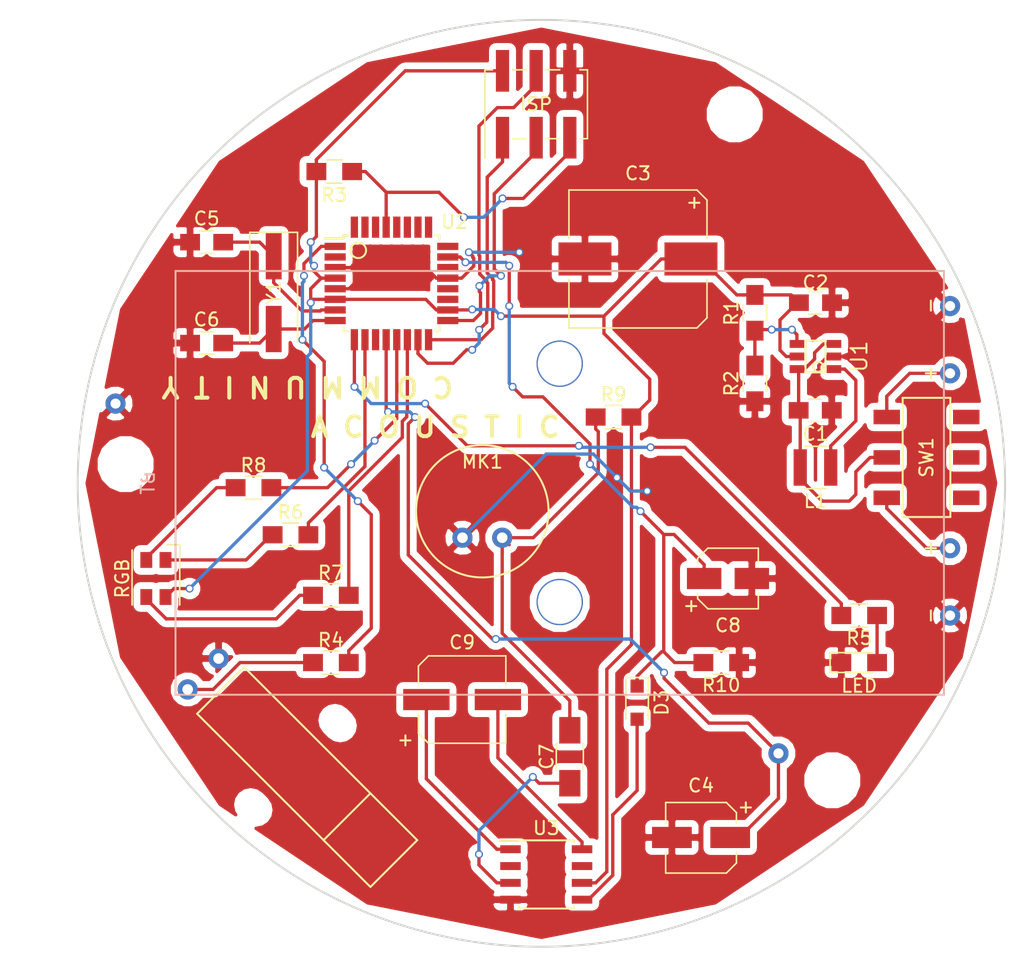
<source format=kicad_pcb>
(kicad_pcb (version 4) (host pcbnew 4.0.7)

  (general
    (links 70)
    (no_connects 0)
    (area 109.060857 63.5 186.436001 135.636001)
    (thickness 1.6)
    (drawings 3)
    (tracks 365)
    (zones 0)
    (modules 38)
    (nets 46)
  )

  (page A4)
  (layers
    (0 F.Cu signal)
    (31 B.Cu signal)
    (32 B.Adhes user)
    (33 F.Adhes user)
    (34 B.Paste user)
    (35 F.Paste user)
    (36 B.SilkS user)
    (37 F.SilkS user)
    (38 B.Mask user)
    (39 F.Mask user)
    (40 Dwgs.User user)
    (41 Cmts.User user)
    (42 Eco1.User user)
    (43 Eco2.User user)
    (44 Edge.Cuts user)
    (45 Margin user)
    (46 B.CrtYd user)
    (47 F.CrtYd user)
    (48 B.Fab user)
    (49 F.Fab user)
  )

  (setup
    (last_trace_width 0.25)
    (trace_clearance 0.2)
    (zone_clearance 0.508)
    (zone_45_only no)
    (trace_min 0.2)
    (segment_width 0.2)
    (edge_width 0.15)
    (via_size 0.6)
    (via_drill 0.4)
    (via_min_size 0.4)
    (via_min_drill 0.3)
    (uvia_size 0.3)
    (uvia_drill 0.1)
    (uvias_allowed no)
    (uvia_min_size 0.2)
    (uvia_min_drill 0.1)
    (pcb_text_width 0.3)
    (pcb_text_size 1.5 1.5)
    (mod_edge_width 0.15)
    (mod_text_size 1 1)
    (mod_text_width 0.15)
    (pad_size 3.2 3.2)
    (pad_drill 3.2)
    (pad_to_mask_clearance 0.2)
    (aux_axis_origin 0 0)
    (visible_elements 7FFFEFFF)
    (pcbplotparams
      (layerselection 0x010fc_80000001)
      (usegerberextensions false)
      (excludeedgelayer true)
      (linewidth 0.100000)
      (plotframeref false)
      (viasonmask false)
      (mode 1)
      (useauxorigin false)
      (hpglpennumber 1)
      (hpglpenspeed 20)
      (hpglpendiameter 15)
      (hpglpenoverlay 2)
      (psnegative false)
      (psa4output false)
      (plotreference true)
      (plotvalue false)
      (plotinvisibletext false)
      (padsonsilk false)
      (subtractmaskfromsilk false)
      (outputformat 1)
      (mirror false)
      (drillshape 0)
      (scaleselection 1)
      (outputdirectory gerber/))
  )

  (net 0 "")
  (net 1 +2V5)
  (net 2 GND)
  (net 3 "Net-(C1-Pad1)")
  (net 4 /5V)
  (net 5 "Net-(C4-Pad1)")
  (net 6 "Net-(C5-Pad1)")
  (net 7 "Net-(C6-Pad1)")
  (net 8 "Net-(C7-Pad1)")
  (net 9 "Net-(C8-Pad1)")
  (net 10 "Net-(D1-Pad2)")
  (net 11 "Net-(D2-Pad3)")
  (net 12 "Net-(D2-Pad4)")
  (net 13 "Net-(D2-Pad1)")
  (net 14 "Net-(D3-Pad2)")
  (net 15 "Net-(ISP1-Pad1)")
  (net 16 "Net-(ISP1-Pad3)")
  (net 17 "Net-(ISP1-Pad4)")
  (net 18 "Net-(ISP1-Pad5)")
  (net 19 "Net-(L1-Pad1)")
  (net 20 "Net-(M1-Pad1)")
  (net 21 "Net-(R1-Pad2)")
  (net 22 "Net-(R4-Pad2)")
  (net 23 "Net-(R5-Pad2)")
  (net 24 "Net-(R6-Pad2)")
  (net 25 "Net-(R7-Pad2)")
  (net 26 "Net-(R8-Pad2)")
  (net 27 "Net-(C7-Pad2)")
  (net 28 "Net-(C9-Pad1)")
  (net 29 "Net-(C9-Pad2)")
  (net 30 "Net-(U2-Pad2)")
  (net 31 "Net-(U2-Pad11)")
  (net 32 "Net-(U2-Pad19)")
  (net 33 "Net-(U2-Pad20)")
  (net 34 "Net-(U2-Pad22)")
  (net 35 "Net-(U2-Pad24)")
  (net 36 "Net-(U2-Pad25)")
  (net 37 "Net-(U2-Pad26)")
  (net 38 "Net-(U2-Pad27)")
  (net 39 "Net-(U2-Pad28)")
  (net 40 "Net-(U2-Pad30)")
  (net 41 "Net-(U2-Pad31)")
  (net 42 "Net-(U2-Pad32)")
  (net 43 "Net-(U3-Pad2)")
  (net 44 "Net-(U3-Pad7)")
  (net 45 VCC)

  (net_class Default "This is the default net class."
    (clearance 0.2)
    (trace_width 0.25)
    (via_dia 0.6)
    (via_drill 0.4)
    (uvia_dia 0.3)
    (uvia_drill 0.1)
    (add_net +2V5)
    (add_net /5V)
    (add_net GND)
    (add_net "Net-(C1-Pad1)")
    (add_net "Net-(C4-Pad1)")
    (add_net "Net-(C5-Pad1)")
    (add_net "Net-(C6-Pad1)")
    (add_net "Net-(C7-Pad1)")
    (add_net "Net-(C7-Pad2)")
    (add_net "Net-(C8-Pad1)")
    (add_net "Net-(C9-Pad1)")
    (add_net "Net-(C9-Pad2)")
    (add_net "Net-(D1-Pad2)")
    (add_net "Net-(D2-Pad1)")
    (add_net "Net-(D2-Pad3)")
    (add_net "Net-(D2-Pad4)")
    (add_net "Net-(D3-Pad2)")
    (add_net "Net-(ISP1-Pad1)")
    (add_net "Net-(ISP1-Pad3)")
    (add_net "Net-(ISP1-Pad4)")
    (add_net "Net-(ISP1-Pad5)")
    (add_net "Net-(L1-Pad1)")
    (add_net "Net-(M1-Pad1)")
    (add_net "Net-(R1-Pad2)")
    (add_net "Net-(R4-Pad2)")
    (add_net "Net-(R5-Pad2)")
    (add_net "Net-(R6-Pad2)")
    (add_net "Net-(R7-Pad2)")
    (add_net "Net-(R8-Pad2)")
    (add_net "Net-(U2-Pad11)")
    (add_net "Net-(U2-Pad19)")
    (add_net "Net-(U2-Pad2)")
    (add_net "Net-(U2-Pad20)")
    (add_net "Net-(U2-Pad22)")
    (add_net "Net-(U2-Pad24)")
    (add_net "Net-(U2-Pad25)")
    (add_net "Net-(U2-Pad26)")
    (add_net "Net-(U2-Pad27)")
    (add_net "Net-(U2-Pad28)")
    (add_net "Net-(U2-Pad30)")
    (add_net "Net-(U2-Pad31)")
    (add_net "Net-(U2-Pad32)")
    (add_net "Net-(U3-Pad2)")
    (add_net "Net-(U3-Pad7)")
    (add_net VCC)
  )

  (module custom:VibrationMotor17x5WithDrillHoles (layer F.Cu) (tedit 5A8AD0C6) (tstamp 5B053951)
    (at 126.841825 116.695786 225)
    (path /5A58B6B5)
    (fp_text reference M1 (at 0 -11.1 225) (layer F.SilkS) hide
      (effects (font (size 1 1) (thickness 0.15)))
    )
    (fp_text value VibrationMotor (at 1.5 -5.3 315) (layer F.Fab)
      (effects (font (size 1 1) (thickness 0.15)))
    )
    (fp_line (start -2.5 -17) (end -2.5 -12) (layer F.SilkS) (width 0.15))
    (fp_line (start 2.5 -17) (end -2.5 -17) (layer F.SilkS) (width 0.15))
    (fp_line (start 2.5 -12) (end 2.5 -17) (layer F.SilkS) (width 0.15))
    (fp_line (start -2.5 -12) (end -2.5 1.5) (layer F.SilkS) (width 0.15))
    (fp_line (start 2.5 -12) (end -2.5 -12) (layer F.SilkS) (width 0.15))
    (fp_line (start 2.5 1.5) (end 2.5 -12) (layer F.SilkS) (width 0.15))
    (fp_line (start -2.5 1.5) (end 2.5 1.5) (layer F.SilkS) (width 0.15))
    (pad 2 thru_hole circle (at -1.596 3.302 225) (size 1.524 1.524) (drill 0.8) (layers *.Cu *.Mask)
      (net 2 GND))
    (pad 1 thru_hole circle (at 1.706 3.302 225) (size 1.524 1.524) (drill 0.8) (layers *.Cu *.Mask)
      (net 20 "Net-(M1-Pad1)"))
    (pad "" np_thru_hole oval (at 4.5 -6.5 225) (size 1.5 2) (drill oval 1.5 2) (layers *.Cu *.Mask))
    (pad "" np_thru_hole oval (at -4.5 -6.5 225) (size 1.5 2) (drill oval 1.5 2) (layers *.Cu *.Mask))
  )

  (module custom:TQFP-32_7x7mm_Pitch0.8mm (layer F.Cu) (tedit 5B28B45F) (tstamp 5B0539CB)
    (at 138.684 84.906)
    (descr "32-Lead Plastic Thin Quad Flatpack (PT) - 7x7x1.0 mm Body, 2.00 mm [TQFP] (see Microchip Packaging Specification 00000049BS.pdf)")
    (tags "QFP 0.8")
    (path /5A55CCEA)
    (attr smd)
    (fp_text reference U2 (at 4.758 -4.642) (layer F.SilkS)
      (effects (font (size 1 1) (thickness 0.15)))
    )
    (fp_text value ATMEGA328P-AU (at 0 6.05) (layer F.Fab)
      (effects (font (size 1 1) (thickness 0.15)))
    )
    (fp_circle (center -2.5 -2.5) (end -2.075 -2.1) (layer F.SilkS) (width 0.15))
    (fp_text user %R (at 0 0) (layer F.Fab)
      (effects (font (size 1 1) (thickness 0.15)))
    )
    (fp_line (start -2.5 -3.5) (end 3.5 -3.5) (layer F.Fab) (width 0.15))
    (fp_line (start 3.5 -3.5) (end 3.5 3.5) (layer F.Fab) (width 0.15))
    (fp_line (start 3.5 3.5) (end -3.5 3.5) (layer F.Fab) (width 0.15))
    (fp_line (start -3.5 3.5) (end -3.5 -2.5) (layer F.Fab) (width 0.15))
    (fp_line (start -3.5 -2.5) (end -2.5 -3.5) (layer F.Fab) (width 0.15))
    (fp_line (start -5.3 -5.3) (end -5.3 5.3) (layer F.CrtYd) (width 0.05))
    (fp_line (start 5.3 -5.3) (end 5.3 5.3) (layer F.CrtYd) (width 0.05))
    (fp_line (start -5.3 -5.3) (end 5.3 -5.3) (layer F.CrtYd) (width 0.05))
    (fp_line (start -5.3 5.3) (end 5.3 5.3) (layer F.CrtYd) (width 0.05))
    (fp_line (start -3.625 -3.625) (end -3.625 -3.4) (layer F.SilkS) (width 0.2))
    (fp_line (start 3.625 -3.625) (end 3.625 -3.3) (layer F.SilkS) (width 0.15))
    (fp_line (start 3.625 3.625) (end 3.625 3.3) (layer F.SilkS) (width 0.15))
    (fp_line (start -3.625 3.625) (end -3.625 3.3) (layer F.SilkS) (width 0.15))
    (fp_line (start -3.625 -3.625) (end -3.3 -3.625) (layer F.SilkS) (width 0.2))
    (fp_line (start -3.625 3.625) (end -3.3 3.625) (layer F.SilkS) (width 0.15))
    (fp_line (start 3.625 3.625) (end 3.3 3.625) (layer F.SilkS) (width 0.15))
    (fp_line (start 3.625 -3.625) (end 3.3 -3.625) (layer F.SilkS) (width 0.15))
    (fp_line (start -3.625 -3.4) (end -5.05 -3.4) (layer F.SilkS) (width 0.2))
    (pad 1 smd rect (at -4.25 -2.8) (size 1.6 0.55) (layers F.Cu F.Paste F.Mask)
      (net 22 "Net-(R4-Pad2)"))
    (pad 2 smd rect (at -4.25 -2) (size 1.6 0.55) (layers F.Cu F.Paste F.Mask)
      (net 30 "Net-(U2-Pad2)"))
    (pad 3 smd rect (at -4.25 -1.2) (size 1.6 0.55) (layers F.Cu F.Paste F.Mask)
      (net 2 GND))
    (pad 4 smd rect (at -4.25 -0.4) (size 1.6 0.55) (layers F.Cu F.Paste F.Mask)
      (net 4 /5V))
    (pad 5 smd rect (at -4.25 0.4) (size 1.6 0.55) (layers F.Cu F.Paste F.Mask)
      (net 2 GND))
    (pad 6 smd rect (at -4.25 1.2) (size 1.6 0.55) (layers F.Cu F.Paste F.Mask)
      (net 4 /5V))
    (pad 7 smd rect (at -4.25 2) (size 1.6 0.55) (layers F.Cu F.Paste F.Mask)
      (net 6 "Net-(C5-Pad1)"))
    (pad 8 smd rect (at -4.25 2.8) (size 1.6 0.55) (layers F.Cu F.Paste F.Mask)
      (net 7 "Net-(C6-Pad1)"))
    (pad 9 smd rect (at -2.8 4.25 90) (size 1.6 0.55) (layers F.Cu F.Paste F.Mask)
      (net 23 "Net-(R5-Pad2)"))
    (pad 10 smd rect (at -2 4.25 90) (size 1.6 0.55) (layers F.Cu F.Paste F.Mask)
      (net 24 "Net-(R6-Pad2)"))
    (pad 11 smd rect (at -1.2 4.25 90) (size 1.6 0.55) (layers F.Cu F.Paste F.Mask)
      (net 31 "Net-(U2-Pad11)"))
    (pad 12 smd rect (at -0.4 4.25 90) (size 1.6 0.55) (layers F.Cu F.Paste F.Mask)
      (net 5 "Net-(C4-Pad1)"))
    (pad 13 smd rect (at 0.4 4.25 90) (size 1.6 0.55) (layers F.Cu F.Paste F.Mask)
      (net 26 "Net-(R8-Pad2)"))
    (pad 14 smd rect (at 1.2 4.25 90) (size 1.6 0.55) (layers F.Cu F.Paste F.Mask)
      (net 25 "Net-(R7-Pad2)"))
    (pad 15 smd rect (at 2 4.25 90) (size 1.6 0.55) (layers F.Cu F.Paste F.Mask)
      (net 17 "Net-(ISP1-Pad4)"))
    (pad 16 smd rect (at 2.8 4.25 90) (size 1.6 0.55) (layers F.Cu F.Paste F.Mask)
      (net 15 "Net-(ISP1-Pad1)"))
    (pad 17 smd rect (at 4.25 2.8) (size 1.6 0.55) (layers F.Cu F.Paste F.Mask)
      (net 16 "Net-(ISP1-Pad3)"))
    (pad 18 smd rect (at 4.25 2) (size 1.6 0.55) (layers F.Cu F.Paste F.Mask)
      (net 4 /5V))
    (pad 19 smd rect (at 4.25 1.2) (size 1.6 0.55) (layers F.Cu F.Paste F.Mask)
      (net 32 "Net-(U2-Pad19)"))
    (pad 20 smd rect (at 4.25 0.4) (size 1.6 0.55) (layers F.Cu F.Paste F.Mask)
      (net 33 "Net-(U2-Pad20)"))
    (pad 21 smd rect (at 4.25 -0.4) (size 1.6 0.55) (layers F.Cu F.Paste F.Mask)
      (net 2 GND))
    (pad 22 smd rect (at 4.25 -1.2) (size 1.6 0.55) (layers F.Cu F.Paste F.Mask)
      (net 34 "Net-(U2-Pad22)"))
    (pad 23 smd rect (at 4.25 -2) (size 1.6 0.55) (layers F.Cu F.Paste F.Mask)
      (net 9 "Net-(C8-Pad1)"))
    (pad 24 smd rect (at 4.25 -2.8) (size 1.6 0.55) (layers F.Cu F.Paste F.Mask)
      (net 35 "Net-(U2-Pad24)"))
    (pad 25 smd rect (at 2.8 -4.25 90) (size 1.6 0.55) (layers F.Cu F.Paste F.Mask)
      (net 36 "Net-(U2-Pad25)"))
    (pad 26 smd rect (at 2 -4.25 90) (size 1.6 0.55) (layers F.Cu F.Paste F.Mask)
      (net 37 "Net-(U2-Pad26)"))
    (pad 27 smd rect (at 1.2 -4.25 90) (size 1.6 0.55) (layers F.Cu F.Paste F.Mask)
      (net 38 "Net-(U2-Pad27)"))
    (pad 28 smd rect (at 0.4 -4.25 90) (size 1.6 0.55) (layers F.Cu F.Paste F.Mask)
      (net 39 "Net-(U2-Pad28)"))
    (pad 29 smd rect (at -0.4 -4.25 90) (size 1.6 0.55) (layers F.Cu F.Paste F.Mask)
      (net 18 "Net-(ISP1-Pad5)"))
    (pad 30 smd rect (at -1.2 -4.25 90) (size 1.6 0.55) (layers F.Cu F.Paste F.Mask)
      (net 40 "Net-(U2-Pad30)"))
    (pad 31 smd rect (at -2 -4.25 90) (size 1.6 0.55) (layers F.Cu F.Paste F.Mask)
      (net 41 "Net-(U2-Pad31)"))
    (pad 32 smd rect (at -2.8 -4.25 90) (size 1.6 0.55) (layers F.Cu F.Paste F.Mask)
      (net 42 "Net-(U2-Pad32)"))
    (model ${KISYS3DMOD}/Housings_QFP.3dshapes/TQFP-32_7x7mm_Pitch0.8mm.wrl
      (at (xyz 0 0 0))
      (scale (xyz 1 1 1))
      (rotate (xyz 0 0 0))
    )
  )

  (module Capacitors_SMD:C_0805_HandSoldering (layer F.Cu) (tedit 58AA84A8) (tstamp 5B0538F5)
    (at 170.668 94.488)
    (descr "Capacitor SMD 0805, hand soldering")
    (tags "capacitor 0805")
    (path /5B00B931)
    (attr smd)
    (fp_text reference C1 (at 0.02 1.778) (layer F.SilkS)
      (effects (font (size 1 1) (thickness 0.15)))
    )
    (fp_text value 4.7uF (at 2.814 0 90) (layer F.Fab)
      (effects (font (size 1 1) (thickness 0.15)))
    )
    (fp_text user %R (at 0 -1.75) (layer F.Fab)
      (effects (font (size 1 1) (thickness 0.15)))
    )
    (fp_line (start -1 0.62) (end -1 -0.62) (layer F.Fab) (width 0.1))
    (fp_line (start 1 0.62) (end -1 0.62) (layer F.Fab) (width 0.1))
    (fp_line (start 1 -0.62) (end 1 0.62) (layer F.Fab) (width 0.1))
    (fp_line (start -1 -0.62) (end 1 -0.62) (layer F.Fab) (width 0.1))
    (fp_line (start 0.5 -0.85) (end -0.5 -0.85) (layer F.SilkS) (width 0.12))
    (fp_line (start -0.5 0.85) (end 0.5 0.85) (layer F.SilkS) (width 0.12))
    (fp_line (start -2.25 -0.88) (end 2.25 -0.88) (layer F.CrtYd) (width 0.05))
    (fp_line (start -2.25 -0.88) (end -2.25 0.87) (layer F.CrtYd) (width 0.05))
    (fp_line (start 2.25 0.87) (end 2.25 -0.88) (layer F.CrtYd) (width 0.05))
    (fp_line (start 2.25 0.87) (end -2.25 0.87) (layer F.CrtYd) (width 0.05))
    (pad 1 smd rect (at -1.25 0) (size 1.5 1.25) (layers F.Cu F.Paste F.Mask)
      (net 3 "Net-(C1-Pad1)"))
    (pad 2 smd rect (at 1.25 0) (size 1.5 1.25) (layers F.Cu F.Paste F.Mask)
      (net 2 GND))
    (model Capacitors_SMD.3dshapes/C_0805.wrl
      (at (xyz 0 0 0))
      (scale (xyz 1 1 1))
      (rotate (xyz 0 0 0))
    )
  )

  (module Capacitors_SMD:C_0805_HandSoldering (layer F.Cu) (tedit 58AA84A8) (tstamp 5B0538FB)
    (at 170.688 86.36)
    (descr "Capacitor SMD 0805, hand soldering")
    (tags "capacitor 0805")
    (path /5B00BCE0)
    (attr smd)
    (fp_text reference C2 (at 0 -1.524) (layer F.SilkS)
      (effects (font (size 1 1) (thickness 0.15)))
    )
    (fp_text value 10uF (at 0 1.75) (layer F.Fab)
      (effects (font (size 1 1) (thickness 0.15)))
    )
    (fp_text user %R (at 0 -1.75) (layer F.Fab)
      (effects (font (size 1 1) (thickness 0.15)))
    )
    (fp_line (start -1 0.62) (end -1 -0.62) (layer F.Fab) (width 0.1))
    (fp_line (start 1 0.62) (end -1 0.62) (layer F.Fab) (width 0.1))
    (fp_line (start 1 -0.62) (end 1 0.62) (layer F.Fab) (width 0.1))
    (fp_line (start -1 -0.62) (end 1 -0.62) (layer F.Fab) (width 0.1))
    (fp_line (start 0.5 -0.85) (end -0.5 -0.85) (layer F.SilkS) (width 0.12))
    (fp_line (start -0.5 0.85) (end 0.5 0.85) (layer F.SilkS) (width 0.12))
    (fp_line (start -2.25 -0.88) (end 2.25 -0.88) (layer F.CrtYd) (width 0.05))
    (fp_line (start -2.25 -0.88) (end -2.25 0.87) (layer F.CrtYd) (width 0.05))
    (fp_line (start 2.25 0.87) (end 2.25 -0.88) (layer F.CrtYd) (width 0.05))
    (fp_line (start 2.25 0.87) (end -2.25 0.87) (layer F.CrtYd) (width 0.05))
    (pad 1 smd rect (at -1.25 0) (size 1.5 1.25) (layers F.Cu F.Paste F.Mask)
      (net 4 /5V))
    (pad 2 smd rect (at 1.25 0) (size 1.5 1.25) (layers F.Cu F.Paste F.Mask)
      (net 2 GND))
    (model Capacitors_SMD.3dshapes/C_0805.wrl
      (at (xyz 0 0 0))
      (scale (xyz 1 1 1))
      (rotate (xyz 0 0 0))
    )
  )

  (module Capacitors_SMD:CP_Elec_5x5.3 (layer F.Cu) (tedit 58AA8A8F) (tstamp 5B053901)
    (at 162.052 126.746 180)
    (descr "SMT capacitor, aluminium electrolytic, 5x5.3")
    (path /5B052897)
    (attr smd)
    (fp_text reference C4 (at 0 3.92 180) (layer F.SilkS)
      (effects (font (size 1 1) (thickness 0.15)))
    )
    (fp_text value 4.7uF (at 0 -3.92 180) (layer F.Fab)
      (effects (font (size 1 1) (thickness 0.15)))
    )
    (fp_circle (center 0 0) (end 0.3 2.4) (layer F.Fab) (width 0.1))
    (fp_text user + (at -1.37 -0.08 180) (layer F.Fab)
      (effects (font (size 1 1) (thickness 0.15)))
    )
    (fp_text user + (at -3.38 2.34 180) (layer F.SilkS)
      (effects (font (size 1 1) (thickness 0.15)))
    )
    (fp_text user %R (at 0 3.92 180) (layer F.Fab)
      (effects (font (size 1 1) (thickness 0.15)))
    )
    (fp_line (start 2.51 2.49) (end 2.51 -2.54) (layer F.Fab) (width 0.1))
    (fp_line (start -1.84 2.49) (end 2.51 2.49) (layer F.Fab) (width 0.1))
    (fp_line (start -2.51 1.82) (end -1.84 2.49) (layer F.Fab) (width 0.1))
    (fp_line (start -2.51 -1.87) (end -2.51 1.82) (layer F.Fab) (width 0.1))
    (fp_line (start -1.84 -2.54) (end -2.51 -1.87) (layer F.Fab) (width 0.1))
    (fp_line (start 2.51 -2.54) (end -1.84 -2.54) (layer F.Fab) (width 0.1))
    (fp_line (start 2.67 -2.69) (end 2.67 -1.14) (layer F.SilkS) (width 0.12))
    (fp_line (start 2.67 2.64) (end 2.67 1.09) (layer F.SilkS) (width 0.12))
    (fp_line (start -2.67 1.88) (end -2.67 1.09) (layer F.SilkS) (width 0.12))
    (fp_line (start -2.67 -1.93) (end -2.67 -1.14) (layer F.SilkS) (width 0.12))
    (fp_line (start 2.67 -2.69) (end -1.91 -2.69) (layer F.SilkS) (width 0.12))
    (fp_line (start -1.91 -2.69) (end -2.67 -1.93) (layer F.SilkS) (width 0.12))
    (fp_line (start -2.67 1.88) (end -1.91 2.64) (layer F.SilkS) (width 0.12))
    (fp_line (start -1.91 2.64) (end 2.67 2.64) (layer F.SilkS) (width 0.12))
    (fp_line (start -3.95 -2.79) (end 3.95 -2.79) (layer F.CrtYd) (width 0.05))
    (fp_line (start -3.95 -2.79) (end -3.95 2.74) (layer F.CrtYd) (width 0.05))
    (fp_line (start 3.95 2.74) (end 3.95 -2.79) (layer F.CrtYd) (width 0.05))
    (fp_line (start 3.95 2.74) (end -3.95 2.74) (layer F.CrtYd) (width 0.05))
    (pad 1 smd rect (at -2.2 0) (size 3 1.6) (layers F.Cu F.Paste F.Mask)
      (net 5 "Net-(C4-Pad1)"))
    (pad 2 smd rect (at 2.2 0) (size 3 1.6) (layers F.Cu F.Paste F.Mask)
      (net 2 GND))
    (model Capacitors_SMD.3dshapes/CP_Elec_5x5.3.wrl
      (at (xyz 0 0 0))
      (scale (xyz 1 1 1))
      (rotate (xyz 0 0 180))
    )
  )

  (module Capacitors_SMD:C_0805_HandSoldering (layer F.Cu) (tedit 58AA84A8) (tstamp 5B053907)
    (at 124.734 81.788 180)
    (descr "Capacitor SMD 0805, hand soldering")
    (tags "capacitor 0805")
    (path /5A5904B4)
    (attr smd)
    (fp_text reference C5 (at 0 1.778 180) (layer F.SilkS)
      (effects (font (size 1 1) (thickness 0.15)))
    )
    (fp_text value 22pF (at 0 1.75 180) (layer F.Fab)
      (effects (font (size 1 1) (thickness 0.15)))
    )
    (fp_text user %R (at 0 -1.75 180) (layer F.Fab)
      (effects (font (size 1 1) (thickness 0.15)))
    )
    (fp_line (start -1 0.62) (end -1 -0.62) (layer F.Fab) (width 0.1))
    (fp_line (start 1 0.62) (end -1 0.62) (layer F.Fab) (width 0.1))
    (fp_line (start 1 -0.62) (end 1 0.62) (layer F.Fab) (width 0.1))
    (fp_line (start -1 -0.62) (end 1 -0.62) (layer F.Fab) (width 0.1))
    (fp_line (start 0.5 -0.85) (end -0.5 -0.85) (layer F.SilkS) (width 0.12))
    (fp_line (start -0.5 0.85) (end 0.5 0.85) (layer F.SilkS) (width 0.12))
    (fp_line (start -2.25 -0.88) (end 2.25 -0.88) (layer F.CrtYd) (width 0.05))
    (fp_line (start -2.25 -0.88) (end -2.25 0.87) (layer F.CrtYd) (width 0.05))
    (fp_line (start 2.25 0.87) (end 2.25 -0.88) (layer F.CrtYd) (width 0.05))
    (fp_line (start 2.25 0.87) (end -2.25 0.87) (layer F.CrtYd) (width 0.05))
    (pad 1 smd rect (at -1.25 0 180) (size 1.5 1.25) (layers F.Cu F.Paste F.Mask)
      (net 6 "Net-(C5-Pad1)"))
    (pad 2 smd rect (at 1.25 0 180) (size 1.5 1.25) (layers F.Cu F.Paste F.Mask)
      (net 2 GND))
    (model Capacitors_SMD.3dshapes/C_0805.wrl
      (at (xyz 0 0 0))
      (scale (xyz 1 1 1))
      (rotate (xyz 0 0 0))
    )
  )

  (module Capacitors_SMD:C_0805_HandSoldering (layer F.Cu) (tedit 58AA84A8) (tstamp 5B05390D)
    (at 124.734 89.408 180)
    (descr "Capacitor SMD 0805, hand soldering")
    (tags "capacitor 0805")
    (path /5A590531)
    (attr smd)
    (fp_text reference C6 (at 0 1.778 180) (layer F.SilkS)
      (effects (font (size 1 1) (thickness 0.15)))
    )
    (fp_text value 22pF (at 0 1.75 180) (layer F.Fab)
      (effects (font (size 1 1) (thickness 0.15)))
    )
    (fp_text user %R (at 0 -1.75 180) (layer F.Fab)
      (effects (font (size 1 1) (thickness 0.15)))
    )
    (fp_line (start -1 0.62) (end -1 -0.62) (layer F.Fab) (width 0.1))
    (fp_line (start 1 0.62) (end -1 0.62) (layer F.Fab) (width 0.1))
    (fp_line (start 1 -0.62) (end 1 0.62) (layer F.Fab) (width 0.1))
    (fp_line (start -1 -0.62) (end 1 -0.62) (layer F.Fab) (width 0.1))
    (fp_line (start 0.5 -0.85) (end -0.5 -0.85) (layer F.SilkS) (width 0.12))
    (fp_line (start -0.5 0.85) (end 0.5 0.85) (layer F.SilkS) (width 0.12))
    (fp_line (start -2.25 -0.88) (end 2.25 -0.88) (layer F.CrtYd) (width 0.05))
    (fp_line (start -2.25 -0.88) (end -2.25 0.87) (layer F.CrtYd) (width 0.05))
    (fp_line (start 2.25 0.87) (end 2.25 -0.88) (layer F.CrtYd) (width 0.05))
    (fp_line (start 2.25 0.87) (end -2.25 0.87) (layer F.CrtYd) (width 0.05))
    (pad 1 smd rect (at -1.25 0 180) (size 1.5 1.25) (layers F.Cu F.Paste F.Mask)
      (net 7 "Net-(C6-Pad1)"))
    (pad 2 smd rect (at 1.25 0 180) (size 1.5 1.25) (layers F.Cu F.Paste F.Mask)
      (net 2 GND))
    (model Capacitors_SMD.3dshapes/C_0805.wrl
      (at (xyz 0 0 0))
      (scale (xyz 1 1 1))
      (rotate (xyz 0 0 0))
    )
  )

  (module Capacitors_SMD:C_1206_HandSoldering (layer F.Cu) (tedit 58AA84D1) (tstamp 5B053913)
    (at 152.146 120.65 90)
    (descr "Capacitor SMD 1206, hand soldering")
    (tags "capacitor 1206")
    (path /5A55E93A)
    (attr smd)
    (fp_text reference C7 (at 0 -1.75 90) (layer F.SilkS)
      (effects (font (size 1 1) (thickness 0.15)))
    )
    (fp_text value 0.1uF (at 0 2 90) (layer F.Fab)
      (effects (font (size 1 1) (thickness 0.15)))
    )
    (fp_text user %R (at 0 -1.75 90) (layer F.Fab)
      (effects (font (size 1 1) (thickness 0.15)))
    )
    (fp_line (start -1.6 0.8) (end -1.6 -0.8) (layer F.Fab) (width 0.1))
    (fp_line (start 1.6 0.8) (end -1.6 0.8) (layer F.Fab) (width 0.1))
    (fp_line (start 1.6 -0.8) (end 1.6 0.8) (layer F.Fab) (width 0.1))
    (fp_line (start -1.6 -0.8) (end 1.6 -0.8) (layer F.Fab) (width 0.1))
    (fp_line (start 1 -1.02) (end -1 -1.02) (layer F.SilkS) (width 0.12))
    (fp_line (start -1 1.02) (end 1 1.02) (layer F.SilkS) (width 0.12))
    (fp_line (start -3.25 -1.05) (end 3.25 -1.05) (layer F.CrtYd) (width 0.05))
    (fp_line (start -3.25 -1.05) (end -3.25 1.05) (layer F.CrtYd) (width 0.05))
    (fp_line (start 3.25 1.05) (end 3.25 -1.05) (layer F.CrtYd) (width 0.05))
    (fp_line (start 3.25 1.05) (end -3.25 1.05) (layer F.CrtYd) (width 0.05))
    (pad 1 smd rect (at -2 0 90) (size 2 1.6) (layers F.Cu F.Paste F.Mask)
      (net 8 "Net-(C7-Pad1)"))
    (pad 2 smd rect (at 2 0 90) (size 2 1.6) (layers F.Cu F.Paste F.Mask)
      (net 27 "Net-(C7-Pad2)"))
    (model Capacitors_SMD.3dshapes/C_1206.wrl
      (at (xyz 0 0 0))
      (scale (xyz 1 1 1))
      (rotate (xyz 0 0 0))
    )
  )

  (module Capacitors_SMD:CP_Elec_4x5.3 (layer F.Cu) (tedit 58AA85FB) (tstamp 5B053919)
    (at 164.084 107.188)
    (descr "SMT capacitor, aluminium electrolytic, 4x5.3")
    (path /5A59B569)
    (attr smd)
    (fp_text reference C8 (at 0 3.54) (layer F.SilkS)
      (effects (font (size 1 1) (thickness 0.15)))
    )
    (fp_text value 1uF (at 0 -3.54) (layer F.Fab)
      (effects (font (size 1 1) (thickness 0.15)))
    )
    (fp_circle (center 0 0) (end 0 2.1) (layer F.Fab) (width 0.1))
    (fp_text user + (at -1.21 -0.08) (layer F.Fab)
      (effects (font (size 1 1) (thickness 0.15)))
    )
    (fp_text user + (at -2.77 2.01) (layer F.SilkS)
      (effects (font (size 1 1) (thickness 0.15)))
    )
    (fp_text user %R (at 0 3.54) (layer F.Fab)
      (effects (font (size 1 1) (thickness 0.15)))
    )
    (fp_line (start 2.13 2.13) (end 2.13 -2.13) (layer F.Fab) (width 0.1))
    (fp_line (start -1.46 2.13) (end 2.13 2.13) (layer F.Fab) (width 0.1))
    (fp_line (start -2.13 1.46) (end -1.46 2.13) (layer F.Fab) (width 0.1))
    (fp_line (start -2.13 -1.46) (end -2.13 1.46) (layer F.Fab) (width 0.1))
    (fp_line (start -1.46 -2.13) (end -2.13 -1.46) (layer F.Fab) (width 0.1))
    (fp_line (start 2.13 -2.13) (end -1.46 -2.13) (layer F.Fab) (width 0.1))
    (fp_line (start -2.29 -1.52) (end -2.29 -1.12) (layer F.SilkS) (width 0.12))
    (fp_line (start 2.29 -2.29) (end 2.29 -1.12) (layer F.SilkS) (width 0.12))
    (fp_line (start 2.29 2.29) (end 2.29 1.12) (layer F.SilkS) (width 0.12))
    (fp_line (start -2.29 1.52) (end -2.29 1.12) (layer F.SilkS) (width 0.12))
    (fp_line (start -1.52 2.29) (end 2.29 2.29) (layer F.SilkS) (width 0.12))
    (fp_line (start -1.52 2.29) (end -2.29 1.52) (layer F.SilkS) (width 0.12))
    (fp_line (start -1.52 -2.29) (end 2.29 -2.29) (layer F.SilkS) (width 0.12))
    (fp_line (start -1.52 -2.29) (end -2.29 -1.52) (layer F.SilkS) (width 0.12))
    (fp_line (start -3.35 -2.39) (end 3.35 -2.39) (layer F.CrtYd) (width 0.05))
    (fp_line (start -3.35 -2.39) (end -3.35 2.38) (layer F.CrtYd) (width 0.05))
    (fp_line (start 3.35 2.38) (end 3.35 -2.39) (layer F.CrtYd) (width 0.05))
    (fp_line (start 3.35 2.38) (end -3.35 2.38) (layer F.CrtYd) (width 0.05))
    (pad 1 smd rect (at -1.8 0 180) (size 2.6 1.6) (layers F.Cu F.Paste F.Mask)
      (net 9 "Net-(C8-Pad1)"))
    (pad 2 smd rect (at 1.8 0 180) (size 2.6 1.6) (layers F.Cu F.Paste F.Mask)
      (net 2 GND))
    (model Capacitors_SMD.3dshapes/CP_Elec_4x5.3.wrl
      (at (xyz 0 0 0))
      (scale (xyz 1 1 1))
      (rotate (xyz 0 0 180))
    )
  )

  (module Capacitors_SMD:CP_Elec_6.3x5.8 (layer F.Cu) (tedit 58AA8B59) (tstamp 5B05391F)
    (at 144.018 116.332)
    (descr "SMT capacitor, aluminium electrolytic, 6.3x5.8")
    (path /5A594696)
    (attr smd)
    (fp_text reference C9 (at 0 -4.318) (layer F.SilkS)
      (effects (font (size 1 1) (thickness 0.15)))
    )
    (fp_text value 22uF (at 0 -4.56) (layer F.Fab)
      (effects (font (size 1 1) (thickness 0.15)))
    )
    (fp_circle (center 0 0) (end 0.5 3) (layer F.Fab) (width 0.1))
    (fp_text user + (at -1.75 -0.08) (layer F.Fab)
      (effects (font (size 1 1) (thickness 0.15)))
    )
    (fp_text user + (at -4.28 3.01) (layer F.SilkS)
      (effects (font (size 1 1) (thickness 0.15)))
    )
    (fp_text user %R (at 0 4.56) (layer F.Fab)
      (effects (font (size 1 1) (thickness 0.15)))
    )
    (fp_line (start 3.15 3.15) (end 3.15 -3.15) (layer F.Fab) (width 0.1))
    (fp_line (start -2.48 3.15) (end 3.15 3.15) (layer F.Fab) (width 0.1))
    (fp_line (start -3.15 2.48) (end -2.48 3.15) (layer F.Fab) (width 0.1))
    (fp_line (start -3.15 -2.48) (end -3.15 2.48) (layer F.Fab) (width 0.1))
    (fp_line (start -2.48 -3.15) (end -3.15 -2.48) (layer F.Fab) (width 0.1))
    (fp_line (start 3.15 -3.15) (end -2.48 -3.15) (layer F.Fab) (width 0.1))
    (fp_line (start 3.3 3.3) (end 3.3 1.12) (layer F.SilkS) (width 0.12))
    (fp_line (start 3.3 -3.3) (end 3.3 -1.12) (layer F.SilkS) (width 0.12))
    (fp_line (start -3.3 2.54) (end -3.3 1.12) (layer F.SilkS) (width 0.12))
    (fp_line (start -3.3 -2.54) (end -3.3 -1.12) (layer F.SilkS) (width 0.12))
    (fp_line (start 3.3 3.3) (end -2.54 3.3) (layer F.SilkS) (width 0.12))
    (fp_line (start -2.54 3.3) (end -3.3 2.54) (layer F.SilkS) (width 0.12))
    (fp_line (start -3.3 -2.54) (end -2.54 -3.3) (layer F.SilkS) (width 0.12))
    (fp_line (start -2.54 -3.3) (end 3.3 -3.3) (layer F.SilkS) (width 0.12))
    (fp_line (start -4.7 -3.4) (end 4.7 -3.4) (layer F.CrtYd) (width 0.05))
    (fp_line (start -4.7 -3.4) (end -4.7 3.4) (layer F.CrtYd) (width 0.05))
    (fp_line (start 4.7 3.4) (end 4.7 -3.4) (layer F.CrtYd) (width 0.05))
    (fp_line (start 4.7 3.4) (end -4.7 3.4) (layer F.CrtYd) (width 0.05))
    (pad 1 smd rect (at -2.7 0 180) (size 3.5 1.6) (layers F.Cu F.Paste F.Mask)
      (net 28 "Net-(C9-Pad1)"))
    (pad 2 smd rect (at 2.7 0 180) (size 3.5 1.6) (layers F.Cu F.Paste F.Mask)
      (net 29 "Net-(C9-Pad2)"))
    (model Capacitors_SMD.3dshapes/CP_Elec_6.3x5.8.wrl
      (at (xyz 0 0 0))
      (scale (xyz 1 1 1))
      (rotate (xyz 0 0 180))
    )
  )

  (module LEDs:LED_0805_HandSoldering (layer F.Cu) (tedit 5B055F2F) (tstamp 5B053925)
    (at 173.99 113.538)
    (descr "Resistor SMD 0805, hand soldering")
    (tags "resistor 0805")
    (path /5A588D7A)
    (attr smd)
    (fp_text reference D1 (at 0 -1.7) (layer F.Fab)
      (effects (font (size 1 1) (thickness 0.15)))
    )
    (fp_text value LED (at 0 1.75) (layer F.SilkS)
      (effects (font (size 1 1) (thickness 0.15)))
    )
    (fp_line (start -0.4 -0.4) (end -0.4 0.4) (layer F.Fab) (width 0.1))
    (fp_line (start -0.4 0) (end 0.2 -0.4) (layer F.Fab) (width 0.1))
    (fp_line (start 0.2 0.4) (end -0.4 0) (layer F.Fab) (width 0.1))
    (fp_line (start 0.2 -0.4) (end 0.2 0.4) (layer F.Fab) (width 0.1))
    (fp_line (start -1 0.62) (end -1 -0.62) (layer F.Fab) (width 0.1))
    (fp_line (start 1 0.62) (end -1 0.62) (layer F.Fab) (width 0.1))
    (fp_line (start 1 -0.62) (end 1 0.62) (layer F.Fab) (width 0.1))
    (fp_line (start -1 -0.62) (end 1 -0.62) (layer F.Fab) (width 0.1))
    (fp_line (start 1 0.75) (end -2.2 0.75) (layer F.SilkS) (width 0.12))
    (fp_line (start -2.2 -0.75) (end 1 -0.75) (layer F.SilkS) (width 0.12))
    (fp_line (start -2.35 -0.9) (end 2.35 -0.9) (layer F.CrtYd) (width 0.05))
    (fp_line (start -2.35 -0.9) (end -2.35 0.9) (layer F.CrtYd) (width 0.05))
    (fp_line (start 2.35 0.9) (end 2.35 -0.9) (layer F.CrtYd) (width 0.05))
    (fp_line (start 2.35 0.9) (end -2.35 0.9) (layer F.CrtYd) (width 0.05))
    (fp_line (start -2.2 -0.75) (end -2.2 0.75) (layer F.SilkS) (width 0.12))
    (pad 1 smd rect (at -1.35 0) (size 1.5 1.3) (layers F.Cu F.Paste F.Mask)
      (net 2 GND))
    (pad 2 smd rect (at 1.35 0) (size 1.5 1.3) (layers F.Cu F.Paste F.Mask)
      (net 10 "Net-(D1-Pad2)"))
    (model ${KISYS3DMOD}/LEDs.3dshapes/LED_0805.wrl
      (at (xyz 0 0 0))
      (scale (xyz 1 1 1))
      (rotate (xyz 0 0 0))
    )
  )

  (module Inductors_SMD:L_Abracon_ASPI-3012S (layer F.Cu) (tedit 5990349C) (tstamp 5B053943)
    (at 170.688 98.806 180)
    (descr "smd shielded power inductor http://www.abracon.com/Magnetics/power/ASPI-3012S.pdf")
    (tags "inductor abracon smd shielded")
    (path /5B00BA8C)
    (attr smd)
    (fp_text reference L1 (at 0 -2.54 180) (layer F.SilkS)
      (effects (font (size 1 1) (thickness 0.15)))
    )
    (fp_text value L (at 0 -2.7 180) (layer F.Fab)
      (effects (font (size 1 1) (thickness 0.15)))
    )
    (fp_text user %R (at 0 0 180) (layer F.Fab)
      (effects (font (size 0.7 0.7) (thickness 0.105)))
    )
    (fp_line (start 2 1.8) (end 2 -1.8) (layer F.CrtYd) (width 0.05))
    (fp_line (start -2 1.8) (end 2 1.8) (layer F.CrtYd) (width 0.05))
    (fp_line (start -2 -1.8) (end -2 1.8) (layer F.CrtYd) (width 0.05))
    (fp_line (start 2 -1.8) (end -2 -1.8) (layer F.CrtYd) (width 0.05))
    (fp_line (start -1 1.3) (end -0.8 1.5) (layer F.Fab) (width 0.1))
    (fp_line (start -1.5 1.3) (end -1 1.3) (layer F.Fab) (width 0.1))
    (fp_line (start -1.5 -1.3) (end -1.5 1.3) (layer F.Fab) (width 0.1))
    (fp_line (start -1 -1.3) (end -1.5 -1.3) (layer F.Fab) (width 0.1))
    (fp_line (start -0.8 -1.5) (end -1 -1.3) (layer F.Fab) (width 0.1))
    (fp_line (start 0.8 -1.5) (end -0.8 -1.5) (layer F.Fab) (width 0.1))
    (fp_line (start 1 -1.3) (end 0.8 -1.5) (layer F.Fab) (width 0.1))
    (fp_line (start 1.5 -1.3) (end 1 -1.3) (layer F.Fab) (width 0.1))
    (fp_line (start 1.5 1.3) (end 1.5 -1.3) (layer F.Fab) (width 0.1))
    (fp_line (start 1 1.3) (end 1.5 1.3) (layer F.Fab) (width 0.1))
    (fp_line (start 0.8 1.5) (end 1 1.3) (layer F.Fab) (width 0.1))
    (fp_line (start -0.8 1.5) (end 0.8 1.5) (layer F.Fab) (width 0.1))
    (fp_line (start -0.8 1.6) (end 0.8 1.6) (layer F.SilkS) (width 0.12))
    (fp_line (start -0.8 -1.6) (end 0.8 -1.6) (layer F.SilkS) (width 0.12))
    (pad 1 smd rect (at -1.15 0 180) (size 1 2.75) (layers F.Cu F.Paste F.Mask)
      (net 19 "Net-(L1-Pad1)"))
    (pad 2 smd rect (at 1.15 0 180) (size 1 2.75) (layers F.Cu F.Paste F.Mask)
      (net 3 "Net-(C1-Pad1)"))
    (model ${KISYS3DMOD}/Inductors_SMD.3dshapes/L_Abracon_ASPI-3012S.wrl
      (at (xyz 0 0 0))
      (scale (xyz 1 1 1))
      (rotate (xyz 0 0 0))
    )
  )

  (module custom:SpeakerDigisoundSAL5050MC (layer F.Cu) (tedit 5B055FEC) (tstamp 5B053949)
    (at 150 100)
    (path /5A561634)
    (fp_text reference LS1 (at 0 -15) (layer F.Fab)
      (effects (font (size 1 1) (thickness 0.15)))
    )
    (fp_text value Speaker (at 0 -18.5) (layer F.Fab)
      (effects (font (size 1 1) (thickness 0.15)))
    )
    (fp_circle (center 0 0) (end 25 0) (layer Dwgs.User) (width 0.15))
    (fp_circle (center 0 0) (end 10 0) (layer Dwgs.User) (width 0.15))
    (pad 1 thru_hole circle (at 17.894 20.396) (size 1.524 1.524) (drill 0.762) (layers *.Cu *.Mask)
      (net 5 "Net-(C4-Pad1)"))
    (pad 2 thru_hole circle (at -32.144 -6.02) (size 1.524 1.524) (drill 0.762) (layers *.Cu *.Mask)
      (net 2 GND))
  )

  (module Resistors_SMD:R_0805_HandSoldering (layer F.Cu) (tedit 58E0A804) (tstamp 5B05395D)
    (at 166.116 87.122 270)
    (descr "Resistor SMD 0805, hand soldering")
    (tags "resistor 0805")
    (path /5B00B6B8)
    (attr smd)
    (fp_text reference R1 (at 0 1.778 270) (layer F.SilkS)
      (effects (font (size 1 1) (thickness 0.15)))
    )
    (fp_text value 68K (at 0 1.75 270) (layer F.Fab)
      (effects (font (size 1 1) (thickness 0.15)))
    )
    (fp_text user %R (at 0 0 270) (layer F.Fab)
      (effects (font (size 0.5 0.5) (thickness 0.075)))
    )
    (fp_line (start -1 0.62) (end -1 -0.62) (layer F.Fab) (width 0.1))
    (fp_line (start 1 0.62) (end -1 0.62) (layer F.Fab) (width 0.1))
    (fp_line (start 1 -0.62) (end 1 0.62) (layer F.Fab) (width 0.1))
    (fp_line (start -1 -0.62) (end 1 -0.62) (layer F.Fab) (width 0.1))
    (fp_line (start 0.6 0.88) (end -0.6 0.88) (layer F.SilkS) (width 0.12))
    (fp_line (start -0.6 -0.88) (end 0.6 -0.88) (layer F.SilkS) (width 0.12))
    (fp_line (start -2.35 -0.9) (end 2.35 -0.9) (layer F.CrtYd) (width 0.05))
    (fp_line (start -2.35 -0.9) (end -2.35 0.9) (layer F.CrtYd) (width 0.05))
    (fp_line (start 2.35 0.9) (end 2.35 -0.9) (layer F.CrtYd) (width 0.05))
    (fp_line (start 2.35 0.9) (end -2.35 0.9) (layer F.CrtYd) (width 0.05))
    (pad 1 smd rect (at -1.35 0 270) (size 1.5 1.3) (layers F.Cu F.Paste F.Mask)
      (net 4 /5V))
    (pad 2 smd rect (at 1.35 0 270) (size 1.5 1.3) (layers F.Cu F.Paste F.Mask)
      (net 21 "Net-(R1-Pad2)"))
    (model ${KISYS3DMOD}/Resistors_SMD.3dshapes/R_0805.wrl
      (at (xyz 0 0 0))
      (scale (xyz 1 1 1))
      (rotate (xyz 0 0 0))
    )
  )

  (module Resistors_SMD:R_0805_HandSoldering (layer F.Cu) (tedit 58E0A804) (tstamp 5B053963)
    (at 166.116 92.456 270)
    (descr "Resistor SMD 0805, hand soldering")
    (tags "resistor 0805")
    (path /5B00B71F)
    (attr smd)
    (fp_text reference R2 (at 0 1.778 270) (layer F.SilkS)
      (effects (font (size 1 1) (thickness 0.15)))
    )
    (fp_text value 22K (at 0 1.75 270) (layer F.Fab)
      (effects (font (size 1 1) (thickness 0.15)))
    )
    (fp_text user %R (at 0 0 270) (layer F.Fab)
      (effects (font (size 0.5 0.5) (thickness 0.075)))
    )
    (fp_line (start -1 0.62) (end -1 -0.62) (layer F.Fab) (width 0.1))
    (fp_line (start 1 0.62) (end -1 0.62) (layer F.Fab) (width 0.1))
    (fp_line (start 1 -0.62) (end 1 0.62) (layer F.Fab) (width 0.1))
    (fp_line (start -1 -0.62) (end 1 -0.62) (layer F.Fab) (width 0.1))
    (fp_line (start 0.6 0.88) (end -0.6 0.88) (layer F.SilkS) (width 0.12))
    (fp_line (start -0.6 -0.88) (end 0.6 -0.88) (layer F.SilkS) (width 0.12))
    (fp_line (start -2.35 -0.9) (end 2.35 -0.9) (layer F.CrtYd) (width 0.05))
    (fp_line (start -2.35 -0.9) (end -2.35 0.9) (layer F.CrtYd) (width 0.05))
    (fp_line (start 2.35 0.9) (end 2.35 -0.9) (layer F.CrtYd) (width 0.05))
    (fp_line (start 2.35 0.9) (end -2.35 0.9) (layer F.CrtYd) (width 0.05))
    (pad 1 smd rect (at -1.35 0 270) (size 1.5 1.3) (layers F.Cu F.Paste F.Mask)
      (net 21 "Net-(R1-Pad2)"))
    (pad 2 smd rect (at 1.35 0 270) (size 1.5 1.3) (layers F.Cu F.Paste F.Mask)
      (net 2 GND))
    (model ${KISYS3DMOD}/Resistors_SMD.3dshapes/R_0805.wrl
      (at (xyz 0 0 0))
      (scale (xyz 1 1 1))
      (rotate (xyz 0 0 0))
    )
  )

  (module Resistors_SMD:R_0805_HandSoldering (layer F.Cu) (tedit 58E0A804) (tstamp 5B053969)
    (at 134.366 76.454)
    (descr "Resistor SMD 0805, hand soldering")
    (tags "resistor 0805")
    (path /5A593366)
    (attr smd)
    (fp_text reference R3 (at 0 1.778) (layer F.SilkS)
      (effects (font (size 1 1) (thickness 0.15)))
    )
    (fp_text value 10K (at 0 -1.778) (layer F.Fab)
      (effects (font (size 1 1) (thickness 0.15)))
    )
    (fp_text user %R (at 0 0) (layer F.Fab)
      (effects (font (size 0.5 0.5) (thickness 0.075)))
    )
    (fp_line (start -1 0.62) (end -1 -0.62) (layer F.Fab) (width 0.1))
    (fp_line (start 1 0.62) (end -1 0.62) (layer F.Fab) (width 0.1))
    (fp_line (start 1 -0.62) (end 1 0.62) (layer F.Fab) (width 0.1))
    (fp_line (start -1 -0.62) (end 1 -0.62) (layer F.Fab) (width 0.1))
    (fp_line (start 0.6 0.88) (end -0.6 0.88) (layer F.SilkS) (width 0.12))
    (fp_line (start -0.6 -0.88) (end 0.6 -0.88) (layer F.SilkS) (width 0.12))
    (fp_line (start -2.35 -0.9) (end 2.35 -0.9) (layer F.CrtYd) (width 0.05))
    (fp_line (start -2.35 -0.9) (end -2.35 0.9) (layer F.CrtYd) (width 0.05))
    (fp_line (start 2.35 0.9) (end 2.35 -0.9) (layer F.CrtYd) (width 0.05))
    (fp_line (start 2.35 0.9) (end -2.35 0.9) (layer F.CrtYd) (width 0.05))
    (pad 1 smd rect (at -1.35 0) (size 1.5 1.3) (layers F.Cu F.Paste F.Mask)
      (net 4 /5V))
    (pad 2 smd rect (at 1.35 0) (size 1.5 1.3) (layers F.Cu F.Paste F.Mask)
      (net 18 "Net-(ISP1-Pad5)"))
    (model ${KISYS3DMOD}/Resistors_SMD.3dshapes/R_0805.wrl
      (at (xyz 0 0 0))
      (scale (xyz 1 1 1))
      (rotate (xyz 0 0 0))
    )
  )

  (module Resistors_SMD:R_0805_HandSoldering (layer F.Cu) (tedit 58E0A804) (tstamp 5B05396F)
    (at 134.112 113.538)
    (descr "Resistor SMD 0805, hand soldering")
    (tags "resistor 0805")
    (path /5A58B805)
    (attr smd)
    (fp_text reference R4 (at 0 -1.7) (layer F.SilkS)
      (effects (font (size 1 1) (thickness 0.15)))
    )
    (fp_text value 22 (at 0 1.75) (layer F.Fab)
      (effects (font (size 1 1) (thickness 0.15)))
    )
    (fp_text user %R (at 0 0) (layer F.Fab)
      (effects (font (size 0.5 0.5) (thickness 0.075)))
    )
    (fp_line (start -1 0.62) (end -1 -0.62) (layer F.Fab) (width 0.1))
    (fp_line (start 1 0.62) (end -1 0.62) (layer F.Fab) (width 0.1))
    (fp_line (start 1 -0.62) (end 1 0.62) (layer F.Fab) (width 0.1))
    (fp_line (start -1 -0.62) (end 1 -0.62) (layer F.Fab) (width 0.1))
    (fp_line (start 0.6 0.88) (end -0.6 0.88) (layer F.SilkS) (width 0.12))
    (fp_line (start -0.6 -0.88) (end 0.6 -0.88) (layer F.SilkS) (width 0.12))
    (fp_line (start -2.35 -0.9) (end 2.35 -0.9) (layer F.CrtYd) (width 0.05))
    (fp_line (start -2.35 -0.9) (end -2.35 0.9) (layer F.CrtYd) (width 0.05))
    (fp_line (start 2.35 0.9) (end 2.35 -0.9) (layer F.CrtYd) (width 0.05))
    (fp_line (start 2.35 0.9) (end -2.35 0.9) (layer F.CrtYd) (width 0.05))
    (pad 1 smd rect (at -1.35 0) (size 1.5 1.3) (layers F.Cu F.Paste F.Mask)
      (net 20 "Net-(M1-Pad1)"))
    (pad 2 smd rect (at 1.35 0) (size 1.5 1.3) (layers F.Cu F.Paste F.Mask)
      (net 22 "Net-(R4-Pad2)"))
    (model ${KISYS3DMOD}/Resistors_SMD.3dshapes/R_0805.wrl
      (at (xyz 0 0 0))
      (scale (xyz 1 1 1))
      (rotate (xyz 0 0 0))
    )
  )

  (module Resistors_SMD:R_0805_HandSoldering (layer F.Cu) (tedit 58E0A804) (tstamp 5B053975)
    (at 173.99 109.982 180)
    (descr "Resistor SMD 0805, hand soldering")
    (tags "resistor 0805")
    (path /5A5896FB)
    (attr smd)
    (fp_text reference R5 (at 0 -1.7 180) (layer F.SilkS)
      (effects (font (size 1 1) (thickness 0.15)))
    )
    (fp_text value 220 (at 0 1.75 180) (layer F.Fab)
      (effects (font (size 1 1) (thickness 0.15)))
    )
    (fp_text user %R (at 0 0 180) (layer F.Fab)
      (effects (font (size 0.5 0.5) (thickness 0.075)))
    )
    (fp_line (start -1 0.62) (end -1 -0.62) (layer F.Fab) (width 0.1))
    (fp_line (start 1 0.62) (end -1 0.62) (layer F.Fab) (width 0.1))
    (fp_line (start 1 -0.62) (end 1 0.62) (layer F.Fab) (width 0.1))
    (fp_line (start -1 -0.62) (end 1 -0.62) (layer F.Fab) (width 0.1))
    (fp_line (start 0.6 0.88) (end -0.6 0.88) (layer F.SilkS) (width 0.12))
    (fp_line (start -0.6 -0.88) (end 0.6 -0.88) (layer F.SilkS) (width 0.12))
    (fp_line (start -2.35 -0.9) (end 2.35 -0.9) (layer F.CrtYd) (width 0.05))
    (fp_line (start -2.35 -0.9) (end -2.35 0.9) (layer F.CrtYd) (width 0.05))
    (fp_line (start 2.35 0.9) (end 2.35 -0.9) (layer F.CrtYd) (width 0.05))
    (fp_line (start 2.35 0.9) (end -2.35 0.9) (layer F.CrtYd) (width 0.05))
    (pad 1 smd rect (at -1.35 0 180) (size 1.5 1.3) (layers F.Cu F.Paste F.Mask)
      (net 10 "Net-(D1-Pad2)"))
    (pad 2 smd rect (at 1.35 0 180) (size 1.5 1.3) (layers F.Cu F.Paste F.Mask)
      (net 23 "Net-(R5-Pad2)"))
    (model ${KISYS3DMOD}/Resistors_SMD.3dshapes/R_0805.wrl
      (at (xyz 0 0 0))
      (scale (xyz 1 1 1))
      (rotate (xyz 0 0 0))
    )
  )

  (module Resistors_SMD:R_0805_HandSoldering (layer F.Cu) (tedit 58E0A804) (tstamp 5B05397B)
    (at 131.064 103.886)
    (descr "Resistor SMD 0805, hand soldering")
    (tags "resistor 0805")
    (path /5A5883B2)
    (attr smd)
    (fp_text reference R6 (at 0 -1.7) (layer F.SilkS)
      (effects (font (size 1 1) (thickness 0.15)))
    )
    (fp_text value 1175 (at 0 1.75) (layer F.Fab)
      (effects (font (size 1 1) (thickness 0.15)))
    )
    (fp_text user %R (at 0 0) (layer F.Fab)
      (effects (font (size 0.5 0.5) (thickness 0.075)))
    )
    (fp_line (start -1 0.62) (end -1 -0.62) (layer F.Fab) (width 0.1))
    (fp_line (start 1 0.62) (end -1 0.62) (layer F.Fab) (width 0.1))
    (fp_line (start 1 -0.62) (end 1 0.62) (layer F.Fab) (width 0.1))
    (fp_line (start -1 -0.62) (end 1 -0.62) (layer F.Fab) (width 0.1))
    (fp_line (start 0.6 0.88) (end -0.6 0.88) (layer F.SilkS) (width 0.12))
    (fp_line (start -0.6 -0.88) (end 0.6 -0.88) (layer F.SilkS) (width 0.12))
    (fp_line (start -2.35 -0.9) (end 2.35 -0.9) (layer F.CrtYd) (width 0.05))
    (fp_line (start -2.35 -0.9) (end -2.35 0.9) (layer F.CrtYd) (width 0.05))
    (fp_line (start 2.35 0.9) (end 2.35 -0.9) (layer F.CrtYd) (width 0.05))
    (fp_line (start 2.35 0.9) (end -2.35 0.9) (layer F.CrtYd) (width 0.05))
    (pad 1 smd rect (at -1.35 0) (size 1.5 1.3) (layers F.Cu F.Paste F.Mask)
      (net 13 "Net-(D2-Pad1)"))
    (pad 2 smd rect (at 1.35 0) (size 1.5 1.3) (layers F.Cu F.Paste F.Mask)
      (net 24 "Net-(R6-Pad2)"))
    (model ${KISYS3DMOD}/Resistors_SMD.3dshapes/R_0805.wrl
      (at (xyz 0 0 0))
      (scale (xyz 1 1 1))
      (rotate (xyz 0 0 0))
    )
  )

  (module Resistors_SMD:R_0805_HandSoldering (layer F.Cu) (tedit 58E0A804) (tstamp 5B053981)
    (at 134.112 108.458)
    (descr "Resistor SMD 0805, hand soldering")
    (tags "resistor 0805")
    (path /5A5884E4)
    (attr smd)
    (fp_text reference R7 (at 0 -1.7) (layer F.SilkS)
      (effects (font (size 1 1) (thickness 0.15)))
    )
    (fp_text value 1175 (at 0 1.75) (layer F.Fab)
      (effects (font (size 1 1) (thickness 0.15)))
    )
    (fp_text user %R (at 0 0) (layer F.Fab)
      (effects (font (size 0.5 0.5) (thickness 0.075)))
    )
    (fp_line (start -1 0.62) (end -1 -0.62) (layer F.Fab) (width 0.1))
    (fp_line (start 1 0.62) (end -1 0.62) (layer F.Fab) (width 0.1))
    (fp_line (start 1 -0.62) (end 1 0.62) (layer F.Fab) (width 0.1))
    (fp_line (start -1 -0.62) (end 1 -0.62) (layer F.Fab) (width 0.1))
    (fp_line (start 0.6 0.88) (end -0.6 0.88) (layer F.SilkS) (width 0.12))
    (fp_line (start -0.6 -0.88) (end 0.6 -0.88) (layer F.SilkS) (width 0.12))
    (fp_line (start -2.35 -0.9) (end 2.35 -0.9) (layer F.CrtYd) (width 0.05))
    (fp_line (start -2.35 -0.9) (end -2.35 0.9) (layer F.CrtYd) (width 0.05))
    (fp_line (start 2.35 0.9) (end 2.35 -0.9) (layer F.CrtYd) (width 0.05))
    (fp_line (start 2.35 0.9) (end -2.35 0.9) (layer F.CrtYd) (width 0.05))
    (pad 1 smd rect (at -1.35 0) (size 1.5 1.3) (layers F.Cu F.Paste F.Mask)
      (net 11 "Net-(D2-Pad3)"))
    (pad 2 smd rect (at 1.35 0) (size 1.5 1.3) (layers F.Cu F.Paste F.Mask)
      (net 25 "Net-(R7-Pad2)"))
    (model ${KISYS3DMOD}/Resistors_SMD.3dshapes/R_0805.wrl
      (at (xyz 0 0 0))
      (scale (xyz 1 1 1))
      (rotate (xyz 0 0 0))
    )
  )

  (module Resistors_SMD:R_0805_HandSoldering (layer F.Cu) (tedit 58E0A804) (tstamp 5B053987)
    (at 128.27 100.33)
    (descr "Resistor SMD 0805, hand soldering")
    (tags "resistor 0805")
    (path /5A58854C)
    (attr smd)
    (fp_text reference R8 (at 0 -1.7) (layer F.SilkS)
      (effects (font (size 1 1) (thickness 0.15)))
    )
    (fp_text value 1600 (at 0 1.75) (layer F.Fab)
      (effects (font (size 1 1) (thickness 0.15)))
    )
    (fp_text user %R (at 0 0) (layer F.Fab)
      (effects (font (size 0.5 0.5) (thickness 0.075)))
    )
    (fp_line (start -1 0.62) (end -1 -0.62) (layer F.Fab) (width 0.1))
    (fp_line (start 1 0.62) (end -1 0.62) (layer F.Fab) (width 0.1))
    (fp_line (start 1 -0.62) (end 1 0.62) (layer F.Fab) (width 0.1))
    (fp_line (start -1 -0.62) (end 1 -0.62) (layer F.Fab) (width 0.1))
    (fp_line (start 0.6 0.88) (end -0.6 0.88) (layer F.SilkS) (width 0.12))
    (fp_line (start -0.6 -0.88) (end 0.6 -0.88) (layer F.SilkS) (width 0.12))
    (fp_line (start -2.35 -0.9) (end 2.35 -0.9) (layer F.CrtYd) (width 0.05))
    (fp_line (start -2.35 -0.9) (end -2.35 0.9) (layer F.CrtYd) (width 0.05))
    (fp_line (start 2.35 0.9) (end 2.35 -0.9) (layer F.CrtYd) (width 0.05))
    (fp_line (start 2.35 0.9) (end -2.35 0.9) (layer F.CrtYd) (width 0.05))
    (pad 1 smd rect (at -1.35 0) (size 1.5 1.3) (layers F.Cu F.Paste F.Mask)
      (net 12 "Net-(D2-Pad4)"))
    (pad 2 smd rect (at 1.35 0) (size 1.5 1.3) (layers F.Cu F.Paste F.Mask)
      (net 26 "Net-(R8-Pad2)"))
    (model ${KISYS3DMOD}/Resistors_SMD.3dshapes/R_0805.wrl
      (at (xyz 0 0 0))
      (scale (xyz 1 1 1))
      (rotate (xyz 0 0 0))
    )
  )

  (module Resistors_SMD:R_0805_HandSoldering (layer F.Cu) (tedit 58E0A804) (tstamp 5B05398D)
    (at 155.448 94.996)
    (descr "Resistor SMD 0805, hand soldering")
    (tags "resistor 0805")
    (path /5A55EA93)
    (attr smd)
    (fp_text reference R9 (at 0 -1.7) (layer F.SilkS)
      (effects (font (size 1 1) (thickness 0.15)))
    )
    (fp_text value 30K (at 0 1.75) (layer F.Fab)
      (effects (font (size 1 1) (thickness 0.15)))
    )
    (fp_text user %R (at 0 0) (layer F.Fab)
      (effects (font (size 0.5 0.5) (thickness 0.075)))
    )
    (fp_line (start -1 0.62) (end -1 -0.62) (layer F.Fab) (width 0.1))
    (fp_line (start 1 0.62) (end -1 0.62) (layer F.Fab) (width 0.1))
    (fp_line (start 1 -0.62) (end 1 0.62) (layer F.Fab) (width 0.1))
    (fp_line (start -1 -0.62) (end 1 -0.62) (layer F.Fab) (width 0.1))
    (fp_line (start 0.6 0.88) (end -0.6 0.88) (layer F.SilkS) (width 0.12))
    (fp_line (start -0.6 -0.88) (end 0.6 -0.88) (layer F.SilkS) (width 0.12))
    (fp_line (start -2.35 -0.9) (end 2.35 -0.9) (layer F.CrtYd) (width 0.05))
    (fp_line (start -2.35 -0.9) (end -2.35 0.9) (layer F.CrtYd) (width 0.05))
    (fp_line (start 2.35 0.9) (end 2.35 -0.9) (layer F.CrtYd) (width 0.05))
    (fp_line (start 2.35 0.9) (end -2.35 0.9) (layer F.CrtYd) (width 0.05))
    (pad 1 smd rect (at -1.35 0) (size 1.5 1.3) (layers F.Cu F.Paste F.Mask)
      (net 27 "Net-(C7-Pad2)"))
    (pad 2 smd rect (at 1.35 0) (size 1.5 1.3) (layers F.Cu F.Paste F.Mask)
      (net 4 /5V))
    (model ${KISYS3DMOD}/Resistors_SMD.3dshapes/R_0805.wrl
      (at (xyz 0 0 0))
      (scale (xyz 1 1 1))
      (rotate (xyz 0 0 0))
    )
  )

  (module Resistors_SMD:R_0805_HandSoldering (layer F.Cu) (tedit 58E0A804) (tstamp 5B053993)
    (at 163.576 113.538 180)
    (descr "Resistor SMD 0805, hand soldering")
    (tags "resistor 0805")
    (path /5A55FD56)
    (attr smd)
    (fp_text reference R10 (at 0 -1.7 180) (layer F.SilkS)
      (effects (font (size 1 1) (thickness 0.15)))
    )
    (fp_text value 2.2K (at 0 1.75 180) (layer F.Fab)
      (effects (font (size 1 1) (thickness 0.15)))
    )
    (fp_text user %R (at 0 0 180) (layer F.Fab)
      (effects (font (size 0.5 0.5) (thickness 0.075)))
    )
    (fp_line (start -1 0.62) (end -1 -0.62) (layer F.Fab) (width 0.1))
    (fp_line (start 1 0.62) (end -1 0.62) (layer F.Fab) (width 0.1))
    (fp_line (start 1 -0.62) (end 1 0.62) (layer F.Fab) (width 0.1))
    (fp_line (start -1 -0.62) (end 1 -0.62) (layer F.Fab) (width 0.1))
    (fp_line (start 0.6 0.88) (end -0.6 0.88) (layer F.SilkS) (width 0.12))
    (fp_line (start -0.6 -0.88) (end 0.6 -0.88) (layer F.SilkS) (width 0.12))
    (fp_line (start -2.35 -0.9) (end 2.35 -0.9) (layer F.CrtYd) (width 0.05))
    (fp_line (start -2.35 -0.9) (end -2.35 0.9) (layer F.CrtYd) (width 0.05))
    (fp_line (start 2.35 0.9) (end 2.35 -0.9) (layer F.CrtYd) (width 0.05))
    (fp_line (start 2.35 0.9) (end -2.35 0.9) (layer F.CrtYd) (width 0.05))
    (pad 1 smd rect (at -1.35 0 180) (size 1.5 1.3) (layers F.Cu F.Paste F.Mask)
      (net 2 GND))
    (pad 2 smd rect (at 1.35 0 180) (size 1.5 1.3) (layers F.Cu F.Paste F.Mask)
      (net 9 "Net-(C8-Pad1)"))
    (model ${KISYS3DMOD}/Resistors_SMD.3dshapes/R_0805.wrl
      (at (xyz 0 0 0))
      (scale (xyz 1 1 1))
      (rotate (xyz 0 0 0))
    )
  )

  (module custom:switch_SMDslide_JS202011SCQN (layer F.Cu) (tedit 5A71FCAA) (tstamp 5B05399D)
    (at 179.07 98.044 270)
    (path /5B298F74)
    (fp_text reference SW1 (at 0 0 450) (layer F.SilkS)
      (effects (font (size 1 1) (thickness 0.15)))
    )
    (fp_text value SW_DPDT_x2 (at 0 -0.254 270) (layer F.Fab)
      (effects (font (size 1 1) (thickness 0.15)))
    )
    (fp_line (start -4.5 1.8) (end -4.5 -1.8) (layer F.SilkS) (width 0.15))
    (fp_line (start 4.5 -1.8) (end 4.5 1.8) (layer F.SilkS) (width 0.15))
    (fp_line (start 4.5 1.8) (end -4.5 1.8) (layer F.SilkS) (width 0.15))
    (fp_line (start 4.5 -1.8) (end -4.5 -1.8) (layer F.SilkS) (width 0.15))
    (pad 1 smd rect (at -3.05 3 270) (size 1.1 2) (layers F.Cu F.Paste F.Mask)
      (net 1 +2V5))
    (pad 2 smd rect (at 0 3 270) (size 1.1 2) (layers F.Cu F.Paste F.Mask)
      (net 3 "Net-(C1-Pad1)"))
    (pad 3 smd rect (at 3.05 3 270) (size 1.1 2) (layers F.Cu F.Paste F.Mask)
      (net 45 VCC))
    (pad 5 smd rect (at 0 -3 270) (size 1.1 2) (layers F.Cu F.Paste F.Mask))
    (pad 4 smd rect (at -3.05 -3 270) (size 1.1 2) (layers F.Cu F.Paste F.Mask))
    (pad 6 smd rect (at 3.05 -3 270) (size 1.1 2) (layers F.Cu F.Paste F.Mask))
  )

  (module Capacitors_SMD:CP_Elec_10x10.5 (layer F.Cu) (tedit 58AA917F) (tstamp 5B054E0E)
    (at 157.29 83.058 180)
    (descr "SMT capacitor, aluminium electrolytic, 10x10.5")
    (path /5B057583)
    (attr smd)
    (fp_text reference C3 (at 0 6.46 180) (layer F.SilkS)
      (effects (font (size 1 1) (thickness 0.15)))
    )
    (fp_text value 1000uF (at 0 -6.46 180) (layer F.Fab)
      (effects (font (size 1 1) (thickness 0.15)))
    )
    (fp_circle (center 0 0) (end 0 5) (layer F.Fab) (width 0.1))
    (fp_text user + (at -2.91 -0.08 180) (layer F.Fab)
      (effects (font (size 1 1) (thickness 0.15)))
    )
    (fp_text user + (at -4.254 4.318 180) (layer F.SilkS)
      (effects (font (size 1 1) (thickness 0.15)))
    )
    (fp_text user %R (at 0 6.46 180) (layer F.Fab)
      (effects (font (size 1 1) (thickness 0.15)))
    )
    (fp_line (start -5.21 -4.45) (end -5.21 -1.56) (layer F.SilkS) (width 0.12))
    (fp_line (start -5.21 4.45) (end -5.21 1.56) (layer F.SilkS) (width 0.12))
    (fp_line (start 5.21 5.21) (end 5.21 1.56) (layer F.SilkS) (width 0.12))
    (fp_line (start 5.21 -5.21) (end 5.21 -1.56) (layer F.SilkS) (width 0.12))
    (fp_line (start 5.05 5.05) (end 5.05 -5.05) (layer F.Fab) (width 0.1))
    (fp_line (start -4.38 5.05) (end 5.05 5.05) (layer F.Fab) (width 0.1))
    (fp_line (start -5.05 4.38) (end -4.38 5.05) (layer F.Fab) (width 0.1))
    (fp_line (start -5.05 -4.38) (end -5.05 4.38) (layer F.Fab) (width 0.1))
    (fp_line (start -4.38 -5.05) (end -5.05 -4.38) (layer F.Fab) (width 0.1))
    (fp_line (start 5.05 -5.05) (end -4.38 -5.05) (layer F.Fab) (width 0.1))
    (fp_line (start 5.21 5.21) (end -4.45 5.21) (layer F.SilkS) (width 0.12))
    (fp_line (start -4.45 5.21) (end -5.21 4.45) (layer F.SilkS) (width 0.12))
    (fp_line (start -5.21 -4.45) (end -4.45 -5.21) (layer F.SilkS) (width 0.12))
    (fp_line (start -4.45 -5.21) (end 5.21 -5.21) (layer F.SilkS) (width 0.12))
    (fp_line (start -6.25 -5.31) (end 6.25 -5.31) (layer F.CrtYd) (width 0.05))
    (fp_line (start -6.25 -5.31) (end -6.25 5.3) (layer F.CrtYd) (width 0.05))
    (fp_line (start 6.25 5.3) (end 6.25 -5.31) (layer F.CrtYd) (width 0.05))
    (fp_line (start 6.25 5.3) (end -6.25 5.3) (layer F.CrtYd) (width 0.05))
    (pad 1 smd rect (at -4 0) (size 4 2.5) (layers F.Cu F.Paste F.Mask)
      (net 4 /5V))
    (pad 2 smd rect (at 4 0) (size 4 2.5) (layers F.Cu F.Paste F.Mask)
      (net 2 GND))
    (model Capacitors_SMD.3dshapes/CP_Elec_10x10.5.wrl
      (at (xyz 0 0 0))
      (scale (xyz 1 1 1))
      (rotate (xyz 0 0 180))
    )
  )

  (module custom:MCP1640TIchy (layer F.Cu) (tedit 5B28B50A) (tstamp 5B0539A7)
    (at 170.688 90.424 90)
    (path /5B009D96)
    (fp_text reference U1 (at 0 3.302 270) (layer F.SilkS)
      (effects (font (size 1.2 1.2) (thickness 0.15)))
    )
    (fp_text value MCP1640TIchy (at 0 2.794 90) (layer F.Fab)
      (effects (font (size 0.8 0.8) (thickness 0.12)))
    )
    (fp_line (start -1.2 -0.75) (end -1.2 0.75) (layer F.SilkS) (width 0.15))
    (fp_line (start 1.2 -0.75) (end 1.2 0.75) (layer F.SilkS) (width 0.15))
    (fp_circle (center -0.775832 0.2) (end -0.400832 0.175) (layer F.SilkS) (width 0.15))
    (fp_line (start -1.2 -0.75) (end 1.175 -0.75) (layer F.SilkS) (width 0.15))
    (fp_line (start 1.2 0.75) (end -1.2 0.75) (layer F.SilkS) (width 0.15))
    (pad 6 smd rect (at -0.95 -1.4 90) (size 0.6 1.1) (layers F.Cu F.Paste F.Mask)
      (net 3 "Net-(C1-Pad1)"))
    (pad 1 smd rect (at -0.95 1.4 90) (size 0.6 1.1) (layers F.Cu F.Paste F.Mask)
      (net 19 "Net-(L1-Pad1)"))
    (pad 5 smd rect (at 0 -1.4 90) (size 0.6 1.1) (layers F.Cu F.Paste F.Mask)
      (net 4 /5V))
    (pad 2 smd rect (at 0 1.4 90) (size 0.6 1.1) (layers F.Cu F.Paste F.Mask)
      (net 2 GND))
    (pad 4 smd rect (at 0.95 -1.4 90) (size 0.6 1.1) (layers F.Cu F.Paste F.Mask)
      (net 21 "Net-(R1-Pad2)"))
    (pad 3 smd rect (at 0.95 1.4 90) (size 0.6 1.1) (layers F.Cu F.Paste F.Mask)
      (net 3 "Net-(C1-Pad1)"))
  )

  (module custom:Crystal_SMD_ABRACON_ABLS7M2 (layer F.Cu) (tedit 5B28B9E6) (tstamp 5B0539DD)
    (at 129.794 85.598 270)
    (descr "SMD Crystal SERIES SMD2520/2 http://www.icbase.com/File/PDF/HKC/HKC00061008.pdf, hand-soldering, 5.0x3.2mm^2 package")
    (tags "SMD SMT crystal hand-soldering")
    (path /5A58FBFE)
    (attr smd)
    (fp_text reference Y1 (at 0 0 270) (layer F.SilkS)
      (effects (font (size 1 1) (thickness 0.15)))
    )
    (fp_text value 16MHz (at 0 2.8 270) (layer F.Fab)
      (effects (font (size 1 1) (thickness 0.15)))
    )
    (fp_text user %R (at 0 0 270) (layer F.Fab)
      (effects (font (size 1 1) (thickness 0.15)))
    )
    (fp_line (start -3.3 -1.6) (end 3.3 -1.6) (layer F.Fab) (width 0.1))
    (fp_line (start 3.3 -1.6) (end 3.5 -1.4) (layer F.Fab) (width 0.1))
    (fp_line (start 3.5 -1.4) (end 3.5 1.4) (layer F.Fab) (width 0.1))
    (fp_line (start 3.5 1.4) (end 3.3 1.6) (layer F.Fab) (width 0.1))
    (fp_line (start 3.3 1.6) (end -3.3 1.6) (layer F.Fab) (width 0.1))
    (fp_line (start -3.3 1.6) (end -3.5 1.4) (layer F.Fab) (width 0.1))
    (fp_line (start -3.5 1.4) (end -3.5 -1.4) (layer F.Fab) (width 0.1))
    (fp_line (start -3.5 -1.4) (end -3.3 -1.6) (layer F.Fab) (width 0.1))
    (fp_line (start -2.5 0.6) (end -1.5 1.6) (layer F.Fab) (width 0.1))
    (fp_line (start 3.775 -1.8) (end -4.55 -1.8) (layer F.SilkS) (width 0.12))
    (fp_line (start -4.55 -1.8) (end -4.55 1.8) (layer F.SilkS) (width 0.12))
    (fp_line (start -4.55 1.8) (end 3.775 1.8) (layer F.SilkS) (width 0.12))
    (fp_line (start -4.6 -1.9) (end -4.6 1.9) (layer F.CrtYd) (width 0.05))
    (fp_line (start -4.6 1.9) (end 4.6 1.9) (layer F.CrtYd) (width 0.05))
    (fp_line (start 4.6 1.9) (end 4.6 -1.9) (layer F.CrtYd) (width 0.05))
    (fp_line (start 4.6 -1.9) (end -4.6 -1.9) (layer F.CrtYd) (width 0.05))
    (fp_circle (center 0 0) (end 0.4 0) (layer F.Adhes) (width 0.1))
    (fp_circle (center 0 0) (end 0.333333 0) (layer F.Adhes) (width 0.133333))
    (fp_circle (center 0 0) (end 0.213333 0) (layer F.Adhes) (width 0.133333))
    (fp_circle (center 0 0) (end 0.093333 0) (layer F.Adhes) (width 0.186667))
    (pad 1 smd rect (at -2.75 0 270) (size 3.5 1.2) (layers F.Cu F.Paste F.Mask)
      (net 6 "Net-(C5-Pad1)"))
    (pad 2 smd rect (at 2.75 0 270) (size 3.5 1.2) (layers F.Cu F.Paste F.Mask)
      (net 7 "Net-(C6-Pad1)"))
    (model ${KISYS3DMOD}/Crystals.3dshapes/Crystal_SMD_5032-2pin_5.0x3.2mm_HandSoldering.wrl
      (at (xyz 0 0 0))
      (scale (xyz 0.393701 0.393701 0.393701))
      (rotate (xyz 0 0 0))
    )
  )

  (module Diodes_SMD:D_SOD-323_HandSoldering (layer F.Cu) (tedit 58641869) (tstamp 5B29866F)
    (at 157.226 116.566 270)
    (descr SOD-323)
    (tags SOD-323)
    (path /5A55F283)
    (attr smd)
    (fp_text reference D3 (at 0 -1.85 270) (layer F.SilkS)
      (effects (font (size 1 1) (thickness 0.15)))
    )
    (fp_text value D (at 0.1 1.9 270) (layer F.Fab)
      (effects (font (size 1 1) (thickness 0.15)))
    )
    (fp_text user %R (at 0 -1.85 270) (layer F.Fab)
      (effects (font (size 1 1) (thickness 0.15)))
    )
    (fp_line (start -1.9 -0.85) (end -1.9 0.85) (layer F.SilkS) (width 0.12))
    (fp_line (start 0.2 0) (end 0.45 0) (layer F.Fab) (width 0.1))
    (fp_line (start 0.2 0.35) (end -0.3 0) (layer F.Fab) (width 0.1))
    (fp_line (start 0.2 -0.35) (end 0.2 0.35) (layer F.Fab) (width 0.1))
    (fp_line (start -0.3 0) (end 0.2 -0.35) (layer F.Fab) (width 0.1))
    (fp_line (start -0.3 0) (end -0.5 0) (layer F.Fab) (width 0.1))
    (fp_line (start -0.3 -0.35) (end -0.3 0.35) (layer F.Fab) (width 0.1))
    (fp_line (start -0.9 0.7) (end -0.9 -0.7) (layer F.Fab) (width 0.1))
    (fp_line (start 0.9 0.7) (end -0.9 0.7) (layer F.Fab) (width 0.1))
    (fp_line (start 0.9 -0.7) (end 0.9 0.7) (layer F.Fab) (width 0.1))
    (fp_line (start -0.9 -0.7) (end 0.9 -0.7) (layer F.Fab) (width 0.1))
    (fp_line (start -2 -0.95) (end 2 -0.95) (layer F.CrtYd) (width 0.05))
    (fp_line (start 2 -0.95) (end 2 0.95) (layer F.CrtYd) (width 0.05))
    (fp_line (start -2 0.95) (end 2 0.95) (layer F.CrtYd) (width 0.05))
    (fp_line (start -2 -0.95) (end -2 0.95) (layer F.CrtYd) (width 0.05))
    (fp_line (start -1.9 0.85) (end 1.25 0.85) (layer F.SilkS) (width 0.12))
    (fp_line (start -1.9 -0.85) (end 1.25 -0.85) (layer F.SilkS) (width 0.12))
    (pad 1 smd rect (at -1.25 0 270) (size 1 1) (layers F.Cu F.Paste F.Mask)
      (net 9 "Net-(C8-Pad1)"))
    (pad 2 smd rect (at 1.25 0 270) (size 1 1) (layers F.Cu F.Paste F.Mask)
      (net 14 "Net-(D3-Pad2)"))
    (model ${KISYS3DMOD}/Diodes_SMD.3dshapes/D_SOD-323.wrl
      (at (xyz 0 0 0))
      (scale (xyz 1 1 1))
      (rotate (xyz 0 0 0))
    )
  )

  (module Housings_SOIC:SOIC-8_3.9x4.9mm_Pitch1.27mm (layer F.Cu) (tedit 58CD0CDA) (tstamp 5B29867D)
    (at 150.368 129.54)
    (descr "8-Lead Plastic Small Outline (SN) - Narrow, 3.90 mm Body [SOIC] (see Microchip Packaging Specification 00000049BS.pdf)")
    (tags "SOIC 1.27")
    (path /5A55E171)
    (attr smd)
    (fp_text reference U3 (at 0 -3.5) (layer F.SilkS)
      (effects (font (size 1 1) (thickness 0.15)))
    )
    (fp_text value LM386 (at 0 3.5) (layer F.Fab)
      (effects (font (size 1 1) (thickness 0.15)))
    )
    (fp_text user %R (at 0 0) (layer F.Fab)
      (effects (font (size 1 1) (thickness 0.15)))
    )
    (fp_line (start -0.95 -2.45) (end 1.95 -2.45) (layer F.Fab) (width 0.1))
    (fp_line (start 1.95 -2.45) (end 1.95 2.45) (layer F.Fab) (width 0.1))
    (fp_line (start 1.95 2.45) (end -1.95 2.45) (layer F.Fab) (width 0.1))
    (fp_line (start -1.95 2.45) (end -1.95 -1.45) (layer F.Fab) (width 0.1))
    (fp_line (start -1.95 -1.45) (end -0.95 -2.45) (layer F.Fab) (width 0.1))
    (fp_line (start -3.73 -2.7) (end -3.73 2.7) (layer F.CrtYd) (width 0.05))
    (fp_line (start 3.73 -2.7) (end 3.73 2.7) (layer F.CrtYd) (width 0.05))
    (fp_line (start -3.73 -2.7) (end 3.73 -2.7) (layer F.CrtYd) (width 0.05))
    (fp_line (start -3.73 2.7) (end 3.73 2.7) (layer F.CrtYd) (width 0.05))
    (fp_line (start -2.075 -2.575) (end -2.075 -2.525) (layer F.SilkS) (width 0.15))
    (fp_line (start 2.075 -2.575) (end 2.075 -2.43) (layer F.SilkS) (width 0.15))
    (fp_line (start 2.075 2.575) (end 2.075 2.43) (layer F.SilkS) (width 0.15))
    (fp_line (start -2.075 2.575) (end -2.075 2.43) (layer F.SilkS) (width 0.15))
    (fp_line (start -2.075 -2.575) (end 2.075 -2.575) (layer F.SilkS) (width 0.15))
    (fp_line (start -2.075 2.575) (end 2.075 2.575) (layer F.SilkS) (width 0.15))
    (fp_line (start -2.075 -2.525) (end -3.475 -2.525) (layer F.SilkS) (width 0.15))
    (pad 1 smd rect (at -2.7 -1.905) (size 1.55 0.6) (layers F.Cu F.Paste F.Mask)
      (net 28 "Net-(C9-Pad1)"))
    (pad 2 smd rect (at -2.7 -0.635) (size 1.55 0.6) (layers F.Cu F.Paste F.Mask)
      (net 43 "Net-(U3-Pad2)"))
    (pad 3 smd rect (at -2.7 0.635) (size 1.55 0.6) (layers F.Cu F.Paste F.Mask)
      (net 8 "Net-(C7-Pad1)"))
    (pad 4 smd rect (at -2.7 1.905) (size 1.55 0.6) (layers F.Cu F.Paste F.Mask)
      (net 2 GND))
    (pad 5 smd rect (at 2.7 1.905) (size 1.55 0.6) (layers F.Cu F.Paste F.Mask)
      (net 14 "Net-(D3-Pad2)"))
    (pad 6 smd rect (at 2.7 0.635) (size 1.55 0.6) (layers F.Cu F.Paste F.Mask)
      (net 4 /5V))
    (pad 7 smd rect (at 2.7 -0.635) (size 1.55 0.6) (layers F.Cu F.Paste F.Mask)
      (net 44 "Net-(U3-Pad7)"))
    (pad 8 smd rect (at 2.7 -1.905) (size 1.55 0.6) (layers F.Cu F.Paste F.Mask)
      (net 29 "Net-(C9-Pad2)"))
    (model ${KISYS3DMOD}/Housings_SOIC.3dshapes/SOIC-8_3.9x4.9mm_Pitch1.27mm.wrl
      (at (xyz 0 0 0))
      (scale (xyz 1 1 1))
      (rotate (xyz 0 0 0))
    )
  )

  (module custom:BatteryConnector (layer F.Cu) (tedit 5ABC754E) (tstamp 5B29881E)
    (at 180.848 107.442 270)
    (path /5B299188)
    (autoplace_cost90 4)
    (fp_text reference BT1 (at 0.02 -2.24 270) (layer F.Fab)
      (effects (font (size 1 1) (thickness 0.15)))
    )
    (fp_text value ExtPwrSply (at 0 2.74 270) (layer F.Fab)
      (effects (font (size 1 1) (thickness 0.15)))
    )
    (fp_text user - (at 2.54 1.524 270) (layer F.SilkS)
      (effects (font (size 1 1) (thickness 0.15)))
    )
    (fp_text user + (at -2.54 1.524 270) (layer F.SilkS)
      (effects (font (size 1 1) (thickness 0.15)))
    )
    (pad 1 thru_hole circle (at -2.54 0 270) (size 1.524 1.524) (drill 0.762) (layers *.Cu *.Mask)
      (net 45 VCC))
    (pad 2 thru_hole circle (at 2.54 0 270) (size 1.524 1.524) (drill 0.762) (layers *.Cu *.Mask)
      (net 2 GND))
  )

  (module custom:BatteryConnector (layer F.Cu) (tedit 5ABC754E) (tstamp 5B298824)
    (at 180.848 89.154 90)
    (path /5B29928B)
    (autoplace_cost90 4)
    (fp_text reference BT2 (at 0.02 -2.24 90) (layer F.Fab)
      (effects (font (size 1 1) (thickness 0.15)))
    )
    (fp_text value Battery_Cell (at 0 2.74 90) (layer F.Fab)
      (effects (font (size 1 1) (thickness 0.15)))
    )
    (fp_text user - (at 2.575 -1.524 90) (layer F.SilkS)
      (effects (font (size 1 1) (thickness 0.15)))
    )
    (fp_text user + (at -2.54 -1.524 90) (layer F.SilkS)
      (effects (font (size 1 1) (thickness 0.15)))
    )
    (pad 1 thru_hole circle (at -2.54 0 90) (size 1.524 1.524) (drill 0.762) (layers *.Cu *.Mask)
      (net 1 +2V5))
    (pad 2 thru_hole circle (at 2.54 0 90) (size 1.524 1.524) (drill 0.762) (layers *.Cu *.Mask)
      (net 2 GND))
  )

  (module Mounting_Holes:MountingHole_3.2mm_M3 (layer F.Cu) (tedit 5B298C3F) (tstamp 5B298B5F)
    (at 118.618 98.552)
    (descr "Mounting Hole 3.2mm, no annular, M3")
    (tags "mounting hole 3.2mm no annular m3")
    (attr virtual)
    (fp_text reference REF** (at 0 -4.2) (layer F.SilkS) hide
      (effects (font (size 1 1) (thickness 0.15)))
    )
    (fp_text value MountingHole_3.2mm_M3 (at 0 4.2) (layer F.Fab)
      (effects (font (size 1 1) (thickness 0.15)))
    )
    (fp_text user %R (at 0.3 0) (layer F.Fab)
      (effects (font (size 1 1) (thickness 0.15)))
    )
    (fp_circle (center 0 0) (end 3.2 0) (layer Cmts.User) (width 0.15))
    (fp_circle (center 0 0) (end 3.45 0) (layer F.CrtYd) (width 0.05))
    (pad 1 np_thru_hole circle (at 0 0) (size 3.2 3.2) (drill 3.2) (layers *.Cu *.Mask))
  )

  (module Mounting_Holes:MountingHole_3.2mm_M3 (layer F.Cu) (tedit 5B298C44) (tstamp 5B298B8E)
    (at 164.592 72.136)
    (descr "Mounting Hole 3.2mm, no annular, M3")
    (tags "mounting hole 3.2mm no annular m3")
    (attr virtual)
    (fp_text reference REF** (at 0 -4.2) (layer F.SilkS) hide
      (effects (font (size 1 1) (thickness 0.15)))
    )
    (fp_text value MountingHole_3.2mm_M3 (at 0 4.2) (layer F.Fab)
      (effects (font (size 1 1) (thickness 0.15)))
    )
    (fp_text user %R (at 0.3 0) (layer F.Fab)
      (effects (font (size 1 1) (thickness 0.15)))
    )
    (fp_circle (center 0 0) (end 3.2 0) (layer Cmts.User) (width 0.15))
    (fp_circle (center 0 0) (end 3.45 0) (layer F.CrtYd) (width 0.05))
    (pad 1 np_thru_hole circle (at 0 0) (size 3.2 3.2) (drill 3.2) (layers *.Cu *.Mask))
  )

  (module Mounting_Holes:MountingHole_3.2mm_M3 (layer F.Cu) (tedit 5B298C2F) (tstamp 5B298BA6)
    (at 171.958 122.428)
    (descr "Mounting Hole 3.2mm, no annular, M3")
    (tags "mounting hole 3.2mm no annular m3")
    (attr virtual)
    (fp_text reference REF** (at 0 -4.2) (layer F.Fab) hide
      (effects (font (size 1 1) (thickness 0.15)))
    )
    (fp_text value MountingHole_3.2mm_M3 (at 0 4.2) (layer F.Fab)
      (effects (font (size 1 1) (thickness 0.15)))
    )
    (fp_text user %R (at 0.3 0) (layer F.Fab)
      (effects (font (size 1 1) (thickness 0.15)))
    )
    (fp_circle (center 0 0) (end 3.2 0) (layer Cmts.User) (width 0.15))
    (fp_circle (center 0 0) (end 3.45 0) (layer F.CrtYd) (width 0.05))
    (pad 1 np_thru_hole circle (at 0 0) (size 3.2 3.2) (drill 3.2) (layers *.Cu *.Mask))
  )

  (module custom:Pin_Header_Straight_2x03_Pitch2.54mm_SMD (layer F.Cu) (tedit 5B28F1AE) (tstamp 5B298674)
    (at 149.606 71.374 90)
    (descr "surface-mounted straight pin header, 2x03, 2.54mm pitch, double rows")
    (tags "Surface mounted pin header SMD 2x03 2.54mm double row")
    (path /5A55DD7E)
    (attr smd)
    (fp_text reference ISP1 (at 0 -4.87 90) (layer F.Fab)
      (effects (font (size 1 1) (thickness 0.15)))
    )
    (fp_text value AVR-ISP-6 (at 0 4.87 90) (layer F.Fab)
      (effects (font (size 1 1) (thickness 0.15)))
    )
    (fp_line (start 2.54 3.81) (end -2.54 3.81) (layer F.Fab) (width 0.1))
    (fp_line (start -1.59 -3.81) (end 2.54 -3.81) (layer F.Fab) (width 0.1))
    (fp_line (start -2.54 3.81) (end -2.54 -2.86) (layer F.Fab) (width 0.1))
    (fp_line (start -2.54 -2.86) (end -1.59 -3.81) (layer F.Fab) (width 0.1))
    (fp_line (start 2.54 -3.81) (end 2.54 3.81) (layer F.Fab) (width 0.1))
    (fp_line (start -2.54 -2.86) (end -3.6 -2.86) (layer F.Fab) (width 0.1))
    (fp_line (start -3.6 -2.86) (end -3.6 -2.22) (layer F.Fab) (width 0.1))
    (fp_line (start -3.6 -2.22) (end -2.54 -2.22) (layer F.Fab) (width 0.1))
    (fp_line (start 2.54 -2.86) (end 3.6 -2.86) (layer F.Fab) (width 0.1))
    (fp_line (start 3.6 -2.86) (end 3.6 -2.22) (layer F.Fab) (width 0.1))
    (fp_line (start 3.6 -2.22) (end 2.54 -2.22) (layer F.Fab) (width 0.1))
    (fp_line (start -2.54 -0.32) (end -3.6 -0.32) (layer F.Fab) (width 0.1))
    (fp_line (start -3.6 -0.32) (end -3.6 0.32) (layer F.Fab) (width 0.1))
    (fp_line (start -3.6 0.32) (end -2.54 0.32) (layer F.Fab) (width 0.1))
    (fp_line (start 2.54 -0.32) (end 3.6 -0.32) (layer F.Fab) (width 0.1))
    (fp_line (start 3.6 -0.32) (end 3.6 0.32) (layer F.Fab) (width 0.1))
    (fp_line (start 3.6 0.32) (end 2.54 0.32) (layer F.Fab) (width 0.1))
    (fp_line (start -2.54 2.22) (end -3.6 2.22) (layer F.Fab) (width 0.1))
    (fp_line (start -3.6 2.22) (end -3.6 2.86) (layer F.Fab) (width 0.1))
    (fp_line (start -3.6 2.86) (end -2.54 2.86) (layer F.Fab) (width 0.1))
    (fp_line (start 2.54 2.22) (end 3.6 2.22) (layer F.Fab) (width 0.1))
    (fp_line (start 3.6 2.22) (end 3.6 2.86) (layer F.Fab) (width 0.1))
    (fp_line (start 3.6 2.86) (end 2.54 2.86) (layer F.Fab) (width 0.1))
    (fp_line (start -2.6 -3.87) (end 2.6 -3.87) (layer F.SilkS) (width 0.12))
    (fp_line (start -2.6 3.87) (end 2.6 3.87) (layer F.SilkS) (width 0.12))
    (fp_line (start -4.04 -3.87) (end -2.6 -3.87) (layer F.SilkS) (width 0.12))
    (fp_line (start 2.6 -3.87) (end 2.6 -3.3) (layer F.SilkS) (width 0.12))
    (fp_line (start -2.6 3.3) (end -2.6 3.87) (layer F.SilkS) (width 0.12))
    (fp_line (start 2.6 3.3) (end 2.6 3.87) (layer F.SilkS) (width 0.12))
    (fp_line (start -2.6 -1.78) (end -2.6 -0.76) (layer F.SilkS) (width 0.12))
    (fp_line (start 2.6 -1.78) (end 2.6 -0.76) (layer F.SilkS) (width 0.12))
    (fp_line (start -2.6 0.76) (end -2.6 1.78) (layer F.SilkS) (width 0.12))
    (fp_line (start 2.6 0.76) (end 2.6 1.78) (layer F.SilkS) (width 0.12))
    (fp_line (start -5.9 -4.35) (end -5.9 4.35) (layer F.CrtYd) (width 0.05))
    (fp_line (start -5.9 4.35) (end 5.9 4.35) (layer F.CrtYd) (width 0.05))
    (fp_line (start 5.9 4.35) (end 5.9 -4.35) (layer F.CrtYd) (width 0.05))
    (fp_line (start 5.9 -4.35) (end -5.9 -4.35) (layer F.CrtYd) (width 0.05))
    (fp_text user ISP (at 0 0 180) (layer F.SilkS)
      (effects (font (size 1 1) (thickness 0.15)))
    )
    (pad 1 smd rect (at -2.525 -2.54 90) (size 3.15 1) (layers F.Cu F.Paste F.Mask)
      (net 15 "Net-(ISP1-Pad1)"))
    (pad 2 smd rect (at 2.525 -2.54 90) (size 3.15 1) (layers F.Cu F.Paste F.Mask)
      (net 4 /5V))
    (pad 3 smd rect (at -2.525 0 90) (size 3.15 1) (layers F.Cu F.Paste F.Mask)
      (net 16 "Net-(ISP1-Pad3)"))
    (pad 4 smd rect (at 2.525 0 90) (size 3.15 1) (layers F.Cu F.Paste F.Mask)
      (net 17 "Net-(ISP1-Pad4)"))
    (pad 5 smd rect (at -2.525 2.54 90) (size 3.15 1) (layers F.Cu F.Paste F.Mask)
      (net 18 "Net-(ISP1-Pad5)"))
    (pad 6 smd rect (at 2.525 2.54 90) (size 3.15 1) (layers F.Cu F.Paste F.Mask)
      (net 2 GND))
    (model ${KISYS3DMOD}/Pin_Headers.3dshapes/Pin_Header_Straight_2x03_Pitch2.54mm_SMD.wrl
      (at (xyz 0 0 0))
      (scale (xyz 1 1 1))
      (rotate (xyz 0 0 0))
    )
  )

  (module custom:LED_RCGB_AAA3528 (layer F.Cu) (tedit 5B30AFA0) (tstamp 5B29866E)
    (at 120.904 107.188 90)
    (descr http://www.world-semi.com/uploads/soft/150522/1-150522091P5.pdf)
    (tags "LED NeoPixel")
    (path /5AC36C4B)
    (attr smd)
    (fp_text reference RGB (at 0 -2.54 90) (layer F.SilkS)
      (effects (font (size 1 1) (thickness 0.15)))
    )
    (fp_text value LED_RAGB (at 0 2.794 90) (layer F.Fab) hide
      (effects (font (size 1 1) (thickness 0.15)))
    )
    (fp_line (start 2.45 -1.85) (end -2.1 -1.85) (layer F.CrtYd) (width 0.05))
    (fp_line (start 2.45 1.85) (end 2.45 -1.85) (layer F.CrtYd) (width 0.05))
    (fp_line (start -2.1 1.85) (end 2.45 1.85) (layer F.CrtYd) (width 0.05))
    (fp_line (start -2.1 -1.85) (end -2.1 1.85) (layer F.CrtYd) (width 0.05))
    (fp_line (start 1.6 0.8) (end 1.05 1.35) (layer F.Fab) (width 0.1))
    (fp_line (start -1.6 1.4) (end -1.6 -1.4) (layer F.Fab) (width 0.1))
    (fp_line (start -1.6 1.4) (end 1.6 1.4) (layer F.Fab) (width 0.1))
    (fp_line (start 1.6 -1.4) (end 1.6 1.4) (layer F.Fab) (width 0.1))
    (fp_line (start 1.6 -1.4) (end -1.6 -1.4) (layer F.Fab) (width 0.1))
    (fp_line (start -2 -1.8) (end 2.15 -1.8) (layer F.SilkS) (width 0.12))
    (fp_line (start -2 1.8) (end 2.55 1.8) (layer F.SilkS) (width 0.12))
    (fp_line (start 2.55 1.8) (end 2.55 0.8) (layer F.SilkS) (width 0.12))
    (fp_circle (center 0 0) (end 0 -1.2) (layer F.Fab) (width 0.1))
    (pad 3 smd rect (at -1.4 -0.725 90) (size 1.2 0.9) (layers F.Cu F.Paste F.Mask)
      (net 11 "Net-(D2-Pad3)"))
    (pad 4 smd rect (at 1.4 -0.725 90) (size 1.2 0.9) (layers F.Cu F.Paste F.Mask)
      (net 12 "Net-(D2-Pad4)"))
    (pad 2 smd rect (at -1.4 0.725 90) (size 1.2 0.9) (layers F.Cu F.Paste F.Mask)
      (net 4 /5V))
    (pad 1 smd rect (at 1.4 0.725 90) (size 1.2 0.9) (layers F.Cu F.Paste F.Mask)
      (net 13 "Net-(D2-Pad1)"))
    (model ${KISYS3DMOD}/LEDs.3dshapes/LED_WS2812B-PLCC4.wrl
      (at (xyz 0 0 0))
      (scale (xyz 0.39 0.39 0.39))
      (rotate (xyz 0 0 180))
    )
  )

  (module custom:Batteriehalterung_2xAA locked (layer B.Cu) (tedit 5B310827) (tstamp 5B310BE5)
    (at 151.384 99.966 90)
    (descr http://www.world-semi.com/uploads/soft/150522/1-150522091P5.pdf)
    (tags "LED NeoPixel")
    (path /5AC36C4B)
    (attr smd)
    (fp_text reference BT (at 0 -31.085 90) (layer B.SilkS)
      (effects (font (size 1 1) (thickness 0.15)) (justify mirror))
    )
    (fp_text value Batteriehalterung (at 0 -33.05 90) (layer B.Fab) hide
      (effects (font (size 1 1) (thickness 0.15)) (justify mirror))
    )
    (fp_line (start 16 -29) (end 16 29) (layer B.SilkS) (width 0.15))
    (fp_line (start -16 -29) (end 16 -29) (layer B.SilkS) (width 0.15))
    (fp_line (start -16 -29) (end -16 29) (layer B.SilkS) (width 0.15))
    (fp_line (start 16 29) (end -16 29) (layer B.SilkS) (width 0.15))
    (pad "" np_thru_hole circle (at 9 0 90) (size 3.5 3.5) (drill 3.3) (layers *.Cu *.Mask))
    (pad "" np_thru_hole circle (at -9 0 90) (size 3.5 3.5) (drill 3.3) (layers *.Cu *.Mask))
  )

  (module custom:Microphone_Electret_WM52 (layer F.Cu) (tedit 5B28BC17) (tstamp 5B053957)
    (at 145.542 102.108)
    (path /5A55EE71)
    (fp_text reference MK1 (at -0.000532 -3.740922) (layer F.SilkS)
      (effects (font (size 1 1) (thickness 0.15)))
    )
    (fp_text value Microphone (at 0 6.55) (layer F.Fab)
      (effects (font (size 1 1) (thickness 0.15)))
    )
    (fp_circle (center 0 0) (end 5 -0.05) (layer F.SilkS) (width 0.15))
    (pad 1 thru_hole circle (at -1.5 2) (size 1.524 1.524) (drill 0.8) (layers *.Cu *.Mask)
      (net 2 GND))
    (pad 2 thru_hole circle (at 1.5 2) (size 1.524 1.524) (drill 0.8) (layers *.Cu *.Mask)
      (net 27 "Net-(C7-Pad2)"))
  )

  (gr_text "C O M M U N I T Y" (at 132.334 92.71 180) (layer F.SilkS)
    (effects (font (size 1.5 1.5) (thickness 0.3)))
  )
  (gr_text "A C O U S T I C" (at 141.986 95.758) (layer F.SilkS)
    (effects (font (size 1.5 1.5) (thickness 0.3)))
  )
  (gr_circle (center 150 100) (end 185 100) (layer Edge.Cuts) (width 0.15))

  (segment (start 180.848 91.694) (end 177.8 91.694) (width 0.25) (layer F.Cu) (net 1))
  (segment (start 177.8 91.694) (end 176.07 93.424) (width 0.25) (layer F.Cu) (net 1))
  (segment (start 176.07 93.424) (end 176.07 94.994) (width 0.25) (layer F.Cu) (net 1))
  (segment (start 170.942 92.637) (end 170.942 91.084998) (width 0.25) (layer F.Cu) (net 2))
  (segment (start 170.942 91.084998) (end 171.602998 90.424) (width 0.25) (layer F.Cu) (net 2))
  (segment (start 171.602998 90.424) (end 172.088 90.424) (width 0.25) (layer F.Cu) (net 2))
  (segment (start 171.918 94.488) (end 171.918 93.613) (width 0.25) (layer F.Cu) (net 2))
  (segment (start 171.918 93.613) (end 170.942 92.637) (width 0.25) (layer F.Cu) (net 2))
  (segment (start 153.924 97.79) (end 155.702 99.568) (width 0.25) (layer B.Cu) (net 2))
  (segment (start 150.36 97.79) (end 153.924 97.79) (width 0.25) (layer B.Cu) (net 2))
  (segment (start 144.042 104.108) (end 150.36 97.79) (width 0.25) (layer B.Cu) (net 2))
  (segment (start 157.988 100.584) (end 156.718 100.584) (width 0.25) (layer B.Cu) (net 2))
  (segment (start 156.718 100.584) (end 155.702 99.568) (width 0.25) (layer B.Cu) (net 2))
  (via (at 155.702 99.568) (size 0.6) (drill 0.4) (layers F.Cu B.Cu) (net 2))
  (segment (start 158.044 100.584) (end 157.988 100.584) (width 0.25) (layer F.Cu) (net 2))
  (via (at 157.988 100.584) (size 0.6) (drill 0.4) (layers F.Cu B.Cu) (net 2))
  (segment (start 143.984 84.506) (end 144.897002 83.592998) (width 0.25) (layer F.Cu) (net 2))
  (segment (start 144.825999 82.940995) (end 144.825999 82.849999) (width 0.25) (layer F.Cu) (net 2))
  (segment (start 144.897002 83.592998) (end 144.897002 83.011998) (width 0.25) (layer F.Cu) (net 2))
  (segment (start 144.897002 83.011998) (end 144.825999 82.940995) (width 0.25) (layer F.Cu) (net 2))
  (segment (start 142.934 84.506) (end 143.984 84.506) (width 0.25) (layer F.Cu) (net 2))
  (segment (start 144.825999 82.849999) (end 144.526 82.55) (width 0.25) (layer F.Cu) (net 2))
  (segment (start 144.526 82.55) (end 148.336 82.55) (width 0.25) (layer B.Cu) (net 2))
  (via (at 148.336 82.55) (size 0.6) (drill 0.4) (layers F.Cu B.Cu) (net 2))
  (via (at 144.526 82.55) (size 0.6) (drill 0.4) (layers F.Cu B.Cu) (net 2))
  (segment (start 134.434 83.706) (end 136.398 83.706) (width 0.25) (layer F.Cu) (net 2))
  (segment (start 136.398 83.706) (end 141.273998 83.706) (width 0.25) (layer F.Cu) (net 2))
  (segment (start 134.434 85.306) (end 135.484 85.306) (width 0.25) (layer F.Cu) (net 2))
  (segment (start 135.484 85.306) (end 136.398 84.392) (width 0.25) (layer F.Cu) (net 2))
  (segment (start 136.398 84.392) (end 136.398 83.706) (width 0.25) (layer F.Cu) (net 2))
  (segment (start 141.273998 83.706) (end 142.073998 84.506) (width 0.25) (layer F.Cu) (net 2))
  (segment (start 142.073998 84.506) (end 142.934 84.506) (width 0.25) (layer F.Cu) (net 2))
  (segment (start 169.863589 91.374) (end 169.288 91.374) (width 0.25) (layer F.Cu) (net 3))
  (segment (start 170.622 90.615589) (end 169.863589 91.374) (width 0.25) (layer F.Cu) (net 3))
  (segment (start 170.622 90.14) (end 170.622 90.615589) (width 0.25) (layer F.Cu) (net 3))
  (segment (start 171.288 89.474) (end 170.622 90.14) (width 0.25) (layer F.Cu) (net 3))
  (segment (start 172.088 89.474) (end 171.288 89.474) (width 0.25) (layer F.Cu) (net 3))
  (segment (start 169.288 91.374) (end 169.773002 91.374) (width 0.25) (layer F.Cu) (net 3))
  (segment (start 171.673002 89.474) (end 172.088 89.474) (width 0.25) (layer F.Cu) (net 3))
  (segment (start 169.418 94.488) (end 169.418 91.504) (width 0.25) (layer F.Cu) (net 3))
  (segment (start 169.418 91.504) (end 169.288 91.374) (width 0.25) (layer F.Cu) (net 3))
  (segment (start 169.538 98.806) (end 169.538 94.608) (width 0.25) (layer F.Cu) (net 3))
  (segment (start 169.538 94.608) (end 169.418 94.488) (width 0.25) (layer F.Cu) (net 3))
  (segment (start 173.228 101.346) (end 171.203 101.346) (width 0.25) (layer F.Cu) (net 3))
  (segment (start 171.203 101.346) (end 169.538 99.681) (width 0.25) (layer F.Cu) (net 3))
  (segment (start 169.538 99.681) (end 169.538 98.806) (width 0.25) (layer F.Cu) (net 3))
  (segment (start 173.736 100.838) (end 173.228 101.346) (width 0.25) (layer F.Cu) (net 3))
  (segment (start 173.736 99.128) (end 173.736 100.838) (width 0.25) (layer F.Cu) (net 3))
  (segment (start 176.07 98.044) (end 174.82 98.044) (width 0.25) (layer F.Cu) (net 3))
  (segment (start 174.82 98.044) (end 173.736 99.128) (width 0.25) (layer F.Cu) (net 3))
  (segment (start 153.068 130.175) (end 154.093 130.175) (width 0.25) (layer F.Cu) (net 4))
  (segment (start 154.94 114.046) (end 156.798 112.188) (width 0.25) (layer F.Cu) (net 4))
  (segment (start 154.093 130.175) (end 154.94 129.328) (width 0.25) (layer F.Cu) (net 4))
  (segment (start 154.94 129.328) (end 154.94 114.046) (width 0.25) (layer F.Cu) (net 4))
  (segment (start 156.798 112.188) (end 156.798 94.996) (width 0.25) (layer F.Cu) (net 4))
  (segment (start 161.29 83.058) (end 162.04 83.058) (width 0.25) (layer F.Cu) (net 4))
  (segment (start 162.04 83.058) (end 164.754 85.772) (width 0.25) (layer F.Cu) (net 4))
  (segment (start 164.754 85.772) (end 165.216 85.772) (width 0.25) (layer F.Cu) (net 4))
  (segment (start 165.216 85.772) (end 166.116 85.772) (width 0.25) (layer F.Cu) (net 4))
  (segment (start 154.722 88.682) (end 158.178 92.138) (width 0.25) (layer F.Cu) (net 4))
  (segment (start 158.178 92.138) (end 158.178 93.716) (width 0.25) (layer F.Cu) (net 4))
  (segment (start 154.722 87.376) (end 154.722 88.682) (width 0.25) (layer F.Cu) (net 4))
  (segment (start 161.29 83.058) (end 159.04 83.058) (width 0.25) (layer F.Cu) (net 4))
  (segment (start 159.04 83.058) (end 154.722 87.376) (width 0.25) (layer F.Cu) (net 4))
  (segment (start 154.722 87.376) (end 147.373254 87.376) (width 0.25) (layer F.Cu) (net 4))
  (segment (start 132.842 83.566) (end 132.842 83.990264) (width 0.25) (layer F.Cu) (net 4))
  (segment (start 132.842 83.990264) (end 133.357736 84.506) (width 0.25) (layer F.Cu) (net 4))
  (segment (start 133.357736 84.506) (end 133.384 84.506) (width 0.25) (layer F.Cu) (net 4))
  (segment (start 132.588 81.788) (end 132.588 83.312) (width 0.25) (layer B.Cu) (net 4))
  (segment (start 132.588 83.312) (end 132.842 83.566) (width 0.25) (layer B.Cu) (net 4))
  (via (at 132.842 83.566) (size 0.6) (drill 0.4) (layers F.Cu B.Cu) (net 4))
  (segment (start 133.016 76.454) (end 133.016 81.36) (width 0.25) (layer F.Cu) (net 4))
  (segment (start 133.016 81.36) (end 132.588 81.788) (width 0.25) (layer F.Cu) (net 4))
  (via (at 132.588 81.788) (size 0.6) (drill 0.4) (layers F.Cu B.Cu) (net 4))
  (segment (start 146.648991 87.076001) (end 146.94899 87.376) (width 0.25) (layer B.Cu) (net 4))
  (segment (start 146.44099 86.868) (end 146.648991 87.076001) (width 0.25) (layer B.Cu) (net 4))
  (segment (start 147.373254 87.376) (end 146.94899 87.376) (width 0.25) (layer F.Cu) (net 4))
  (segment (start 144.78 86.868) (end 146.44099 86.868) (width 0.25) (layer B.Cu) (net 4))
  (via (at 146.94899 87.376) (size 0.6) (drill 0.4) (layers F.Cu B.Cu) (net 4))
  (segment (start 123.444 107.95) (end 122.267 107.95) (width 0.25) (layer F.Cu) (net 4))
  (segment (start 122.267 107.95) (end 121.629 108.588) (width 0.25) (layer F.Cu) (net 4))
  (segment (start 132.334 99.06) (end 123.444 107.95) (width 0.25) (layer B.Cu) (net 4))
  (via (at 123.444 107.95) (size 0.6) (drill 0.4) (layers F.Cu B.Cu) (net 4))
  (segment (start 132.334 90.424) (end 132.334 99.06) (width 0.25) (layer B.Cu) (net 4))
  (segment (start 132.588 86.36) (end 132.588 90.17) (width 0.25) (layer B.Cu) (net 4))
  (segment (start 132.588 90.17) (end 132.334 90.424) (width 0.25) (layer B.Cu) (net 4))
  (segment (start 132.588 86.106) (end 132.588 86.36) (width 0.25) (layer F.Cu) (net 4))
  (via (at 132.588 86.36) (size 0.6) (drill 0.4) (layers F.Cu B.Cu) (net 4))
  (segment (start 142.934 86.906) (end 144.742 86.906) (width 0.25) (layer F.Cu) (net 4))
  (segment (start 144.742 86.906) (end 144.78 86.868) (width 0.25) (layer F.Cu) (net 4))
  (via (at 144.78 86.868) (size 0.6) (drill 0.4) (layers F.Cu B.Cu) (net 4))
  (segment (start 134.434 86.106) (end 141.273998 86.106) (width 0.25) (layer F.Cu) (net 4))
  (segment (start 141.273998 86.106) (end 142.073998 86.906) (width 0.25) (layer F.Cu) (net 4))
  (segment (start 142.073998 86.906) (end 142.934 86.906) (width 0.25) (layer F.Cu) (net 4))
  (segment (start 132.588 85.302) (end 133.384 84.506) (width 0.25) (layer F.Cu) (net 4))
  (segment (start 133.384 84.506) (end 134.434 84.506) (width 0.25) (layer F.Cu) (net 4))
  (segment (start 132.588 86.106) (end 132.588 85.302) (width 0.25) (layer F.Cu) (net 4))
  (segment (start 134.434 86.106) (end 132.588 86.106) (width 0.25) (layer F.Cu) (net 4))
  (segment (start 158.178 93.716) (end 156.898 94.996) (width 0.25) (layer F.Cu) (net 4))
  (segment (start 156.898 94.996) (end 156.798 94.996) (width 0.25) (layer F.Cu) (net 4))
  (segment (start 168.011001 89.947001) (end 168.011001 87.661999) (width 0.25) (layer F.Cu) (net 4))
  (segment (start 168.488 90.424) (end 168.011001 89.947001) (width 0.25) (layer F.Cu) (net 4))
  (segment (start 169.288 90.424) (end 168.488 90.424) (width 0.25) (layer F.Cu) (net 4))
  (segment (start 169.313 86.36) (end 169.438 86.36) (width 0.25) (layer F.Cu) (net 4))
  (segment (start 168.011001 87.661999) (end 169.313 86.36) (width 0.25) (layer F.Cu) (net 4))
  (segment (start 166.116 85.772) (end 168.85 85.772) (width 0.25) (layer F.Cu) (net 4))
  (segment (start 168.85 85.772) (end 169.438 86.36) (width 0.25) (layer F.Cu) (net 4))
  (segment (start 147.066 68.849) (end 139.721 68.849) (width 0.25) (layer F.Cu) (net 4))
  (segment (start 133.016 75.554) (end 133.016 76.454) (width 0.25) (layer F.Cu) (net 4))
  (segment (start 139.721 68.849) (end 133.016 75.554) (width 0.25) (layer F.Cu) (net 4))
  (segment (start 159.258 114.3) (end 159.258 114.724264) (width 0.25) (layer F.Cu) (net 5))
  (segment (start 159.258 114.724264) (end 162.643736 118.11) (width 0.25) (layer F.Cu) (net 5))
  (segment (start 162.643736 118.11) (end 165.608 118.11) (width 0.25) (layer F.Cu) (net 5))
  (segment (start 146.558 111.76) (end 156.718 111.76) (width 0.25) (layer B.Cu) (net 5))
  (segment (start 156.718 111.76) (end 159.258 114.3) (width 0.25) (layer B.Cu) (net 5))
  (via (at 159.258 114.3) (size 0.6) (drill 0.4) (layers F.Cu B.Cu) (net 5))
  (via (at 146.558 111.76) (size 0.6) (drill 0.4) (layers F.Cu B.Cu) (net 5))
  (segment (start 146.304 111.76) (end 146.558 111.76) (width 0.25) (layer F.Cu) (net 5))
  (segment (start 139.954 105.41) (end 139.954 95.504) (width 0.25) (layer F.Cu) (net 5))
  (segment (start 139.954 95.504) (end 140.462 94.996) (width 0.25) (layer F.Cu) (net 5))
  (segment (start 146.304 111.76) (end 139.954 105.41) (width 0.25) (layer F.Cu) (net 5))
  (segment (start 164.252 126.746) (end 164.952 126.746) (width 0.25) (layer F.Cu) (net 5))
  (segment (start 164.952 126.746) (end 167.894 123.804) (width 0.25) (layer F.Cu) (net 5))
  (segment (start 167.894 123.804) (end 167.894 120.396) (width 0.25) (layer F.Cu) (net 5))
  (segment (start 165.608 118.11) (end 167.894 120.396) (width 0.25) (layer F.Cu) (net 5))
  (segment (start 138.854264 94.60501) (end 138.43 94.60501) (width 0.25) (layer B.Cu) (net 5))
  (segment (start 140.07101 94.60501) (end 138.854264 94.60501) (width 0.25) (layer B.Cu) (net 5))
  (segment (start 140.462 94.996) (end 140.07101 94.60501) (width 0.25) (layer B.Cu) (net 5))
  (segment (start 138.284 94.45901) (end 138.43 94.60501) (width 0.25) (layer F.Cu) (net 5))
  (segment (start 138.284 89.156) (end 138.284 94.45901) (width 0.25) (layer F.Cu) (net 5))
  (via (at 138.43 94.60501) (size 0.6) (drill 0.4) (layers F.Cu B.Cu) (net 5))
  (via (at 140.462 94.996) (size 0.6) (drill 0.4) (layers F.Cu B.Cu) (net 5))
  (segment (start 133.384 86.906) (end 134.434 86.906) (width 0.25) (layer F.Cu) (net 6))
  (segment (start 133.304998 86.985002) (end 133.384 86.906) (width 0.25) (layer F.Cu) (net 6))
  (segment (start 131.931002 86.985002) (end 133.304998 86.985002) (width 0.25) (layer F.Cu) (net 6))
  (segment (start 129.794 84.848) (end 131.931002 86.985002) (width 0.25) (layer F.Cu) (net 6))
  (segment (start 129.794 82.848) (end 129.794 84.848) (width 0.25) (layer F.Cu) (net 6))
  (segment (start 125.984 81.788) (end 128.734 81.788) (width 0.25) (layer F.Cu) (net 6))
  (segment (start 128.734 81.788) (end 129.794 82.848) (width 0.25) (layer F.Cu) (net 6))
  (segment (start 132.124 88.348) (end 132.766 87.706) (width 0.25) (layer F.Cu) (net 7))
  (segment (start 132.766 87.706) (end 134.434 87.706) (width 0.25) (layer F.Cu) (net 7))
  (segment (start 129.794 88.348) (end 132.124 88.348) (width 0.25) (layer F.Cu) (net 7))
  (segment (start 125.984 89.408) (end 128.734 89.408) (width 0.25) (layer F.Cu) (net 7))
  (segment (start 128.734 89.408) (end 129.794 88.348) (width 0.25) (layer F.Cu) (net 7))
  (segment (start 149.352 122.174) (end 149.828 122.65) (width 0.25) (layer F.Cu) (net 8))
  (segment (start 149.828 122.65) (end 152.146 122.65) (width 0.25) (layer F.Cu) (net 8))
  (segment (start 145.288 128.016) (end 145.288 126.238) (width 0.25) (layer B.Cu) (net 8))
  (segment (start 145.288 126.238) (end 149.352 122.174) (width 0.25) (layer B.Cu) (net 8))
  (via (at 149.352 122.174) (size 0.6) (drill 0.4) (layers F.Cu B.Cu) (net 8))
  (segment (start 145.288 128.82) (end 145.288 128.016) (width 0.25) (layer F.Cu) (net 8))
  (via (at 145.288 128.016) (size 0.6) (drill 0.4) (layers F.Cu B.Cu) (net 8))
  (segment (start 147.668 130.175) (end 146.643 130.175) (width 0.25) (layer F.Cu) (net 8))
  (segment (start 146.643 130.175) (end 145.288 128.82) (width 0.25) (layer F.Cu) (net 8))
  (segment (start 162.284 107.188) (end 162.284 106.138) (width 0.25) (layer F.Cu) (net 9))
  (segment (start 162.284 106.138) (end 160.01 103.864) (width 0.25) (layer F.Cu) (net 9))
  (segment (start 160.01 103.864) (end 159.236 103.864) (width 0.25) (layer F.Cu) (net 9))
  (segment (start 159.236 112.718) (end 159.074 112.718) (width 0.25) (layer F.Cu) (net 9))
  (segment (start 159.074 112.718) (end 157.226 114.566) (width 0.25) (layer F.Cu) (net 9))
  (segment (start 157.226 114.566) (end 157.226 115.316) (width 0.25) (layer F.Cu) (net 9))
  (segment (start 157.48 102.108) (end 159.236 103.864) (width 0.25) (layer F.Cu) (net 9))
  (segment (start 159.236 103.864) (end 159.236 112.718) (width 0.25) (layer F.Cu) (net 9))
  (segment (start 159.236 112.718) (end 160.056 113.538) (width 0.25) (layer F.Cu) (net 9))
  (segment (start 160.056 113.538) (end 162.226 113.538) (width 0.25) (layer F.Cu) (net 9))
  (segment (start 156.926001 101.808001) (end 153.67 98.552) (width 0.25) (layer B.Cu) (net 9))
  (segment (start 157.180001 101.808001) (end 156.926001 101.808001) (width 0.25) (layer B.Cu) (net 9))
  (segment (start 157.48 102.108) (end 157.180001 101.808001) (width 0.25) (layer B.Cu) (net 9))
  (segment (start 147.828 92.71) (end 148.59 93.472) (width 0.25) (layer F.Cu) (net 9))
  (segment (start 148.59 93.472) (end 150.114 93.472) (width 0.25) (layer F.Cu) (net 9))
  (segment (start 150.114 93.472) (end 153.67 97.028) (width 0.25) (layer F.Cu) (net 9))
  (segment (start 153.67 97.028) (end 153.67 98.552) (width 0.25) (layer F.Cu) (net 9))
  (segment (start 147.574 87.884) (end 147.574 92.456) (width 0.25) (layer B.Cu) (net 9))
  (via (at 147.828 92.71) (size 0.6) (drill 0.4) (layers F.Cu B.Cu) (net 9))
  (segment (start 147.574 92.456) (end 147.828 92.71) (width 0.25) (layer B.Cu) (net 9))
  (via (at 157.48 102.108) (size 0.6) (drill 0.4) (layers F.Cu B.Cu) (net 9))
  (via (at 153.67 98.552) (size 0.6) (drill 0.4) (layers F.Cu B.Cu) (net 9))
  (segment (start 147.574 86.614) (end 147.574 87.884) (width 0.25) (layer B.Cu) (net 9))
  (segment (start 147.574 83.566) (end 147.574 86.614) (width 0.25) (layer F.Cu) (net 9))
  (via (at 147.574 86.614) (size 0.6) (drill 0.4) (layers F.Cu B.Cu) (net 9))
  (segment (start 144.272 83.312) (end 147.32 83.312) (width 0.25) (layer B.Cu) (net 9))
  (segment (start 147.32 83.312) (end 147.574 83.566) (width 0.25) (layer B.Cu) (net 9))
  (via (at 147.574 83.566) (size 0.6) (drill 0.4) (layers F.Cu B.Cu) (net 9))
  (segment (start 143.866 82.906) (end 144.272 83.312) (width 0.25) (layer F.Cu) (net 9))
  (segment (start 142.934 82.906) (end 143.866 82.906) (width 0.25) (layer F.Cu) (net 9))
  (via (at 144.272 83.312) (size 0.6) (drill 0.4) (layers F.Cu B.Cu) (net 9))
  (segment (start 175.34 109.982) (end 175.34 110.882) (width 0.25) (layer F.Cu) (net 10))
  (segment (start 175.34 110.882) (end 175.34 113.538) (width 0.25) (layer F.Cu) (net 10))
  (segment (start 129.984 110.236) (end 121.677 110.236) (width 0.25) (layer F.Cu) (net 11))
  (segment (start 121.677 110.236) (end 120.179 108.738) (width 0.25) (layer F.Cu) (net 11))
  (segment (start 120.179 108.738) (end 120.179 108.588) (width 0.25) (layer F.Cu) (net 11))
  (segment (start 132.762 108.458) (end 131.762 108.458) (width 0.25) (layer F.Cu) (net 11))
  (segment (start 131.762 108.458) (end 129.984 110.236) (width 0.25) (layer F.Cu) (net 11))
  (segment (start 126.92 100.33) (end 125.487 100.33) (width 0.25) (layer F.Cu) (net 12))
  (segment (start 125.487 100.33) (end 120.179 105.638) (width 0.25) (layer F.Cu) (net 12))
  (segment (start 120.179 105.638) (end 120.179 105.788) (width 0.25) (layer F.Cu) (net 12))
  (segment (start 121.629 105.788) (end 127.712 105.788) (width 0.25) (layer F.Cu) (net 13))
  (segment (start 127.712 105.788) (end 129.614 103.886) (width 0.25) (layer F.Cu) (net 13))
  (segment (start 129.614 103.886) (end 129.714 103.886) (width 0.25) (layer F.Cu) (net 13))
  (segment (start 155.390011 125.0356) (end 157.226 123.199611) (width 0.25) (layer F.Cu) (net 14))
  (segment (start 157.226 123.199611) (end 157.226 117.816) (width 0.25) (layer F.Cu) (net 14))
  (segment (start 153.543 131.445) (end 153.068 131.445) (width 0.25) (layer F.Cu) (net 14))
  (segment (start 155.390011 129.597989) (end 153.543 131.445) (width 0.25) (layer F.Cu) (net 14))
  (segment (start 155.390011 125.0356) (end 155.390011 129.597989) (width 0.25) (layer F.Cu) (net 14))
  (segment (start 146.323989 88.281015) (end 145.449004 89.156) (width 0.25) (layer F.Cu) (net 15))
  (segment (start 147.066 73.899) (end 147.066 75.724) (width 0.25) (layer F.Cu) (net 15))
  (segment (start 142.009 89.156) (end 141.484 89.156) (width 0.25) (layer F.Cu) (net 15))
  (segment (start 145.449004 89.156) (end 142.009 89.156) (width 0.25) (layer F.Cu) (net 15))
  (segment (start 146.323988 84.628002) (end 146.400987 84.705001) (width 0.25) (layer F.Cu) (net 15))
  (segment (start 145.913002 84.123389) (end 146.323988 84.534375) (width 0.25) (layer F.Cu) (net 15))
  (segment (start 146.323988 84.534375) (end 146.323988 84.628002) (width 0.25) (layer F.Cu) (net 15))
  (segment (start 146.400987 84.705001) (end 146.400987 86.999001) (width 0.25) (layer F.Cu) (net 15))
  (segment (start 146.323989 87.075999) (end 146.323989 88.281015) (width 0.25) (layer F.Cu) (net 15))
  (segment (start 145.913002 76.876998) (end 145.913002 84.123389) (width 0.25) (layer F.Cu) (net 15))
  (segment (start 147.066 75.724) (end 145.913002 76.876998) (width 0.25) (layer F.Cu) (net 15))
  (segment (start 146.400987 86.999001) (end 146.323989 87.075999) (width 0.25) (layer F.Cu) (net 15))
  (segment (start 145.618799 84.801486) (end 145.3188 85.101485) (width 0.25) (layer B.Cu) (net 16))
  (segment (start 146.94899 84.328) (end 146.092285 84.328) (width 0.25) (layer B.Cu) (net 16))
  (segment (start 145.405002 85.611951) (end 145.3188 85.525749) (width 0.25) (layer F.Cu) (net 16))
  (segment (start 146.092285 84.328) (end 145.618799 84.801486) (width 0.25) (layer B.Cu) (net 16))
  (segment (start 145.405002 87.168002) (end 145.405002 85.611951) (width 0.25) (layer F.Cu) (net 16))
  (segment (start 142.934 87.706) (end 144.867004 87.706) (width 0.25) (layer F.Cu) (net 16))
  (segment (start 144.867004 87.706) (end 145.405002 87.168002) (width 0.25) (layer F.Cu) (net 16))
  (segment (start 146.648991 84.028001) (end 146.94899 84.328) (width 0.25) (layer F.Cu) (net 16))
  (segment (start 146.442022 78.137978) (end 146.442022 83.821032) (width 0.25) (layer F.Cu) (net 16))
  (segment (start 149.606 74.974) (end 146.442022 78.137978) (width 0.25) (layer F.Cu) (net 16))
  (segment (start 149.606 73.899) (end 149.606 74.974) (width 0.25) (layer F.Cu) (net 16))
  (via (at 145.3188 85.101485) (size 0.6) (drill 0.4) (layers F.Cu B.Cu) (net 16))
  (via (at 146.94899 84.328) (size 0.6) (drill 0.4) (layers F.Cu B.Cu) (net 16))
  (segment (start 146.442022 83.821032) (end 146.648991 84.028001) (width 0.25) (layer F.Cu) (net 16))
  (segment (start 145.3188 85.525749) (end 145.3188 85.101485) (width 0.25) (layer F.Cu) (net 16))
  (segment (start 145.950976 86.812601) (end 145.873978 86.889599) (width 0.25) (layer F.Cu) (net 17))
  (segment (start 145.604609 88.106293) (end 145.30461 88.406292) (width 0.25) (layer F.Cu) (net 17))
  (segment (start 147.902 71.628) (end 146.676998 71.628) (width 0.25) (layer F.Cu) (net 17))
  (segment (start 145.873978 86.889599) (end 145.873978 87.836924) (width 0.25) (layer F.Cu) (net 17))
  (segment (start 145.347013 82.825598) (end 145.347013 84.193811) (width 0.25) (layer F.Cu) (net 17))
  (segment (start 145.288 82.766585) (end 145.347013 82.825598) (width 0.25) (layer F.Cu) (net 17))
  (segment (start 145.288 73.016998) (end 145.288 82.766585) (width 0.25) (layer F.Cu) (net 17))
  (segment (start 145.873977 84.720775) (end 145.873977 84.814402) (width 0.25) (layer F.Cu) (net 17))
  (segment (start 145.873978 87.836924) (end 145.604609 88.106293) (width 0.25) (layer F.Cu) (net 17))
  (segment (start 146.676998 71.628) (end 145.288 73.016998) (width 0.25) (layer F.Cu) (net 17))
  (segment (start 149.606 69.924) (end 147.902 71.628) (width 0.25) (layer F.Cu) (net 17))
  (segment (start 149.606 68.849) (end 149.606 69.924) (width 0.25) (layer F.Cu) (net 17))
  (segment (start 145.873977 84.814402) (end 145.950976 84.891401) (width 0.25) (layer F.Cu) (net 17))
  (segment (start 145.950976 84.891401) (end 145.950976 86.812601) (width 0.25) (layer F.Cu) (net 17))
  (segment (start 145.347013 84.193811) (end 145.873977 84.720775) (width 0.25) (layer F.Cu) (net 17))
  (via (at 145.30461 88.406292) (size 0.6) (drill 0.4) (layers F.Cu B.Cu) (net 17))
  (segment (start 144.78 89.916) (end 145.30461 89.39139) (width 0.25) (layer B.Cu) (net 17))
  (segment (start 145.30461 88.830556) (end 145.30461 88.406292) (width 0.25) (layer B.Cu) (net 17))
  (segment (start 145.30461 89.39139) (end 145.30461 88.830556) (width 0.25) (layer B.Cu) (net 17))
  (segment (start 143.339736 90.932) (end 141.41 90.932) (width 0.25) (layer F.Cu) (net 17))
  (segment (start 141.41 90.932) (end 140.684 90.206) (width 0.25) (layer F.Cu) (net 17))
  (segment (start 140.684 90.206) (end 140.684 89.156) (width 0.25) (layer F.Cu) (net 17))
  (segment (start 144.78 89.916) (end 144.355736 89.916) (width 0.25) (layer F.Cu) (net 17))
  (segment (start 144.355736 89.916) (end 143.339736 90.932) (width 0.25) (layer F.Cu) (net 17))
  (via (at 144.78 89.916) (size 0.6) (drill 0.4) (layers F.Cu B.Cu) (net 17))
  (segment (start 146.767033 78.785999) (end 147.067032 78.486) (width 0.25) (layer B.Cu) (net 18))
  (segment (start 143.854991 79.611402) (end 144.15499 79.911401) (width 0.25) (layer F.Cu) (net 18))
  (segment (start 138.284 78.022) (end 142.265589 78.022) (width 0.25) (layer F.Cu) (net 18))
  (segment (start 142.265589 78.022) (end 143.854991 79.611402) (width 0.25) (layer F.Cu) (net 18))
  (via (at 144.15499 79.911401) (size 0.6) (drill 0.4) (layers F.Cu B.Cu) (net 18))
  (via (at 147.067032 78.486) (size 0.6) (drill 0.4) (layers F.Cu B.Cu) (net 18))
  (segment (start 152.146 74.974) (end 148.634 78.486) (width 0.25) (layer F.Cu) (net 18))
  (segment (start 152.146 73.899) (end 152.146 74.974) (width 0.25) (layer F.Cu) (net 18))
  (segment (start 147.491296 78.486) (end 147.067032 78.486) (width 0.25) (layer F.Cu) (net 18))
  (segment (start 145.641631 79.911401) (end 146.767033 78.785999) (width 0.25) (layer B.Cu) (net 18))
  (segment (start 144.15499 79.911401) (end 145.641631 79.911401) (width 0.25) (layer B.Cu) (net 18))
  (segment (start 148.634 78.486) (end 147.491296 78.486) (width 0.25) (layer F.Cu) (net 18))
  (segment (start 135.716 76.454) (end 136.716 76.454) (width 0.25) (layer F.Cu) (net 18))
  (segment (start 136.716 76.454) (end 138.284 78.022) (width 0.25) (layer F.Cu) (net 18))
  (segment (start 138.284 78.022) (end 138.284 79.606) (width 0.25) (layer F.Cu) (net 18))
  (segment (start 138.284 79.606) (end 138.284 80.656) (width 0.25) (layer F.Cu) (net 18))
  (segment (start 173.736 92.222) (end 173.736 95.283) (width 0.25) (layer F.Cu) (net 19))
  (segment (start 173.736 95.283) (end 171.838 97.181) (width 0.25) (layer F.Cu) (net 19))
  (segment (start 171.838 97.181) (end 171.838 98.806) (width 0.25) (layer F.Cu) (net 19))
  (segment (start 172.088 91.374) (end 172.888 91.374) (width 0.25) (layer F.Cu) (net 19))
  (segment (start 172.888 91.374) (end 173.736 92.222) (width 0.25) (layer F.Cu) (net 19))
  (segment (start 131.492 113.538) (end 132.762 113.538) (width 0.25) (layer F.Cu) (net 20))
  (segment (start 131.492 113.538) (end 127.254 113.538) (width 0.25) (layer F.Cu) (net 20))
  (segment (start 127.254 113.538) (end 125.224756 115.567244) (width 0.25) (layer F.Cu) (net 20))
  (segment (start 125.224756 115.567244) (end 123.300634 115.567244) (width 0.25) (layer F.Cu) (net 20))
  (segment (start 167.386 88.392) (end 166.196 88.392) (width 0.25) (layer F.Cu) (net 21))
  (segment (start 166.196 88.392) (end 166.116 88.472) (width 0.25) (layer F.Cu) (net 21))
  (segment (start 168.91 88.392) (end 167.386 88.392) (width 0.25) (layer B.Cu) (net 21))
  (via (at 167.386 88.392) (size 0.6) (drill 0.4) (layers F.Cu B.Cu) (net 21))
  (segment (start 169.288 89.474) (end 169.288 88.77) (width 0.25) (layer F.Cu) (net 21))
  (segment (start 169.288 88.77) (end 168.91 88.392) (width 0.25) (layer F.Cu) (net 21))
  (via (at 168.91 88.392) (size 0.6) (drill 0.4) (layers F.Cu B.Cu) (net 21))
  (segment (start 166.116 88.572) (end 166.116 88.472) (width 0.25) (layer F.Cu) (net 21))
  (segment (start 166.116 91.106) (end 166.116 88.472) (width 0.25) (layer F.Cu) (net 21))
  (segment (start 135.462 113.538) (end 135.462 112.638) (width 0.25) (layer F.Cu) (net 22))
  (segment (start 135.462 112.638) (end 137.16 110.94) (width 0.25) (layer F.Cu) (net 22))
  (segment (start 137.16 110.94) (end 137.16 102.362) (width 0.25) (layer F.Cu) (net 22))
  (segment (start 137.16 102.362) (end 136.144 101.346) (width 0.25) (layer F.Cu) (net 22))
  (segment (start 133.384 82.106) (end 134.434 82.106) (width 0.25) (layer F.Cu) (net 22))
  (segment (start 132.08 83.41) (end 133.384 82.106) (width 0.25) (layer F.Cu) (net 22))
  (segment (start 132.08 84.328) (end 132.08 83.41) (width 0.25) (layer F.Cu) (net 22))
  (segment (start 133.604 98.806) (end 133.604 90.79501) (width 0.25) (layer F.Cu) (net 22))
  (via (at 131.96299 89.154) (size 0.6) (drill 0.4) (layers F.Cu B.Cu) (net 22))
  (segment (start 132.08 84.328) (end 132.08 84.752264) (width 0.25) (layer B.Cu) (net 22))
  (segment (start 132.08 84.752264) (end 131.96299 84.869274) (width 0.25) (layer B.Cu) (net 22))
  (segment (start 132.262989 89.453999) (end 131.96299 89.154) (width 0.25) (layer F.Cu) (net 22))
  (segment (start 131.96299 84.869274) (end 131.96299 88.729736) (width 0.25) (layer B.Cu) (net 22))
  (segment (start 133.604 90.79501) (end 132.262989 89.453999) (width 0.25) (layer F.Cu) (net 22))
  (segment (start 131.96299 88.729736) (end 131.96299 89.154) (width 0.25) (layer B.Cu) (net 22))
  (via (at 132.08 84.328) (size 0.6) (drill 0.4) (layers F.Cu B.Cu) (net 22))
  (segment (start 136.144 101.346) (end 133.604 98.806) (width 0.25) (layer B.Cu) (net 22))
  (via (at 133.604 98.806) (size 0.6) (drill 0.4) (layers F.Cu B.Cu) (net 22))
  (via (at 136.144 101.346) (size 0.6) (drill 0.4) (layers F.Cu B.Cu) (net 22))
  (segment (start 172.64 109.982) (end 172.64 109.082) (width 0.25) (layer F.Cu) (net 23))
  (segment (start 172.64 109.082) (end 160.84 97.282) (width 0.25) (layer F.Cu) (net 23))
  (segment (start 160.84 97.282) (end 159.353002 97.282) (width 0.25) (layer F.Cu) (net 23))
  (segment (start 144.40899 97.16499) (end 152.404387 97.16499) (width 0.25) (layer F.Cu) (net 23))
  (segment (start 141.224 93.98) (end 144.40899 97.16499) (width 0.25) (layer F.Cu) (net 23))
  (segment (start 152.945661 97.282) (end 152.828651 97.16499) (width 0.25) (layer B.Cu) (net 23))
  (segment (start 158.242 97.282) (end 152.945661 97.282) (width 0.25) (layer B.Cu) (net 23))
  (segment (start 152.404387 97.16499) (end 152.828651 97.16499) (width 0.25) (layer F.Cu) (net 23))
  (via (at 152.828651 97.16499) (size 0.6) (drill 0.4) (layers F.Cu B.Cu) (net 23))
  (segment (start 159.353002 97.282) (end 158.242 97.282) (width 0.25) (layer F.Cu) (net 23))
  (via (at 158.242 97.282) (size 0.6) (drill 0.4) (layers F.Cu B.Cu) (net 23))
  (segment (start 135.89 92.71) (end 137.16 93.98) (width 0.25) (layer B.Cu) (net 23))
  (via (at 141.224 93.98) (size 0.6) (drill 0.4) (layers F.Cu B.Cu) (net 23))
  (segment (start 137.16 93.98) (end 141.224 93.98) (width 0.25) (layer B.Cu) (net 23))
  (segment (start 135.884 89.156) (end 135.884 92.704) (width 0.25) (layer F.Cu) (net 23))
  (segment (start 135.884 92.704) (end 135.89 92.71) (width 0.25) (layer F.Cu) (net 23))
  (via (at 135.89 92.71) (size 0.6) (drill 0.4) (layers F.Cu B.Cu) (net 23))
  (segment (start 132.414 103.886) (end 132.414 102.986) (width 0.25) (layer F.Cu) (net 24))
  (segment (start 132.414 102.986) (end 136.684 98.716) (width 0.25) (layer F.Cu) (net 24))
  (segment (start 136.684 98.716) (end 136.684 90.206) (width 0.25) (layer F.Cu) (net 24))
  (segment (start 136.684 90.206) (end 136.684 89.156) (width 0.25) (layer F.Cu) (net 24))
  (segment (start 139.884 94.648998) (end 139.884 90.206) (width 0.25) (layer F.Cu) (net 25))
  (segment (start 139.836999 94.984591) (end 139.836999 94.695999) (width 0.25) (layer F.Cu) (net 25))
  (segment (start 139.503989 95.3176) (end 139.836999 94.984591) (width 0.25) (layer F.Cu) (net 25))
  (segment (start 139.503989 96.532422) (end 139.503989 95.3176) (width 0.25) (layer F.Cu) (net 25))
  (segment (start 135.462 100.574411) (end 139.503989 96.532422) (width 0.25) (layer F.Cu) (net 25))
  (segment (start 139.836999 94.695999) (end 139.884 94.648998) (width 0.25) (layer F.Cu) (net 25))
  (segment (start 135.462 108.458) (end 135.462 100.574411) (width 0.25) (layer F.Cu) (net 25))
  (segment (start 139.884 90.206) (end 139.884 89.156) (width 0.25) (layer F.Cu) (net 25))
  (segment (start 137.414 96.774) (end 139.084 95.104) (width 0.25) (layer F.Cu) (net 26))
  (segment (start 139.084 95.104) (end 139.084 89.156) (width 0.25) (layer F.Cu) (net 26))
  (segment (start 135.636 98.552) (end 137.414 96.774) (width 0.25) (layer B.Cu) (net 26))
  (via (at 137.414 96.774) (size 0.6) (drill 0.4) (layers F.Cu B.Cu) (net 26))
  (segment (start 129.62 100.33) (end 133.858 100.33) (width 0.25) (layer F.Cu) (net 26))
  (segment (start 133.858 100.33) (end 135.636 98.552) (width 0.25) (layer F.Cu) (net 26))
  (via (at 135.636 98.552) (size 0.6) (drill 0.4) (layers F.Cu B.Cu) (net 26))
  (segment (start 147.042 105.18563) (end 147.042 104.108) (width 0.25) (layer F.Cu) (net 27))
  (segment (start 147.042 111.318996) (end 147.042 105.18563) (width 0.25) (layer F.Cu) (net 27))
  (segment (start 152.146 116.422996) (end 147.042 111.318996) (width 0.25) (layer F.Cu) (net 27))
  (segment (start 152.146 118.65) (end 152.146 116.422996) (width 0.25) (layer F.Cu) (net 27))
  (segment (start 154.295002 99.196998) (end 149.384 104.108) (width 0.25) (layer F.Cu) (net 27))
  (segment (start 149.384 104.108) (end 147.042 104.108) (width 0.25) (layer F.Cu) (net 27))
  (segment (start 154.295002 96.093002) (end 154.295002 99.196998) (width 0.25) (layer F.Cu) (net 27))
  (segment (start 147.574 104.64) (end 147.042 104.108) (width 0.25) (layer F.Cu) (net 27))
  (segment (start 154.098 95.896) (end 154.295002 96.093002) (width 0.25) (layer F.Cu) (net 27))
  (segment (start 154.098 94.996) (end 154.098 95.896) (width 0.25) (layer F.Cu) (net 27))
  (segment (start 147.668 127.635) (end 146.643 127.635) (width 0.25) (layer F.Cu) (net 28))
  (segment (start 146.643 127.635) (end 141.318 122.31) (width 0.25) (layer F.Cu) (net 28))
  (segment (start 141.318 122.31) (end 141.318 117.382) (width 0.25) (layer F.Cu) (net 28))
  (segment (start 141.318 117.382) (end 141.318 116.332) (width 0.25) (layer F.Cu) (net 28))
  (segment (start 153.068 127.635) (end 153.068 127.085) (width 0.25) (layer F.Cu) (net 29))
  (segment (start 153.068 127.085) (end 146.718 120.735) (width 0.25) (layer F.Cu) (net 29))
  (segment (start 146.718 120.735) (end 146.718 117.382) (width 0.25) (layer F.Cu) (net 29))
  (segment (start 146.718 117.382) (end 146.718 116.332) (width 0.25) (layer F.Cu) (net 29))
  (segment (start 179.324 104.902) (end 180.848 104.902) (width 0.25) (layer F.Cu) (net 45))
  (segment (start 176.07 101.094) (end 176.07 101.894) (width 0.25) (layer F.Cu) (net 45))
  (segment (start 176.07 101.894) (end 179.078 104.902) (width 0.25) (layer F.Cu) (net 45))
  (segment (start 179.078 104.902) (end 179.324 104.902) (width 0.25) (layer F.Cu) (net 45))

  (zone (net 2) (net_name GND) (layer F.Cu) (tstamp 0) (hatch edge 0.508)
    (connect_pads (clearance 0.508))
    (min_thickness 0.254)
    (fill yes (arc_segments 16) (thermal_gap 0.508) (thermal_bridge_width 0.508))
    (polygon
      (pts
        (xy 164.592 66.548) (xy 176.784 74.93) (xy 186.436 89.408) (xy 185.674 112.268) (xy 174.244 128.016)
        (xy 159.766 135.636) (xy 144.018 135.636) (xy 130.556 131.572) (xy 117.348 117.094) (xy 113.538 102.87)
        (xy 116.078 87.376) (xy 121.412 76.962) (xy 132.08 67.818) (xy 148.59 63.5)
      )
    )
    (filled_polygon
      (pts
        (xy 163.122215 68.320171) (xy 174.246692 75.753308) (xy 180.57799 85.228766) (xy 180.500632 85.232638) (xy 180.116857 85.391603)
        (xy 180.047392 85.633787) (xy 180.848 86.434395) (xy 180.862143 86.420253) (xy 181.041748 86.599858) (xy 181.027605 86.614)
        (xy 181.041748 86.628143) (xy 180.862143 86.807748) (xy 180.848 86.793605) (xy 180.047392 87.594213) (xy 180.116857 87.836397)
        (xy 180.640302 88.023144) (xy 181.195368 87.995362) (xy 181.579143 87.836397) (xy 181.648607 87.594215) (xy 181.763618 87.709226)
        (xy 181.831676 87.641168) (xy 183.056059 93.79656) (xy 181.07 93.79656) (xy 180.834683 93.840838) (xy 180.618559 93.97991)
        (xy 180.473569 94.19211) (xy 180.42256 94.444) (xy 180.42256 95.544) (xy 180.466838 95.779317) (xy 180.60591 95.995441)
        (xy 180.81811 96.140431) (xy 181.07 96.19144) (xy 183.07 96.19144) (xy 183.305317 96.147162) (xy 183.498851 96.022626)
        (xy 184.29 100) (xy 181.679829 113.122215) (xy 174.246692 124.246692) (xy 163.122215 131.679829) (xy 150 134.29)
        (xy 137.133783 131.73075) (xy 146.258 131.73075) (xy 146.258 131.87131) (xy 146.354673 132.104699) (xy 146.533302 132.283327)
        (xy 146.766691 132.38) (xy 147.38225 132.38) (xy 147.541 132.22125) (xy 147.541 131.572) (xy 147.795 131.572)
        (xy 147.795 132.22125) (xy 147.95375 132.38) (xy 148.569309 132.38) (xy 148.802698 132.283327) (xy 148.981327 132.104699)
        (xy 149.078 131.87131) (xy 149.078 131.73075) (xy 148.91925 131.572) (xy 147.795 131.572) (xy 147.541 131.572)
        (xy 146.41675 131.572) (xy 146.258 131.73075) (xy 137.133783 131.73075) (xy 136.877785 131.679829) (xy 128.462584 126.056972)
        (xy 128.985482 125.952962) (xy 129.434809 125.652731) (xy 129.73504 125.203404) (xy 129.840466 124.673388) (xy 129.73504 124.143372)
        (xy 129.434809 123.694045) (xy 129.035955 123.295191) (xy 128.586628 122.994961) (xy 128.056612 122.889534) (xy 127.526596 122.994961)
        (xy 127.077269 123.295191) (xy 126.777039 123.744518) (xy 126.671612 124.274534) (xy 126.777039 124.80455) (xy 126.929348 125.032496)
        (xy 125.753308 124.246692) (xy 121.51965 117.910573) (xy 133.035573 117.910573) (xy 133.141 118.440589) (xy 133.44123 118.889916)
        (xy 133.840084 119.28877) (xy 134.289411 119.589001) (xy 134.819427 119.694427) (xy 135.349443 119.589001) (xy 135.79877 119.28877)
        (xy 136.099001 118.839443) (xy 136.204427 118.309427) (xy 136.099001 117.779411) (xy 135.79877 117.330084) (xy 135.399916 116.93123)
        (xy 134.950589 116.631) (xy 134.420573 116.525573) (xy 133.890557 116.631) (xy 133.44123 116.93123) (xy 133.141 117.380557)
        (xy 133.035573 117.910573) (xy 121.51965 117.910573) (xy 118.320171 113.122215) (xy 118.272988 112.885008) (xy 124.254139 112.885008)
        (xy 124.37627 113.105377) (xy 125.508501 113.105377) (xy 125.508501 111.973146) (xy 125.288132 111.851015) (xy 124.78595 112.089097)
        (xy 124.413104 112.501233) (xy 124.254139 112.885008) (xy 118.272988 112.885008) (xy 116.741958 105.188) (xy 119.08156 105.188)
        (xy 119.08156 106.388) (xy 119.125838 106.623317) (xy 119.26491 106.839441) (xy 119.47711 106.984431) (xy 119.729 107.03544)
        (xy 120.629 107.03544) (xy 120.864317 106.991162) (xy 120.901728 106.967088) (xy 120.92711 106.984431) (xy 121.179 107.03544)
        (xy 122.079 107.03544) (xy 122.314317 106.991162) (xy 122.530441 106.85209) (xy 122.675431 106.63989) (xy 122.694039 106.548)
        (xy 127.712 106.548) (xy 128.002839 106.490148) (xy 128.249401 106.325401) (xy 129.391362 105.18344) (xy 130.464 105.18344)
        (xy 130.699317 105.139162) (xy 130.915441 105.00009) (xy 131.060431 104.78789) (xy 131.063081 104.774803) (xy 131.19991 104.987441)
        (xy 131.41211 105.132431) (xy 131.664 105.18344) (xy 133.164 105.18344) (xy 133.399317 105.139162) (xy 133.615441 105.00009)
        (xy 133.760431 104.78789) (xy 133.81144 104.536) (xy 133.81144 103.236) (xy 133.767162 103.000683) (xy 133.652425 102.822377)
        (xy 134.702 101.772802) (xy 134.702 107.162442) (xy 134.476683 107.204838) (xy 134.260559 107.34391) (xy 134.115569 107.55611)
        (xy 134.112919 107.569197) (xy 133.97609 107.356559) (xy 133.76389 107.211569) (xy 133.512 107.16056) (xy 132.012 107.16056)
        (xy 131.776683 107.204838) (xy 131.560559 107.34391) (xy 131.415569 107.55611) (xy 131.36456 107.808) (xy 131.36456 107.82708)
        (xy 131.224599 107.920599) (xy 129.669198 109.476) (xy 122.650758 109.476) (xy 122.675431 109.43989) (xy 122.72644 109.188)
        (xy 122.72644 108.71) (xy 122.881537 108.71) (xy 122.913673 108.742192) (xy 123.257201 108.884838) (xy 123.629167 108.885162)
        (xy 123.972943 108.743117) (xy 124.236192 108.480327) (xy 124.378838 108.136799) (xy 124.379162 107.764833) (xy 124.237117 107.421057)
        (xy 123.974327 107.157808) (xy 123.630799 107.015162) (xy 123.258833 107.014838) (xy 122.915057 107.156883) (xy 122.881882 107.19)
        (xy 122.267 107.19) (xy 121.97616 107.247852) (xy 121.837413 107.34056) (xy 121.179 107.34056) (xy 120.943683 107.384838)
        (xy 120.906272 107.408912) (xy 120.88089 107.391569) (xy 120.629 107.34056) (xy 119.729 107.34056) (xy 119.493683 107.384838)
        (xy 119.277559 107.52391) (xy 119.132569 107.73611) (xy 119.08156 107.988) (xy 119.08156 109.188) (xy 119.125838 109.423317)
        (xy 119.26491 109.639441) (xy 119.47711 109.784431) (xy 119.729 109.83544) (xy 120.201638 109.83544) (xy 121.139599 110.773401)
        (xy 121.386161 110.938148) (xy 121.677 110.996) (xy 129.984 110.996) (xy 130.274839 110.938148) (xy 130.521401 110.773401)
        (xy 131.659271 109.635531) (xy 131.76011 109.704431) (xy 132.012 109.75544) (xy 133.512 109.75544) (xy 133.747317 109.711162)
        (xy 133.963441 109.57209) (xy 134.108431 109.35989) (xy 134.111081 109.346803) (xy 134.24791 109.559441) (xy 134.46011 109.704431)
        (xy 134.712 109.75544) (xy 136.212 109.75544) (xy 136.4 109.720065) (xy 136.4 110.625198) (xy 134.924599 112.100599)
        (xy 134.83108 112.24056) (xy 134.712 112.24056) (xy 134.476683 112.284838) (xy 134.260559 112.42391) (xy 134.115569 112.63611)
        (xy 134.112919 112.649197) (xy 133.97609 112.436559) (xy 133.76389 112.291569) (xy 133.512 112.24056) (xy 132.012 112.24056)
        (xy 131.776683 112.284838) (xy 131.560559 112.42391) (xy 131.415569 112.63611) (xy 131.386836 112.778) (xy 127.254 112.778)
        (xy 126.990939 112.830326) (xy 126.778781 112.382826) (xy 126.366645 112.00998) (xy 125.98287 111.851015) (xy 125.762501 111.973146)
        (xy 125.762501 113.105377) (xy 126.611821 113.105377) (xy 126.357821 113.359377) (xy 125.942109 113.359377) (xy 125.82925 113.246518)
        (xy 125.649642 113.426126) (xy 125.762501 113.538985) (xy 125.762501 113.954697) (xy 125.508501 114.208697) (xy 125.508501 113.359377)
        (xy 124.37627 113.359377) (xy 124.254139 113.579746) (xy 124.492221 114.081928) (xy 124.904357 114.454774) (xy 125.157549 114.559649)
        (xy 124.909954 114.807244) (xy 124.498165 114.807244) (xy 124.485644 114.776941) (xy 124.093004 114.383615) (xy 123.579734 114.170487)
        (xy 123.023973 114.170002) (xy 122.510331 114.382234) (xy 122.117005 114.774874) (xy 121.903877 115.288144) (xy 121.903392 115.843905)
        (xy 122.115624 116.357547) (xy 122.508264 116.750873) (xy 123.021534 116.964001) (xy 123.577295 116.964486) (xy 124.090937 116.752254)
        (xy 124.484263 116.359614) (xy 124.497704 116.327244) (xy 125.224756 116.327244) (xy 125.515595 116.269392) (xy 125.762157 116.104645)
        (xy 126.334802 115.532) (xy 138.92056 115.532) (xy 138.92056 117.132) (xy 138.964838 117.367317) (xy 139.10391 117.583441)
        (xy 139.31611 117.728431) (xy 139.568 117.77944) (xy 140.558 117.77944) (xy 140.558 122.31) (xy 140.615852 122.600839)
        (xy 140.780599 122.847401) (xy 145.039999 127.106801) (xy 144.759057 127.222883) (xy 144.495808 127.485673) (xy 144.353162 127.829201)
        (xy 144.352838 128.201167) (xy 144.494883 128.544943) (xy 144.528 128.578118) (xy 144.528 128.82) (xy 144.585852 129.110839)
        (xy 144.750599 129.357401) (xy 146.105599 130.712401) (xy 146.324331 130.858553) (xy 146.258 131.01869) (xy 146.258 131.15925)
        (xy 146.41675 131.318) (xy 147.541 131.318) (xy 147.541 131.298) (xy 147.795 131.298) (xy 147.795 131.318)
        (xy 148.91925 131.318) (xy 149.078 131.15925) (xy 149.078 131.01869) (xy 148.988194 130.801878) (xy 149.039431 130.72689)
        (xy 149.09044 130.475) (xy 149.09044 129.875) (xy 149.046162 129.639683) (xy 148.982322 129.540472) (xy 149.039431 129.45689)
        (xy 149.09044 129.205) (xy 149.09044 128.605) (xy 149.046162 128.369683) (xy 148.982322 128.270472) (xy 149.039431 128.18689)
        (xy 149.09044 127.935) (xy 149.09044 127.335) (xy 149.046162 127.099683) (xy 148.90709 126.883559) (xy 148.69489 126.738569)
        (xy 148.443 126.68756) (xy 146.893 126.68756) (xy 146.789784 126.706982) (xy 142.078 121.995198) (xy 142.078 117.77944)
        (xy 143.068 117.77944) (xy 143.303317 117.735162) (xy 143.519441 117.59609) (xy 143.664431 117.38389) (xy 143.71544 117.132)
        (xy 143.71544 115.532) (xy 143.671162 115.296683) (xy 143.53209 115.080559) (xy 143.31989 114.935569) (xy 143.068 114.88456)
        (xy 139.568 114.88456) (xy 139.332683 114.928838) (xy 139.116559 115.06791) (xy 138.971569 115.28011) (xy 138.92056 115.532)
        (xy 126.334802 115.532) (xy 127.568802 114.298) (xy 131.385258 114.298) (xy 131.408838 114.423317) (xy 131.54791 114.639441)
        (xy 131.76011 114.784431) (xy 132.012 114.83544) (xy 133.512 114.83544) (xy 133.747317 114.791162) (xy 133.963441 114.65209)
        (xy 134.108431 114.43989) (xy 134.111081 114.426803) (xy 134.24791 114.639441) (xy 134.46011 114.784431) (xy 134.712 114.83544)
        (xy 136.212 114.83544) (xy 136.447317 114.791162) (xy 136.663441 114.65209) (xy 136.808431 114.43989) (xy 136.85944 114.188)
        (xy 136.85944 112.888) (xy 136.815162 112.652683) (xy 136.700425 112.474377) (xy 137.697401 111.477401) (xy 137.862148 111.230839)
        (xy 137.92 110.94) (xy 137.92 102.362) (xy 137.862148 102.071161) (xy 137.697401 101.824599) (xy 137.079122 101.20632)
        (xy 137.079162 101.160833) (xy 136.937117 100.817057) (xy 136.674327 100.553808) (xy 136.591711 100.519502) (xy 139.194 97.917213)
        (xy 139.194 105.41) (xy 139.251852 105.700839) (xy 139.416599 105.947401) (xy 145.766599 112.297401) (xy 145.786802 112.3109)
        (xy 146.027673 112.552192) (xy 146.371201 112.694838) (xy 146.743167 112.695162) (xy 147.086943 112.553117) (xy 147.144181 112.495979)
        (xy 151.386 116.737798) (xy 151.386 117.00256) (xy 151.346 117.00256) (xy 151.110683 117.046838) (xy 150.894559 117.18591)
        (xy 150.749569 117.39811) (xy 150.69856 117.65) (xy 150.69856 119.65) (xy 150.742838 119.885317) (xy 150.88191 120.101441)
        (xy 151.09411 120.246431) (xy 151.346 120.29744) (xy 152.946 120.29744) (xy 153.181317 120.253162) (xy 153.397441 120.11409)
        (xy 153.542431 119.90189) (xy 153.59344 119.65) (xy 153.59344 117.65) (xy 153.549162 117.414683) (xy 153.41009 117.198559)
        (xy 153.19789 117.053569) (xy 152.946 117.00256) (xy 152.906 117.00256) (xy 152.906 116.422996) (xy 152.848148 116.132157)
        (xy 152.683401 115.885595) (xy 147.802 111.004194) (xy 147.802 109.438325) (xy 148.998587 109.438325) (xy 149.360916 110.315229)
        (xy 150.031242 110.986726) (xy 150.907513 111.350585) (xy 151.856325 111.351413) (xy 152.733229 110.989084) (xy 153.404726 110.318758)
        (xy 153.768585 109.442487) (xy 153.769413 108.493675) (xy 153.407084 107.616771) (xy 152.736758 106.945274) (xy 151.860487 106.581415)
        (xy 150.911675 106.580587) (xy 150.034771 106.942916) (xy 149.363274 107.613242) (xy 148.999415 108.489513) (xy 148.998587 109.438325)
        (xy 147.802 109.438325) (xy 147.802 105.354648) (xy 147.86484 105.342148) (xy 148.111401 105.177401) (xy 148.276148 104.93084)
        (xy 148.288648 104.868) (xy 149.384 104.868) (xy 149.674839 104.810148) (xy 149.921401 104.645401) (xy 154.832403 99.734399)
        (xy 154.99715 99.487837) (xy 155.055002 99.196998) (xy 155.055002 96.25449) (xy 155.083317 96.249162) (xy 155.299441 96.11009)
        (xy 155.444431 95.89789) (xy 155.447081 95.884803) (xy 155.58391 96.097441) (xy 155.79611 96.242431) (xy 156.038 96.291415)
        (xy 156.038 111.873198) (xy 154.402599 113.508599) (xy 154.237852 113.755161) (xy 154.18 114.046) (xy 154.18 126.796722)
        (xy 154.09489 126.738569) (xy 153.843 126.68756) (xy 153.69892 126.68756) (xy 153.605401 126.547599) (xy 151.355242 124.29744)
        (xy 152.946 124.29744) (xy 153.181317 124.253162) (xy 153.397441 124.11409) (xy 153.542431 123.90189) (xy 153.59344 123.65)
        (xy 153.59344 121.65) (xy 153.549162 121.414683) (xy 153.41009 121.198559) (xy 153.19789 121.053569) (xy 152.946 121.00256)
        (xy 151.346 121.00256) (xy 151.110683 121.046838) (xy 150.894559 121.18591) (xy 150.749569 121.39811) (xy 150.69856 121.65)
        (xy 150.69856 121.89) (xy 150.246325 121.89) (xy 150.145117 121.645057) (xy 149.882327 121.381808) (xy 149.538799 121.239162)
        (xy 149.166833 121.238838) (xy 148.823057 121.380883) (xy 148.630703 121.572901) (xy 147.478 120.420198) (xy 147.478 117.77944)
        (xy 148.468 117.77944) (xy 148.703317 117.735162) (xy 148.919441 117.59609) (xy 149.064431 117.38389) (xy 149.11544 117.132)
        (xy 149.11544 115.532) (xy 149.071162 115.296683) (xy 148.93209 115.080559) (xy 148.71989 114.935569) (xy 148.468 114.88456)
        (xy 144.968 114.88456) (xy 144.732683 114.928838) (xy 144.516559 115.06791) (xy 144.371569 115.28011) (xy 144.32056 115.532)
        (xy 144.32056 117.132) (xy 144.364838 117.367317) (xy 144.50391 117.583441) (xy 144.71611 117.728431) (xy 144.968 117.77944)
        (xy 145.958 117.77944) (xy 145.958 120.735) (xy 146.015852 121.025839) (xy 146.180599 121.272401) (xy 151.816209 126.908011)
        (xy 151.696569 127.08311) (xy 151.64556 127.335) (xy 151.64556 127.935) (xy 151.689838 128.170317) (xy 151.753678 128.269528)
        (xy 151.696569 128.35311) (xy 151.64556 128.605) (xy 151.64556 129.205) (xy 151.689838 129.440317) (xy 151.753678 129.539528)
        (xy 151.696569 129.62311) (xy 151.64556 129.875) (xy 151.64556 130.475) (xy 151.689838 130.710317) (xy 151.753678 130.809528)
        (xy 151.696569 130.89311) (xy 151.64556 131.145) (xy 151.64556 131.745) (xy 151.689838 131.980317) (xy 151.82891 132.196441)
        (xy 152.04111 132.341431) (xy 152.293 132.39244) (xy 153.843 132.39244) (xy 154.078317 132.348162) (xy 154.294441 132.20909)
        (xy 154.439431 131.99689) (xy 154.49044 131.745) (xy 154.49044 131.572362) (xy 155.927412 130.13539) (xy 156.092159 129.888828)
        (xy 156.150011 129.597989) (xy 156.150011 127.03175) (xy 157.717 127.03175) (xy 157.717 127.67231) (xy 157.813673 127.905699)
        (xy 157.992302 128.084327) (xy 158.225691 128.181) (xy 159.56625 128.181) (xy 159.725 128.02225) (xy 159.725 126.873)
        (xy 159.979 126.873) (xy 159.979 128.02225) (xy 160.13775 128.181) (xy 161.478309 128.181) (xy 161.711698 128.084327)
        (xy 161.890327 127.905699) (xy 161.987 127.67231) (xy 161.987 127.03175) (xy 161.82825 126.873) (xy 159.979 126.873)
        (xy 159.725 126.873) (xy 157.87575 126.873) (xy 157.717 127.03175) (xy 156.150011 127.03175) (xy 156.150011 125.81969)
        (xy 157.717 125.81969) (xy 157.717 126.46025) (xy 157.87575 126.619) (xy 159.725 126.619) (xy 159.725 125.46975)
        (xy 159.979 125.46975) (xy 159.979 126.619) (xy 161.82825 126.619) (xy 161.987 126.46025) (xy 161.987 125.81969)
        (xy 161.890327 125.586301) (xy 161.711698 125.407673) (xy 161.478309 125.311) (xy 160.13775 125.311) (xy 159.979 125.46975)
        (xy 159.725 125.46975) (xy 159.56625 125.311) (xy 158.225691 125.311) (xy 157.992302 125.407673) (xy 157.813673 125.586301)
        (xy 157.717 125.81969) (xy 156.150011 125.81969) (xy 156.150011 125.350402) (xy 157.763401 123.737012) (xy 157.928148 123.49045)
        (xy 157.986 123.199611) (xy 157.986 118.903279) (xy 158.177441 118.78009) (xy 158.322431 118.56789) (xy 158.37344 118.316)
        (xy 158.37344 117.316) (xy 158.329162 117.080683) (xy 158.19009 116.864559) (xy 157.97789 116.719569) (xy 157.726 116.66856)
        (xy 156.726 116.66856) (xy 156.490683 116.712838) (xy 156.274559 116.85191) (xy 156.129569 117.06411) (xy 156.07856 117.316)
        (xy 156.07856 118.316) (xy 156.122838 118.551317) (xy 156.26191 118.767441) (xy 156.466 118.90689) (xy 156.466 122.884809)
        (xy 155.7 123.650809) (xy 155.7 114.360802) (xy 157.335401 112.725401) (xy 157.500148 112.478839) (xy 157.558 112.188)
        (xy 157.558 103.260802) (xy 158.476 104.178802) (xy 158.476 112.241198) (xy 156.688599 114.028599) (xy 156.576253 114.196737)
        (xy 156.490683 114.212838) (xy 156.274559 114.35191) (xy 156.129569 114.56411) (xy 156.07856 114.816) (xy 156.07856 115.816)
        (xy 156.122838 116.051317) (xy 156.26191 116.267441) (xy 156.47411 116.412431) (xy 156.726 116.46344) (xy 157.726 116.46344)
        (xy 157.961317 116.419162) (xy 158.177441 116.28009) (xy 158.322431 116.06789) (xy 158.37344 115.816) (xy 158.37344 114.816)
        (xy 158.329162 114.580683) (xy 158.312309 114.554493) (xy 158.340029 114.526773) (xy 158.464883 114.828943) (xy 158.532245 114.896422)
        (xy 158.555852 115.015103) (xy 158.720599 115.261665) (xy 162.106335 118.647401) (xy 162.352897 118.812148) (xy 162.643736 118.87)
        (xy 165.293198 118.87) (xy 166.509817 120.086619) (xy 166.497243 120.1169) (xy 166.496758 120.672661) (xy 166.70899 121.186303)
        (xy 167.10163 121.579629) (xy 167.134 121.59307) (xy 167.134 123.489198) (xy 165.324638 125.29856) (xy 162.752 125.29856)
        (xy 162.516683 125.342838) (xy 162.300559 125.48191) (xy 162.155569 125.69411) (xy 162.10456 125.946) (xy 162.10456 127.546)
        (xy 162.148838 127.781317) (xy 162.28791 127.997441) (xy 162.50011 128.142431) (xy 162.752 128.19344) (xy 165.752 128.19344)
        (xy 165.987317 128.149162) (xy 166.203441 128.01009) (xy 166.348431 127.79789) (xy 166.39944 127.546) (xy 166.39944 126.373362)
        (xy 168.431401 124.341401) (xy 168.596148 124.09484) (xy 168.654 123.804) (xy 168.654 122.870619) (xy 169.722613 122.870619)
        (xy 170.062155 123.692372) (xy 170.690321 124.321636) (xy 171.511481 124.662611) (xy 172.400619 124.663387) (xy 173.222372 124.323845)
        (xy 173.851636 123.695679) (xy 174.192611 122.874519) (xy 174.193387 121.985381) (xy 173.853845 121.163628) (xy 173.225679 120.534364)
        (xy 172.404519 120.193389) (xy 171.515381 120.192613) (xy 170.693628 120.532155) (xy 170.064364 121.160321) (xy 169.723389 121.981481)
        (xy 169.722613 122.870619) (xy 168.654 122.870619) (xy 168.654 121.593531) (xy 168.684303 121.58101) (xy 169.077629 121.18837)
        (xy 169.290757 120.6751) (xy 169.291242 120.119339) (xy 169.07901 119.605697) (xy 168.68637 119.212371) (xy 168.1731 118.999243)
        (xy 167.617339 118.998758) (xy 167.584945 119.012143) (xy 166.145401 117.572599) (xy 165.898839 117.407852) (xy 165.608 117.35)
        (xy 162.958538 117.35) (xy 160.164231 114.555693) (xy 160.192838 114.486799) (xy 160.193002 114.298) (xy 160.849258 114.298)
        (xy 160.872838 114.423317) (xy 161.01191 114.639441) (xy 161.22411 114.784431) (xy 161.476 114.83544) (xy 162.976 114.83544)
        (xy 163.211317 114.791162) (xy 163.427441 114.65209) (xy 163.572431 114.43989) (xy 163.579191 114.40651) (xy 163.637673 114.547699)
        (xy 163.816302 114.726327) (xy 164.049691 114.823) (xy 164.64025 114.823) (xy 164.799 114.66425) (xy 164.799 113.665)
        (xy 165.053 113.665) (xy 165.053 114.66425) (xy 165.21175 114.823) (xy 165.802309 114.823) (xy 166.035698 114.726327)
        (xy 166.214327 114.547699) (xy 166.311 114.31431) (xy 166.311 113.82375) (xy 171.255 113.82375) (xy 171.255 114.31431)
        (xy 171.351673 114.547699) (xy 171.530302 114.726327) (xy 171.763691 114.823) (xy 172.35425 114.823) (xy 172.513 114.66425)
        (xy 172.513 113.665) (xy 171.41375 113.665) (xy 171.255 113.82375) (xy 166.311 113.82375) (xy 166.15225 113.665)
        (xy 165.053 113.665) (xy 164.799 113.665) (xy 164.779 113.665) (xy 164.779 113.411) (xy 164.799 113.411)
        (xy 164.799 112.41175) (xy 165.053 112.41175) (xy 165.053 113.411) (xy 166.15225 113.411) (xy 166.311 113.25225)
        (xy 166.311 112.76169) (xy 171.255 112.76169) (xy 171.255 113.25225) (xy 171.41375 113.411) (xy 172.513 113.411)
        (xy 172.513 112.41175) (xy 172.35425 112.253) (xy 171.763691 112.253) (xy 171.530302 112.349673) (xy 171.351673 112.528301)
        (xy 171.255 112.76169) (xy 166.311 112.76169) (xy 166.214327 112.528301) (xy 166.035698 112.349673) (xy 165.802309 112.253)
        (xy 165.21175 112.253) (xy 165.053 112.41175) (xy 164.799 112.41175) (xy 164.64025 112.253) (xy 164.049691 112.253)
        (xy 163.816302 112.349673) (xy 163.637673 112.528301) (xy 163.581346 112.664287) (xy 163.579162 112.652683) (xy 163.44009 112.436559)
        (xy 163.22789 112.291569) (xy 162.976 112.24056) (xy 161.476 112.24056) (xy 161.240683 112.284838) (xy 161.024559 112.42391)
        (xy 160.879569 112.63611) (xy 160.850836 112.778) (xy 160.370802 112.778) (xy 159.996 112.403198) (xy 159.996 104.924802)
        (xy 160.839035 105.767837) (xy 160.748683 105.784838) (xy 160.532559 105.92391) (xy 160.387569 106.13611) (xy 160.33656 106.388)
        (xy 160.33656 107.988) (xy 160.380838 108.223317) (xy 160.51991 108.439441) (xy 160.73211 108.584431) (xy 160.984 108.63544)
        (xy 163.584 108.63544) (xy 163.819317 108.591162) (xy 164.035441 108.45209) (xy 164.081969 108.383994) (xy 164.224302 108.526327)
        (xy 164.457691 108.623) (xy 165.59825 108.623) (xy 165.757 108.46425) (xy 165.757 107.315) (xy 166.011 107.315)
        (xy 166.011 108.46425) (xy 166.16975 108.623) (xy 167.310309 108.623) (xy 167.543698 108.526327) (xy 167.722327 108.347699)
        (xy 167.819 108.11431) (xy 167.819 107.47375) (xy 167.66025 107.315) (xy 166.011 107.315) (xy 165.757 107.315)
        (xy 165.737 107.315) (xy 165.737 107.061) (xy 165.757 107.061) (xy 165.757 105.91175) (xy 166.011 105.91175)
        (xy 166.011 107.061) (xy 167.66025 107.061) (xy 167.819 106.90225) (xy 167.819 106.26169) (xy 167.722327 106.028301)
        (xy 167.543698 105.849673) (xy 167.310309 105.753) (xy 166.16975 105.753) (xy 166.011 105.91175) (xy 165.757 105.91175)
        (xy 165.59825 105.753) (xy 164.457691 105.753) (xy 164.224302 105.849673) (xy 164.083064 105.99091) (xy 164.04809 105.936559)
        (xy 163.83589 105.791569) (xy 163.584 105.74056) (xy 162.91492 105.74056) (xy 162.821401 105.600599) (xy 160.547401 103.326599)
        (xy 160.300839 103.161852) (xy 160.01 103.104) (xy 159.550802 103.104) (xy 158.415122 101.96832) (xy 158.415162 101.922833)
        (xy 158.273117 101.579057) (xy 158.010327 101.315808) (xy 157.666799 101.173162) (xy 157.558 101.173067) (xy 157.558 97.920251)
        (xy 157.711673 98.074192) (xy 158.055201 98.216838) (xy 158.427167 98.217162) (xy 158.770943 98.075117) (xy 158.804118 98.042)
        (xy 160.525198 98.042) (xy 171.403061 108.919863) (xy 171.293569 109.08011) (xy 171.24256 109.332) (xy 171.24256 110.632)
        (xy 171.286838 110.867317) (xy 171.42591 111.083441) (xy 171.63811 111.228431) (xy 171.89 111.27944) (xy 173.39 111.27944)
        (xy 173.625317 111.235162) (xy 173.841441 111.09609) (xy 173.986431 110.88389) (xy 173.989081 110.870803) (xy 174.12591 111.083441)
        (xy 174.33811 111.228431) (xy 174.58 111.277415) (xy 174.58 112.242442) (xy 174.354683 112.284838) (xy 174.138559 112.42391)
        (xy 173.993569 112.63611) (xy 173.986809 112.66949) (xy 173.928327 112.528301) (xy 173.749698 112.349673) (xy 173.516309 112.253)
        (xy 172.92575 112.253) (xy 172.767 112.41175) (xy 172.767 113.411) (xy 172.787 113.411) (xy 172.787 113.665)
        (xy 172.767 113.665) (xy 172.767 114.66425) (xy 172.92575 114.823) (xy 173.516309 114.823) (xy 173.749698 114.726327)
        (xy 173.928327 114.547699) (xy 173.984654 114.411713) (xy 173.986838 114.423317) (xy 174.12591 114.639441) (xy 174.33811 114.784431)
        (xy 174.59 114.83544) (xy 176.09 114.83544) (xy 176.325317 114.791162) (xy 176.541441 114.65209) (xy 176.686431 114.43989)
        (xy 176.73744 114.188) (xy 176.73744 112.888) (xy 176.693162 112.652683) (xy 176.55409 112.436559) (xy 176.34189 112.291569)
        (xy 176.1 112.242585) (xy 176.1 111.277558) (xy 176.325317 111.235162) (xy 176.541441 111.09609) (xy 176.632915 110.962213)
        (xy 180.047392 110.962213) (xy 180.116857 111.204397) (xy 180.640302 111.391144) (xy 181.195368 111.363362) (xy 181.579143 111.204397)
        (xy 181.648608 110.962213) (xy 180.848 110.161605) (xy 180.047392 110.962213) (xy 176.632915 110.962213) (xy 176.686431 110.88389)
        (xy 176.73744 110.632) (xy 176.73744 109.774302) (xy 179.438856 109.774302) (xy 179.466638 110.329368) (xy 179.625603 110.713143)
        (xy 179.867787 110.782608) (xy 180.668395 109.982) (xy 181.027605 109.982) (xy 181.828213 110.782608) (xy 182.070397 110.713143)
        (xy 182.257144 110.189698) (xy 182.229362 109.634632) (xy 182.070397 109.250857) (xy 181.828213 109.181392) (xy 181.027605 109.982)
        (xy 180.668395 109.982) (xy 179.867787 109.181392) (xy 179.625603 109.250857) (xy 179.438856 109.774302) (xy 176.73744 109.774302)
        (xy 176.73744 109.332) (xy 176.693162 109.096683) (xy 176.632099 109.001787) (xy 180.047392 109.001787) (xy 180.848 109.802395)
        (xy 181.648608 109.001787) (xy 181.579143 108.759603) (xy 181.055698 108.572856) (xy 180.500632 108.600638) (xy 180.116857 108.759603)
        (xy 180.047392 109.001787) (xy 176.632099 109.001787) (xy 176.55409 108.880559) (xy 176.34189 108.735569) (xy 176.09 108.68456)
        (xy 174.59 108.68456) (xy 174.354683 108.728838) (xy 174.138559 108.86791) (xy 173.993569 109.08011) (xy 173.990919 109.093197)
        (xy 173.85409 108.880559) (xy 173.64189 108.735569) (xy 173.39 108.68456) (xy 173.27092 108.68456) (xy 173.177401 108.544599)
        (xy 161.377401 96.744599) (xy 161.130839 96.579852) (xy 160.84 96.522) (xy 158.804463 96.522) (xy 158.772327 96.489808)
        (xy 158.428799 96.347162) (xy 158.056833 96.346838) (xy 157.713057 96.488883) (xy 157.558 96.64367) (xy 157.558 96.291558)
        (xy 157.783317 96.249162) (xy 157.999441 96.11009) (xy 158.144431 95.89789) (xy 158.19544 95.646) (xy 158.19544 94.773362)
        (xy 158.715401 94.253401) (xy 158.823412 94.09175) (xy 164.831 94.09175) (xy 164.831 94.682309) (xy 164.927673 94.915698)
        (xy 165.106301 95.094327) (xy 165.33969 95.191) (xy 165.83025 95.191) (xy 165.989 95.03225) (xy 165.989 93.933)
        (xy 166.243 93.933) (xy 166.243 95.03225) (xy 166.40175 95.191) (xy 166.89231 95.191) (xy 167.125699 95.094327)
        (xy 167.304327 94.915698) (xy 167.401 94.682309) (xy 167.401 94.09175) (xy 167.24225 93.933) (xy 166.243 93.933)
        (xy 165.989 93.933) (xy 164.98975 93.933) (xy 164.831 94.09175) (xy 158.823412 94.09175) (xy 158.880148 94.00684)
        (xy 158.938 93.716) (xy 158.938 92.138) (xy 158.880148 91.847161) (xy 158.715401 91.600599) (xy 155.482 88.367198)
        (xy 155.482 87.690802) (xy 158.677755 84.495047) (xy 158.686838 84.543317) (xy 158.82591 84.759441) (xy 159.03811 84.904431)
        (xy 159.29 84.95544) (xy 162.862638 84.95544) (xy 164.216599 86.309401) (xy 164.463161 86.474148) (xy 164.754 86.532)
        (xy 164.820442 86.532) (xy 164.862838 86.757317) (xy 165.00191 86.973441) (xy 165.21411 87.118431) (xy 165.227197 87.121081)
        (xy 165.014559 87.25791) (xy 164.869569 87.47011) (xy 164.81856 87.722) (xy 164.81856 89.222) (xy 164.862838 89.457317)
        (xy 165.00191 89.673441) (xy 165.172709 89.790143) (xy 165.014559 89.89191) (xy 164.869569 90.10411) (xy 164.81856 90.356)
        (xy 164.81856 91.856) (xy 164.862838 92.091317) (xy 165.00191 92.307441) (xy 165.21411 92.452431) (xy 165.24749 92.459191)
        (xy 165.106301 92.517673) (xy 164.927673 92.696302) (xy 164.831 92.929691) (xy 164.831 93.52025) (xy 164.98975 93.679)
        (xy 165.989 93.679) (xy 165.989 93.659) (xy 166.243 93.659) (xy 166.243 93.679) (xy 167.24225 93.679)
        (xy 167.401 93.52025) (xy 167.401 92.929691) (xy 167.304327 92.696302) (xy 167.125699 92.517673) (xy 166.989713 92.461346)
        (xy 167.001317 92.459162) (xy 167.217441 92.32009) (xy 167.362431 92.10789) (xy 167.41344 91.856) (xy 167.41344 90.394366)
        (xy 167.4736 90.484402) (xy 167.950599 90.961401) (xy 168.093963 91.057194) (xy 168.09056 91.074) (xy 168.09056 91.674)
        (xy 168.134838 91.909317) (xy 168.27391 92.125441) (xy 168.48611 92.270431) (xy 168.658 92.30524) (xy 168.658 93.217442)
        (xy 168.432683 93.259838) (xy 168.216559 93.39891) (xy 168.071569 93.61111) (xy 168.02056 93.863) (xy 168.02056 95.113)
        (xy 168.064838 95.348317) (xy 168.20391 95.564441) (xy 168.41611 95.709431) (xy 168.668 95.76044) (xy 168.778 95.76044)
        (xy 168.778 96.843721) (xy 168.586559 96.96691) (xy 168.441569 97.17911) (xy 168.39056 97.431) (xy 168.39056 100.181)
        (xy 168.434838 100.416317) (xy 168.57391 100.632441) (xy 168.78611 100.777431) (xy 169.038 100.82844) (xy 169.610638 100.82844)
        (xy 170.665599 101.883401) (xy 170.912161 102.048148) (xy 171.203 102.106) (xy 173.228 102.106) (xy 173.518839 102.048148)
        (xy 173.765401 101.883401) (xy 174.273401 101.375401) (xy 174.417861 101.159201) (xy 174.42256 101.152168) (xy 174.42256 101.644)
        (xy 174.466838 101.879317) (xy 174.60591 102.095441) (xy 174.81811 102.240431) (xy 175.07 102.29144) (xy 175.43908 102.29144)
        (xy 175.532599 102.431401) (xy 178.540599 105.439401) (xy 178.78716 105.604148) (xy 179.078 105.662) (xy 179.650469 105.662)
        (xy 179.66299 105.692303) (xy 180.05563 106.085629) (xy 180.5689 106.298757) (xy 181.124661 106.299242) (xy 181.638303 106.08701)
        (xy 182.031629 105.69437) (xy 182.244757 105.1811) (xy 182.245242 104.625339) (xy 182.03301 104.111697) (xy 181.64037 103.718371)
        (xy 181.1271 103.505243) (xy 180.571339 103.504758) (xy 180.057697 103.71699) (xy 179.664371 104.10963) (xy 179.65093 104.142)
        (xy 179.392802 104.142) (xy 177.422536 102.171734) (xy 177.521441 102.10809) (xy 177.666431 101.89589) (xy 177.71744 101.644)
        (xy 177.71744 100.544) (xy 180.42256 100.544) (xy 180.42256 101.644) (xy 180.466838 101.879317) (xy 180.60591 102.095441)
        (xy 180.81811 102.240431) (xy 181.07 102.29144) (xy 183.07 102.29144) (xy 183.305317 102.247162) (xy 183.521441 102.10809)
        (xy 183.666431 101.89589) (xy 183.71744 101.644) (xy 183.71744 100.544) (xy 183.673162 100.308683) (xy 183.53409 100.092559)
        (xy 183.32189 99.947569) (xy 183.07 99.89656) (xy 181.07 99.89656) (xy 180.834683 99.940838) (xy 180.618559 100.07991)
        (xy 180.473569 100.29211) (xy 180.42256 100.544) (xy 177.71744 100.544) (xy 177.673162 100.308683) (xy 177.53409 100.092559)
        (xy 177.32189 99.947569) (xy 177.07 99.89656) (xy 175.07 99.89656) (xy 174.834683 99.940838) (xy 174.618559 100.07991)
        (xy 174.496 100.259281) (xy 174.496 99.442802) (xy 174.77668 99.162123) (xy 174.81811 99.190431) (xy 175.07 99.24144)
        (xy 177.07 99.24144) (xy 177.305317 99.197162) (xy 177.521441 99.05809) (xy 177.666431 98.84589) (xy 177.71744 98.594)
        (xy 177.71744 97.494) (xy 180.42256 97.494) (xy 180.42256 98.594) (xy 180.466838 98.829317) (xy 180.60591 99.045441)
        (xy 180.81811 99.190431) (xy 181.07 99.24144) (xy 183.07 99.24144) (xy 183.305317 99.197162) (xy 183.521441 99.05809)
        (xy 183.666431 98.84589) (xy 183.71744 98.594) (xy 183.71744 97.494) (xy 183.673162 97.258683) (xy 183.53409 97.042559)
        (xy 183.32189 96.897569) (xy 183.07 96.84656) (xy 181.07 96.84656) (xy 180.834683 96.890838) (xy 180.618559 97.02991)
        (xy 180.473569 97.24211) (xy 180.42256 97.494) (xy 177.71744 97.494) (xy 177.673162 97.258683) (xy 177.53409 97.042559)
        (xy 177.32189 96.897569) (xy 177.07 96.84656) (xy 175.07 96.84656) (xy 174.834683 96.890838) (xy 174.618559 97.02991)
        (xy 174.473569 97.24211) (xy 174.441511 97.400417) (xy 174.282599 97.506598) (xy 173.198599 98.590599) (xy 173.033852 98.837161)
        (xy 172.98544 99.080542) (xy 172.98544 97.431) (xy 172.941162 97.195683) (xy 172.924309 97.169493) (xy 174.273401 95.820401)
        (xy 174.430366 95.585486) (xy 174.466838 95.779317) (xy 174.60591 95.995441) (xy 174.81811 96.140431) (xy 175.07 96.19144)
        (xy 177.07 96.19144) (xy 177.305317 96.147162) (xy 177.521441 96.00809) (xy 177.666431 95.79589) (xy 177.71744 95.544)
        (xy 177.71744 94.444) (xy 177.673162 94.208683) (xy 177.53409 93.992559) (xy 177.32189 93.847569) (xy 177.07 93.79656)
        (xy 176.83 93.79656) (xy 176.83 93.738802) (xy 178.114802 92.454) (xy 179.650469 92.454) (xy 179.66299 92.484303)
        (xy 180.05563 92.877629) (xy 180.5689 93.090757) (xy 181.124661 93.091242) (xy 181.638303 92.87901) (xy 182.031629 92.48637)
        (xy 182.244757 91.9731) (xy 182.245242 91.417339) (xy 182.03301 90.903697) (xy 181.64037 90.510371) (xy 181.1271 90.297243)
        (xy 180.571339 90.296758) (xy 180.057697 90.50899) (xy 179.664371 90.90163) (xy 179.65093 90.934) (xy 177.8 90.934)
        (xy 177.589407 90.97589) (xy 177.50916 90.991852) (xy 177.262599 91.156599) (xy 175.532599 92.886599) (xy 175.367852 93.133161)
        (xy 175.31 93.424) (xy 175.31 93.79656) (xy 175.07 93.79656) (xy 174.834683 93.840838) (xy 174.618559 93.97991)
        (xy 174.496 94.159281) (xy 174.496 92.222) (xy 174.438148 91.931161) (xy 174.273401 91.684599) (xy 173.425401 90.836599)
        (xy 173.273 90.734768) (xy 173.273 90.70975) (xy 173.11425 90.551) (xy 172.99736 90.551) (xy 172.88989 90.477569)
        (xy 172.638 90.42656) (xy 171.941 90.42656) (xy 171.941 90.42144) (xy 172.638 90.42144) (xy 172.873317 90.377162)
        (xy 172.997892 90.297) (xy 173.11425 90.297) (xy 173.273 90.13825) (xy 173.273 89.997691) (xy 173.250931 89.944411)
        (xy 173.28544 89.774) (xy 173.28544 89.174) (xy 173.241162 88.938683) (xy 173.10209 88.722559) (xy 172.88989 88.577569)
        (xy 172.638 88.52656) (xy 171.538 88.52656) (xy 171.302683 88.570838) (xy 171.086559 88.70991) (xy 171.05164 88.761015)
        (xy 170.99716 88.771852) (xy 170.750599 88.936599) (xy 170.48544 89.201758) (xy 170.48544 89.174) (xy 170.441162 88.938683)
        (xy 170.30209 88.722559) (xy 170.08989 88.577569) (xy 170.006358 88.560653) (xy 169.990148 88.479161) (xy 169.845114 88.262101)
        (xy 169.845162 88.206833) (xy 169.703117 87.863057) (xy 169.472902 87.63244) (xy 170.188 87.63244) (xy 170.423317 87.588162)
        (xy 170.639441 87.44909) (xy 170.685969 87.380994) (xy 170.828302 87.523327) (xy 171.061691 87.62) (xy 171.65225 87.62)
        (xy 171.811 87.46125) (xy 171.811 86.487) (xy 172.065 86.487) (xy 172.065 87.46125) (xy 172.22375 87.62)
        (xy 172.814309 87.62) (xy 173.047698 87.523327) (xy 173.226327 87.344699) (xy 173.323 87.11131) (xy 173.323 86.64575)
        (xy 173.16425 86.487) (xy 172.065 86.487) (xy 171.811 86.487) (xy 171.791 86.487) (xy 171.791 86.406302)
        (xy 179.438856 86.406302) (xy 179.466638 86.961368) (xy 179.625603 87.345143) (xy 179.867787 87.414608) (xy 180.668395 86.614)
        (xy 179.867787 85.813392) (xy 179.625603 85.882857) (xy 179.438856 86.406302) (xy 171.791 86.406302) (xy 171.791 86.233)
        (xy 171.811 86.233) (xy 171.811 85.25875) (xy 172.065 85.25875) (xy 172.065 86.233) (xy 173.16425 86.233)
        (xy 173.323 86.07425) (xy 173.323 85.60869) (xy 173.226327 85.375301) (xy 173.047698 85.196673) (xy 172.814309 85.1)
        (xy 172.22375 85.1) (xy 172.065 85.25875) (xy 171.811 85.25875) (xy 171.65225 85.1) (xy 171.061691 85.1)
        (xy 170.828302 85.196673) (xy 170.687064 85.33791) (xy 170.65209 85.283559) (xy 170.43989 85.138569) (xy 170.188 85.08756)
        (xy 169.167341 85.08756) (xy 169.140839 85.069852) (xy 168.85 85.012) (xy 167.411558 85.012) (xy 167.369162 84.786683)
        (xy 167.23009 84.570559) (xy 167.01789 84.425569) (xy 166.766 84.37456) (xy 165.466 84.37456) (xy 165.230683 84.418838)
        (xy 165.014559 84.55791) (xy 164.869569 84.77011) (xy 164.862385 84.805583) (xy 163.93744 83.880638) (xy 163.93744 81.808)
        (xy 163.893162 81.572683) (xy 163.75409 81.356559) (xy 163.54189 81.211569) (xy 163.29 81.16056) (xy 159.29 81.16056)
        (xy 159.054683 81.204838) (xy 158.838559 81.34391) (xy 158.693569 81.55611) (xy 158.64256 81.808) (xy 158.64256 82.42708)
        (xy 158.502599 82.520599) (xy 154.407198 86.616) (xy 148.508999 86.616) (xy 148.509162 86.428833) (xy 148.367117 86.085057)
        (xy 148.334 86.051882) (xy 148.334 84.128463) (xy 148.366192 84.096327) (xy 148.508838 83.752799) (xy 148.509162 83.380833)
        (xy 148.49384 83.34375) (xy 150.655 83.34375) (xy 150.655 84.43431) (xy 150.751673 84.667699) (xy 150.930302 84.846327)
        (xy 151.163691 84.943) (xy 153.00425 84.943) (xy 153.163 84.78425) (xy 153.163 83.185) (xy 153.417 83.185)
        (xy 153.417 84.78425) (xy 153.57575 84.943) (xy 155.416309 84.943) (xy 155.649698 84.846327) (xy 155.828327 84.667699)
        (xy 155.925 84.43431) (xy 155.925 83.34375) (xy 155.76625 83.185) (xy 153.417 83.185) (xy 153.163 83.185)
        (xy 150.81375 83.185) (xy 150.655 83.34375) (xy 148.49384 83.34375) (xy 148.367117 83.037057) (xy 148.104327 82.773808)
        (xy 147.760799 82.631162) (xy 147.388833 82.630838) (xy 147.202022 82.708027) (xy 147.202022 81.68169) (xy 150.655 81.68169)
        (xy 150.655 82.77225) (xy 150.81375 82.931) (xy 153.163 82.931) (xy 153.163 81.33175) (xy 153.417 81.33175)
        (xy 153.417 82.931) (xy 155.76625 82.931) (xy 155.925 82.77225) (xy 155.925 81.68169) (xy 155.828327 81.448301)
        (xy 155.649698 81.269673) (xy 155.416309 81.173) (xy 153.57575 81.173) (xy 153.417 81.33175) (xy 153.163 81.33175)
        (xy 153.00425 81.173) (xy 151.163691 81.173) (xy 150.930302 81.269673) (xy 150.751673 81.448301) (xy 150.655 81.68169)
        (xy 147.202022 81.68169) (xy 147.202022 79.421118) (xy 147.252199 79.421162) (xy 147.595975 79.279117) (xy 147.62915 79.246)
        (xy 148.634 79.246) (xy 148.924839 79.188148) (xy 149.171401 79.023401) (xy 152.073362 76.12144) (xy 152.646 76.12144)
        (xy 152.881317 76.077162) (xy 153.097441 75.93809) (xy 153.242431 75.72589) (xy 153.29344 75.474) (xy 153.29344 72.578619)
        (xy 162.356613 72.578619) (xy 162.696155 73.400372) (xy 163.324321 74.029636) (xy 164.145481 74.370611) (xy 165.034619 74.371387)
        (xy 165.856372 74.031845) (xy 166.485636 73.403679) (xy 166.826611 72.582519) (xy 166.827387 71.693381) (xy 166.487845 70.871628)
        (xy 165.859679 70.242364) (xy 165.038519 69.901389) (xy 164.149381 69.900613) (xy 163.327628 70.240155) (xy 162.698364 70.868321)
        (xy 162.357389 71.689481) (xy 162.356613 72.578619) (xy 153.29344 72.578619) (xy 153.29344 72.324) (xy 153.249162 72.088683)
        (xy 153.11009 71.872559) (xy 152.89789 71.727569) (xy 152.646 71.67656) (xy 151.646 71.67656) (xy 151.410683 71.720838)
        (xy 151.194559 71.85991) (xy 151.049569 72.07211) (xy 150.99856 72.324) (xy 150.99856 75.046638) (xy 150.75344 75.291758)
        (xy 150.75344 72.324) (xy 150.709162 72.088683) (xy 150.57009 71.872559) (xy 150.35789 71.727569) (xy 150.106 71.67656)
        (xy 149.106 71.67656) (xy 148.887042 71.71776) (xy 149.533362 71.07144) (xy 150.106 71.07144) (xy 150.341317 71.027162)
        (xy 150.557441 70.88809) (xy 150.702431 70.67589) (xy 150.75344 70.424) (xy 150.75344 69.13475) (xy 151.011 69.13475)
        (xy 151.011 70.550309) (xy 151.107673 70.783698) (xy 151.286301 70.962327) (xy 151.51969 71.059) (xy 151.86025 71.059)
        (xy 152.019 70.90025) (xy 152.019 68.976) (xy 152.273 68.976) (xy 152.273 70.90025) (xy 152.43175 71.059)
        (xy 152.77231 71.059) (xy 153.005699 70.962327) (xy 153.184327 70.783698) (xy 153.281 70.550309) (xy 153.281 69.13475)
        (xy 153.12225 68.976) (xy 152.273 68.976) (xy 152.019 68.976) (xy 151.16975 68.976) (xy 151.011 69.13475)
        (xy 150.75344 69.13475) (xy 150.75344 67.274) (xy 150.729674 67.147691) (xy 151.011 67.147691) (xy 151.011 68.56325)
        (xy 151.16975 68.722) (xy 152.019 68.722) (xy 152.019 66.79775) (xy 152.273 66.79775) (xy 152.273 68.722)
        (xy 153.12225 68.722) (xy 153.281 68.56325) (xy 153.281 67.147691) (xy 153.184327 66.914302) (xy 153.005699 66.735673)
        (xy 152.77231 66.639) (xy 152.43175 66.639) (xy 152.273 66.79775) (xy 152.019 66.79775) (xy 151.86025 66.639)
        (xy 151.51969 66.639) (xy 151.286301 66.735673) (xy 151.107673 66.914302) (xy 151.011 67.147691) (xy 150.729674 67.147691)
        (xy 150.709162 67.038683) (xy 150.57009 66.822559) (xy 150.35789 66.677569) (xy 150.106 66.62656) (xy 149.106 66.62656)
        (xy 148.870683 66.670838) (xy 148.654559 66.80991) (xy 148.509569 67.02211) (xy 148.45856 67.274) (xy 148.45856 69.996638)
        (xy 148.21344 70.241758) (xy 148.21344 67.274) (xy 148.169162 67.038683) (xy 148.03009 66.822559) (xy 147.81789 66.677569)
        (xy 147.566 66.62656) (xy 146.566 66.62656) (xy 146.330683 66.670838) (xy 146.114559 66.80991) (xy 145.969569 67.02211)
        (xy 145.91856 67.274) (xy 145.91856 68.089) (xy 139.721 68.089) (xy 139.430161 68.146852) (xy 139.183599 68.311599)
        (xy 132.478599 75.016599) (xy 132.38508 75.15656) (xy 132.266 75.15656) (xy 132.030683 75.200838) (xy 131.814559 75.33991)
        (xy 131.669569 75.55211) (xy 131.61856 75.804) (xy 131.61856 77.104) (xy 131.662838 77.339317) (xy 131.80191 77.555441)
        (xy 132.01411 77.700431) (xy 132.256 77.749415) (xy 132.256 80.913508) (xy 132.059057 80.994883) (xy 131.795808 81.257673)
        (xy 131.653162 81.601201) (xy 131.652838 81.973167) (xy 131.794883 82.316943) (xy 131.946437 82.468761) (xy 131.542599 82.872599)
        (xy 131.377852 83.119161) (xy 131.32 83.41) (xy 131.32 83.765537) (xy 131.287808 83.797673) (xy 131.145162 84.141201)
        (xy 131.144838 84.513167) (xy 131.286883 84.856943) (xy 131.549673 85.120192) (xy 131.84017 85.240818) (xy 131.828 85.302)
        (xy 131.828 85.797537) (xy 131.823165 85.802363) (xy 130.941827 84.921025) (xy 130.990431 84.84989) (xy 131.04144 84.598)
        (xy 131.04144 81.098) (xy 130.997162 80.862683) (xy 130.85809 80.646559) (xy 130.64589 80.501569) (xy 130.394 80.45056)
        (xy 129.194 80.45056) (xy 128.958683 80.494838) (xy 128.742559 80.63391) (xy 128.597569 80.84611) (xy 128.560735 81.028)
        (xy 127.356038 81.028) (xy 127.337162 80.927683) (xy 127.19809 80.711559) (xy 126.98589 80.566569) (xy 126.734 80.51556)
        (xy 125.234 80.51556) (xy 124.998683 80.559838) (xy 124.782559 80.69891) (xy 124.736031 80.767006) (xy 124.593698 80.624673)
        (xy 124.360309 80.528) (xy 123.76975 80.528) (xy 123.611 80.68675) (xy 123.611 81.661) (xy 123.631 81.661)
        (xy 123.631 81.915) (xy 123.611 81.915) (xy 123.611 82.88925) (xy 123.76975 83.048) (xy 124.360309 83.048)
        (xy 124.593698 82.951327) (xy 124.734936 82.81009) (xy 124.76991 82.864441) (xy 124.98211 83.009431) (xy 125.234 83.06044)
        (xy 126.734 83.06044) (xy 126.969317 83.016162) (xy 127.185441 82.87709) (xy 127.330431 82.66489) (xy 127.354102 82.548)
        (xy 128.419198 82.548) (xy 128.54656 82.675362) (xy 128.54656 84.598) (xy 128.590838 84.833317) (xy 128.72991 85.049441)
        (xy 128.94211 85.194431) (xy 129.158242 85.238199) (xy 129.256599 85.385401) (xy 129.821758 85.95056) (xy 129.194 85.95056)
        (xy 128.958683 85.994838) (xy 128.742559 86.13391) (xy 128.597569 86.34611) (xy 128.54656 86.598) (xy 128.54656 88.520638)
        (xy 128.419198 88.648) (xy 127.356038 88.648) (xy 127.337162 88.547683) (xy 127.19809 88.331559) (xy 126.98589 88.186569)
        (xy 126.734 88.13556) (xy 125.234 88.13556) (xy 124.998683 88.179838) (xy 124.782559 88.31891) (xy 124.736031 88.387006)
        (xy 124.593698 88.244673) (xy 124.360309 88.148) (xy 123.76975 88.148) (xy 123.611 88.30675) (xy 123.611 89.281)
        (xy 123.631 89.281) (xy 123.631 89.535) (xy 123.611 89.535) (xy 123.611 90.50925) (xy 123.76975 90.668)
        (xy 124.360309 90.668) (xy 124.593698 90.571327) (xy 124.734936 90.43009) (xy 124.76991 90.484441) (xy 124.98211 90.629431)
        (xy 125.234 90.68044) (xy 126.734 90.68044) (xy 126.969317 90.636162) (xy 127.185441 90.49709) (xy 127.330431 90.28489)
        (xy 127.354102 90.168) (xy 128.559731 90.168) (xy 128.590838 90.333317) (xy 128.72991 90.549441) (xy 128.94211 90.694431)
        (xy 129.194 90.74544) (xy 130.394 90.74544) (xy 130.629317 90.701162) (xy 130.845441 90.56209) (xy 130.990431 90.34989)
        (xy 131.04144 90.098) (xy 131.04144 89.372111) (xy 131.169873 89.682943) (xy 131.432663 89.946192) (xy 131.776191 90.088838)
        (xy 131.823067 90.088879) (xy 132.844 91.109812) (xy 132.844 98.243537) (xy 132.811808 98.275673) (xy 132.669162 98.619201)
        (xy 132.668838 98.991167) (xy 132.810883 99.334943) (xy 133.04553 99.57) (xy 130.996742 99.57) (xy 130.973162 99.444683)
        (xy 130.83409 99.228559) (xy 130.62189 99.083569) (xy 130.37 99.03256) (xy 128.87 99.03256) (xy 128.634683 99.076838)
        (xy 128.418559 99.21591) (xy 128.273569 99.42811) (xy 128.270919 99.441197) (xy 128.13409 99.228559) (xy 127.92189 99.083569)
        (xy 127.67 99.03256) (xy 126.17 99.03256) (xy 125.934683 99.076838) (xy 125.718559 99.21591) (xy 125.573569 99.42811)
        (xy 125.544836 99.57) (xy 125.487 99.57) (xy 125.196161 99.627852) (xy 124.949599 99.792599) (xy 120.201638 104.54056)
        (xy 119.729 104.54056) (xy 119.493683 104.584838) (xy 119.277559 104.72391) (xy 119.132569 104.93611) (xy 119.08156 105.188)
        (xy 116.741958 105.188) (xy 115.71 100) (xy 115.909982 98.994619) (xy 116.382613 98.994619) (xy 116.722155 99.816372)
        (xy 117.350321 100.445636) (xy 118.171481 100.786611) (xy 119.060619 100.787387) (xy 119.882372 100.447845) (xy 120.511636 99.819679)
        (xy 120.852611 98.998519) (xy 120.853387 98.109381) (xy 120.513845 97.287628) (xy 119.885679 96.658364) (xy 119.064519 96.317389)
        (xy 118.175381 96.316613) (xy 117.353628 96.656155) (xy 116.724364 97.284321) (xy 116.383389 98.105481) (xy 116.382613 98.994619)
        (xy 115.909982 98.994619) (xy 116.712475 94.960213) (xy 117.055392 94.960213) (xy 117.124857 95.202397) (xy 117.648302 95.389144)
        (xy 118.203368 95.361362) (xy 118.587143 95.202397) (xy 118.656608 94.960213) (xy 117.856 94.159605) (xy 117.055392 94.960213)
        (xy 116.712475 94.960213) (xy 116.755088 94.745988) (xy 116.875787 94.780608) (xy 117.676395 93.98) (xy 118.035605 93.98)
        (xy 118.836213 94.780608) (xy 119.078397 94.711143) (xy 119.265144 94.187698) (xy 119.237362 93.632632) (xy 119.078397 93.248857)
        (xy 118.836213 93.179392) (xy 118.035605 93.98) (xy 117.676395 93.98) (xy 117.662253 93.965858) (xy 117.841858 93.786253)
        (xy 117.856 93.800395) (xy 118.656608 92.999787) (xy 118.587143 92.757603) (xy 118.063698 92.570856) (xy 117.508632 92.598638)
        (xy 117.152914 92.745981) (xy 117.76004 89.69375) (xy 122.099 89.69375) (xy 122.099 90.15931) (xy 122.195673 90.392699)
        (xy 122.374302 90.571327) (xy 122.607691 90.668) (xy 123.19825 90.668) (xy 123.357 90.50925) (xy 123.357 89.535)
        (xy 122.25775 89.535) (xy 122.099 89.69375) (xy 117.76004 89.69375) (xy 117.966324 88.65669) (xy 122.099 88.65669)
        (xy 122.099 89.12225) (xy 122.25775 89.281) (xy 123.357 89.281) (xy 123.357 88.30675) (xy 123.19825 88.148)
        (xy 122.607691 88.148) (xy 122.374302 88.244673) (xy 122.195673 88.423301) (xy 122.099 88.65669) (xy 117.966324 88.65669)
        (xy 118.320171 86.877785) (xy 121.530124 82.07375) (xy 122.099 82.07375) (xy 122.099 82.53931) (xy 122.195673 82.772699)
        (xy 122.374302 82.951327) (xy 122.607691 83.048) (xy 123.19825 83.048) (xy 123.357 82.88925) (xy 123.357 81.915)
        (xy 122.25775 81.915) (xy 122.099 82.07375) (xy 121.530124 82.07375) (xy 122.099 81.222367) (xy 122.099 81.50225)
        (xy 122.25775 81.661) (xy 123.357 81.661) (xy 123.357 80.68675) (xy 123.19825 80.528) (xy 122.607691 80.528)
        (xy 122.545844 80.553618) (xy 125.753308 75.753308) (xy 136.877785 68.320171) (xy 150 65.71)
      )
    )
    (filled_polygon
      (pts
        (xy 143.871589 97.702391) (xy 144.118151 97.867138) (xy 144.40899 97.92499) (xy 152.266188 97.92499) (xy 152.298324 97.957182)
        (xy 152.641852 98.099828) (xy 152.845281 98.100005) (xy 152.735162 98.365201) (xy 152.734838 98.737167) (xy 152.876883 99.080943)
        (xy 153.106369 99.310829) (xy 149.069198 103.348) (xy 148.239531 103.348) (xy 148.22701 103.317697) (xy 147.83437 102.924371)
        (xy 147.3211 102.711243) (xy 146.765339 102.710758) (xy 146.251697 102.92299) (xy 145.858371 103.31563) (xy 145.645243 103.8289)
        (xy 145.644758 104.384661) (xy 145.85699 104.898303) (xy 146.24963 105.291629) (xy 146.282 105.30507) (xy 146.282 110.663198)
        (xy 140.714 105.095198) (xy 140.714 105.088213) (xy 143.241392 105.088213) (xy 143.310857 105.330397) (xy 143.834302 105.517144)
        (xy 144.389368 105.489362) (xy 144.773143 105.330397) (xy 144.842608 105.088213) (xy 144.042 104.287605) (xy 143.241392 105.088213)
        (xy 140.714 105.088213) (xy 140.714 103.900302) (xy 142.632856 103.900302) (xy 142.660638 104.455368) (xy 142.819603 104.839143)
        (xy 143.061787 104.908608) (xy 143.862395 104.108) (xy 144.221605 104.108) (xy 145.022213 104.908608) (xy 145.264397 104.839143)
        (xy 145.451144 104.315698) (xy 145.423362 103.760632) (xy 145.264397 103.376857) (xy 145.022213 103.307392) (xy 144.221605 104.108)
        (xy 143.862395 104.108) (xy 143.061787 103.307392) (xy 142.819603 103.376857) (xy 142.632856 103.900302) (xy 140.714 103.900302)
        (xy 140.714 103.127787) (xy 143.241392 103.127787) (xy 144.042 103.928395) (xy 144.842608 103.127787) (xy 144.773143 102.885603)
        (xy 144.249698 102.698856) (xy 143.694632 102.726638) (xy 143.310857 102.885603) (xy 143.241392 103.127787) (xy 140.714 103.127787)
        (xy 140.714 95.903547) (xy 140.990943 95.789117) (xy 141.254192 95.526327) (xy 141.383681 95.214483)
      )
    )
    (filled_polygon
      (pts
        (xy 170.89056 91.674) (xy 170.934838 91.909317) (xy 171.07391 92.125441) (xy 171.28611 92.270431) (xy 171.538 92.32144)
        (xy 172.638 92.32144) (xy 172.741216 92.302018) (xy 172.976 92.536802) (xy 172.976 93.303259) (xy 172.794309 93.228)
        (xy 172.20375 93.228) (xy 172.045 93.38675) (xy 172.045 94.361) (xy 172.065 94.361) (xy 172.065 94.615)
        (xy 172.045 94.615) (xy 172.045 95.58925) (xy 172.199974 95.744224) (xy 171.300599 96.643599) (xy 171.188253 96.811737)
        (xy 171.102683 96.827838) (xy 170.886559 96.96691) (xy 170.741569 97.17911) (xy 170.69056 97.431) (xy 170.69056 99.758758)
        (xy 170.68544 99.753638) (xy 170.68544 97.431) (xy 170.641162 97.195683) (xy 170.50209 96.979559) (xy 170.298 96.84011)
        (xy 170.298 95.735979) (xy 170.403317 95.716162) (xy 170.619441 95.57709) (xy 170.665969 95.508994) (xy 170.808302 95.651327)
        (xy 171.041691 95.748) (xy 171.63225 95.748) (xy 171.791 95.58925) (xy 171.791 94.615) (xy 171.771 94.615)
        (xy 171.771 94.361) (xy 171.791 94.361) (xy 171.791 93.38675) (xy 171.63225 93.228) (xy 171.041691 93.228)
        (xy 170.808302 93.324673) (xy 170.667064 93.46591) (xy 170.63209 93.411559) (xy 170.41989 93.266569) (xy 170.178 93.217585)
        (xy 170.178 92.2098) (xy 170.289441 92.13809) (xy 170.434431 91.92589) (xy 170.446602 91.865789) (xy 170.89056 91.421831)
      )
    )
    (filled_polygon
      (pts
        (xy 141.209 82.10344) (xy 141.48656 82.10344) (xy 141.48656 82.381) (xy 141.510944 82.510589) (xy 141.48656 82.631)
        (xy 141.48656 83.181) (xy 141.510944 83.310589) (xy 141.48656 83.431) (xy 141.48656 83.981) (xy 141.50645 84.086705)
        (xy 141.499 84.10469) (xy 141.499 84.22025) (xy 141.595401 84.316651) (xy 141.66991 84.432441) (xy 141.777397 84.505884)
        (xy 141.682559 84.56691) (xy 141.593505 84.697245) (xy 141.499 84.79175) (xy 141.499 84.90731) (xy 141.507468 84.927753)
        (xy 141.48656 85.031) (xy 141.48656 85.388282) (xy 141.273998 85.346) (xy 135.648975 85.346) (xy 135.590603 85.306116)
        (xy 135.685441 85.24509) (xy 135.774495 85.114755) (xy 135.869 85.02025) (xy 135.869 84.90469) (xy 135.860532 84.884247)
        (xy 135.88144 84.781) (xy 135.88144 84.231) (xy 135.86155 84.125295) (xy 135.869 84.10731) (xy 135.869 83.99175)
        (xy 135.772599 83.895349) (xy 135.69809 83.779559) (xy 135.590603 83.706116) (xy 135.685441 83.64509) (xy 135.774495 83.514755)
        (xy 135.869 83.42025) (xy 135.869 83.30469) (xy 135.860532 83.284247) (xy 135.88144 83.181) (xy 135.88144 82.631)
        (xy 135.857056 82.501411) (xy 135.88144 82.381) (xy 135.88144 82.10344) (xy 136.159 82.10344) (xy 136.288589 82.079056)
        (xy 136.409 82.10344) (xy 136.959 82.10344) (xy 137.088589 82.079056) (xy 137.209 82.10344) (xy 137.759 82.10344)
        (xy 137.888589 82.079056) (xy 138.009 82.10344) (xy 138.559 82.10344) (xy 138.688589 82.079056) (xy 138.809 82.10344)
        (xy 139.359 82.10344) (xy 139.488589 82.079056) (xy 139.609 82.10344) (xy 140.159 82.10344) (xy 140.288589 82.079056)
        (xy 140.409 82.10344) (xy 140.959 82.10344) (xy 141.088589 82.079056)
      )
    )
  )
)

</source>
